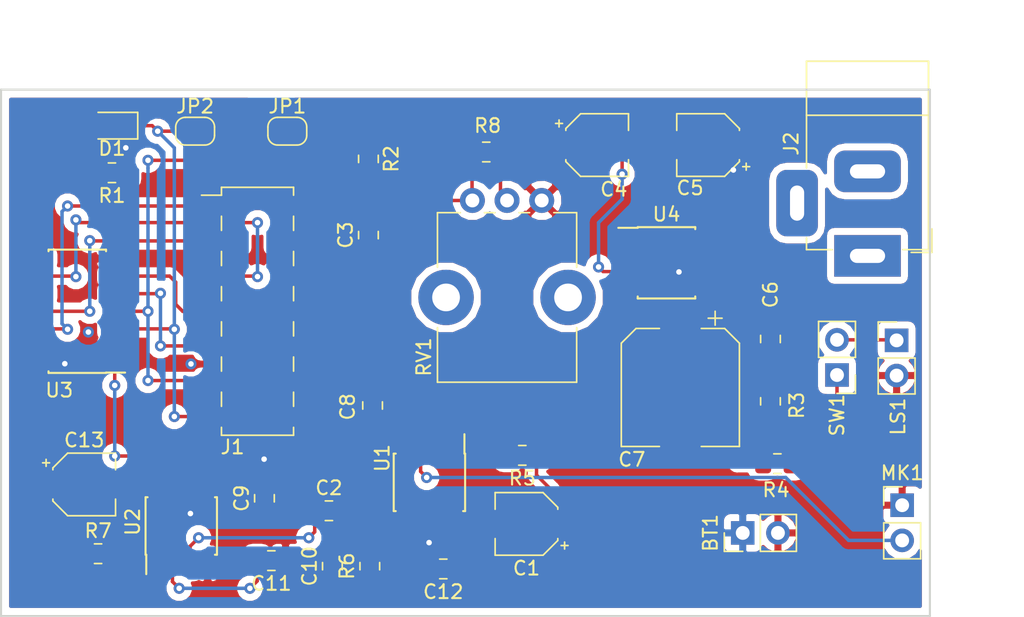
<source format=kicad_pcb>
(kicad_pcb (version 20171130) (host pcbnew 5.0.0)

  (general
    (thickness 1.6)
    (drawings 4)
    (tracks 205)
    (zones 0)
    (modules 35)
    (nets 38)
  )

  (page A4)
  (layers
    (0 F.Cu signal)
    (31 B.Cu signal)
    (32 B.Adhes user)
    (33 F.Adhes user)
    (34 B.Paste user)
    (35 F.Paste user)
    (36 B.SilkS user)
    (37 F.SilkS user)
    (38 B.Mask user)
    (39 F.Mask user)
    (40 Dwgs.User user)
    (41 Cmts.User user)
    (42 Eco1.User user)
    (43 Eco2.User user)
    (44 Edge.Cuts user)
    (45 Margin user)
    (46 B.CrtYd user)
    (47 F.CrtYd user)
    (48 B.Fab user)
    (49 F.Fab user)
  )

  (setup
    (last_trace_width 0.25)
    (trace_clearance 0.2)
    (zone_clearance 0.508)
    (zone_45_only no)
    (trace_min 0.2)
    (segment_width 0.2)
    (edge_width 0.15)
    (via_size 0.8)
    (via_drill 0.4)
    (via_min_size 0.4)
    (via_min_drill 0.3)
    (uvia_size 0.3)
    (uvia_drill 0.1)
    (uvias_allowed no)
    (uvia_min_size 0.2)
    (uvia_min_drill 0.1)
    (pcb_text_width 0.3)
    (pcb_text_size 1.5 1.5)
    (mod_edge_width 0.15)
    (mod_text_size 1 1)
    (mod_text_width 0.15)
    (pad_size 1.524 1.524)
    (pad_drill 0.762)
    (pad_to_mask_clearance 0.2)
    (aux_axis_origin 0 0)
    (visible_elements FFFFFF7F)
    (pcbplotparams
      (layerselection 0x010fc_ffffffff)
      (usegerberextensions true)
      (usegerberattributes false)
      (usegerberadvancedattributes false)
      (creategerberjobfile false)
      (excludeedgelayer true)
      (linewidth 0.100000)
      (plotframeref false)
      (viasonmask false)
      (mode 1)
      (useauxorigin false)
      (hpglpennumber 1)
      (hpglpenspeed 20)
      (hpglpendiameter 15.000000)
      (psnegative false)
      (psa4output false)
      (plotreference true)
      (plotvalue true)
      (plotinvisibletext false)
      (padsonsilk false)
      (subtractmaskfromsilk false)
      (outputformat 1)
      (mirror false)
      (drillshape 0)
      (scaleselection 1)
      (outputdirectory ""))
  )

  (net 0 "")
  (net 1 "Net-(C3-Pad2)")
  (net 2 "Net-(J1-Pad10)")
  (net 3 "Net-(D1-Pad2)")
  (net 4 +9V)
  (net 5 "Net-(C10-Pad1)")
  (net 6 GND)
  (net 7 "Net-(R7-Pad2)")
  (net 8 "Net-(C13-Pad1)")
  (net 9 "Net-(C1-Pad1)")
  (net 10 "Net-(R5-Pad2)")
  (net 11 "Net-(C7-Pad2)")
  (net 12 "Net-(J2-PadR)")
  (net 13 "Net-(C6-Pad1)")
  (net 14 "Net-(C4-Pad1)")
  (net 15 "Net-(U4-Pad1)")
  (net 16 "Net-(C4-Pad2)")
  (net 17 "Net-(C6-Pad2)")
  (net 18 "Net-(U4-Pad7)")
  (net 19 "Net-(U4-Pad8)")
  (net 20 "Net-(C1-Pad2)")
  (net 21 "Net-(U1-Pad7)")
  (net 22 "Net-(C10-Pad2)")
  (net 23 "Net-(MK1-Pad2)")
  (net 24 "Net-(C8-Pad2)")
  (net 25 "Net-(C11-Pad2)")
  (net 26 "Net-(C2-Pad1)")
  (net 27 "Net-(U2-Pad5)")
  (net 28 "Net-(U2-Pad7)")
  (net 29 "Net-(C13-Pad2)")
  (net 30 "Net-(D1-Pad1)")
  (net 31 "Net-(J1-Pad11)")
  (net 32 "Net-(J1-Pad9)")
  (net 33 "Net-(J1-Pad7)")
  (net 34 "Net-(J1-Pad5)")
  (net 35 "Net-(J1-Pad3)")
  (net 36 "Net-(J1-Pad1)")
  (net 37 "Net-(LS1-Pad1)")

  (net_class Default "Dies ist die voreingestellte Netzklasse."
    (clearance 0.2)
    (trace_width 0.25)
    (via_dia 0.8)
    (via_drill 0.4)
    (uvia_dia 0.3)
    (uvia_drill 0.1)
    (add_net +9V)
    (add_net GND)
    (add_net "Net-(C1-Pad1)")
    (add_net "Net-(C1-Pad2)")
    (add_net "Net-(C10-Pad1)")
    (add_net "Net-(C10-Pad2)")
    (add_net "Net-(C11-Pad2)")
    (add_net "Net-(C13-Pad1)")
    (add_net "Net-(C13-Pad2)")
    (add_net "Net-(C2-Pad1)")
    (add_net "Net-(C3-Pad2)")
    (add_net "Net-(C4-Pad1)")
    (add_net "Net-(C4-Pad2)")
    (add_net "Net-(C6-Pad1)")
    (add_net "Net-(C6-Pad2)")
    (add_net "Net-(C7-Pad2)")
    (add_net "Net-(C8-Pad2)")
    (add_net "Net-(D1-Pad1)")
    (add_net "Net-(D1-Pad2)")
    (add_net "Net-(J1-Pad1)")
    (add_net "Net-(J1-Pad10)")
    (add_net "Net-(J1-Pad11)")
    (add_net "Net-(J1-Pad3)")
    (add_net "Net-(J1-Pad5)")
    (add_net "Net-(J1-Pad7)")
    (add_net "Net-(J1-Pad9)")
    (add_net "Net-(J2-PadR)")
    (add_net "Net-(LS1-Pad1)")
    (add_net "Net-(MK1-Pad2)")
    (add_net "Net-(R5-Pad2)")
    (add_net "Net-(R7-Pad2)")
    (add_net "Net-(U1-Pad7)")
    (add_net "Net-(U2-Pad5)")
    (add_net "Net-(U2-Pad7)")
    (add_net "Net-(U4-Pad1)")
    (add_net "Net-(U4-Pad7)")
    (add_net "Net-(U4-Pad8)")
  )

  (module Connector_PinHeader_2.54mm:PinHeader_2x07_P2.54mm_Vertical_SMD (layer F.Cu) (tedit 59FED5CC) (tstamp 5BA958E5)
    (at 88.5 68)
    (descr "surface-mounted straight pin header, 2x07, 2.54mm pitch, double rows")
    (tags "Surface mounted pin header SMD 2x07 2.54mm double row")
    (path /5B9B20F5)
    (attr smd)
    (fp_text reference J1 (at -1.8 9.8 180) (layer F.SilkS)
      (effects (font (size 1 1) (thickness 0.15)))
    )
    (fp_text value Conn_02x07_Odd_Even (at 0 9.95) (layer F.Fab)
      (effects (font (size 1 1) (thickness 0.15)))
    )
    (fp_line (start 2.54 8.89) (end -2.54 8.89) (layer F.Fab) (width 0.1))
    (fp_line (start -1.59 -8.89) (end 2.54 -8.89) (layer F.Fab) (width 0.1))
    (fp_line (start -2.54 8.89) (end -2.54 -7.94) (layer F.Fab) (width 0.1))
    (fp_line (start -2.54 -7.94) (end -1.59 -8.89) (layer F.Fab) (width 0.1))
    (fp_line (start 2.54 -8.89) (end 2.54 8.89) (layer F.Fab) (width 0.1))
    (fp_line (start -2.54 -7.94) (end -3.6 -7.94) (layer F.Fab) (width 0.1))
    (fp_line (start -3.6 -7.94) (end -3.6 -7.3) (layer F.Fab) (width 0.1))
    (fp_line (start -3.6 -7.3) (end -2.54 -7.3) (layer F.Fab) (width 0.1))
    (fp_line (start 2.54 -7.94) (end 3.6 -7.94) (layer F.Fab) (width 0.1))
    (fp_line (start 3.6 -7.94) (end 3.6 -7.3) (layer F.Fab) (width 0.1))
    (fp_line (start 3.6 -7.3) (end 2.54 -7.3) (layer F.Fab) (width 0.1))
    (fp_line (start -2.54 -5.4) (end -3.6 -5.4) (layer F.Fab) (width 0.1))
    (fp_line (start -3.6 -5.4) (end -3.6 -4.76) (layer F.Fab) (width 0.1))
    (fp_line (start -3.6 -4.76) (end -2.54 -4.76) (layer F.Fab) (width 0.1))
    (fp_line (start 2.54 -5.4) (end 3.6 -5.4) (layer F.Fab) (width 0.1))
    (fp_line (start 3.6 -5.4) (end 3.6 -4.76) (layer F.Fab) (width 0.1))
    (fp_line (start 3.6 -4.76) (end 2.54 -4.76) (layer F.Fab) (width 0.1))
    (fp_line (start -2.54 -2.86) (end -3.6 -2.86) (layer F.Fab) (width 0.1))
    (fp_line (start -3.6 -2.86) (end -3.6 -2.22) (layer F.Fab) (width 0.1))
    (fp_line (start -3.6 -2.22) (end -2.54 -2.22) (layer F.Fab) (width 0.1))
    (fp_line (start 2.54 -2.86) (end 3.6 -2.86) (layer F.Fab) (width 0.1))
    (fp_line (start 3.6 -2.86) (end 3.6 -2.22) (layer F.Fab) (width 0.1))
    (fp_line (start 3.6 -2.22) (end 2.54 -2.22) (layer F.Fab) (width 0.1))
    (fp_line (start -2.54 -0.32) (end -3.6 -0.32) (layer F.Fab) (width 0.1))
    (fp_line (start -3.6 -0.32) (end -3.6 0.32) (layer F.Fab) (width 0.1))
    (fp_line (start -3.6 0.32) (end -2.54 0.32) (layer F.Fab) (width 0.1))
    (fp_line (start 2.54 -0.32) (end 3.6 -0.32) (layer F.Fab) (width 0.1))
    (fp_line (start 3.6 -0.32) (end 3.6 0.32) (layer F.Fab) (width 0.1))
    (fp_line (start 3.6 0.32) (end 2.54 0.32) (layer F.Fab) (width 0.1))
    (fp_line (start -2.54 2.22) (end -3.6 2.22) (layer F.Fab) (width 0.1))
    (fp_line (start -3.6 2.22) (end -3.6 2.86) (layer F.Fab) (width 0.1))
    (fp_line (start -3.6 2.86) (end -2.54 2.86) (layer F.Fab) (width 0.1))
    (fp_line (start 2.54 2.22) (end 3.6 2.22) (layer F.Fab) (width 0.1))
    (fp_line (start 3.6 2.22) (end 3.6 2.86) (layer F.Fab) (width 0.1))
    (fp_line (start 3.6 2.86) (end 2.54 2.86) (layer F.Fab) (width 0.1))
    (fp_line (start -2.54 4.76) (end -3.6 4.76) (layer F.Fab) (width 0.1))
    (fp_line (start -3.6 4.76) (end -3.6 5.4) (layer F.Fab) (width 0.1))
    (fp_line (start -3.6 5.4) (end -2.54 5.4) (layer F.Fab) (width 0.1))
    (fp_line (start 2.54 4.76) (end 3.6 4.76) (layer F.Fab) (width 0.1))
    (fp_line (start 3.6 4.76) (end 3.6 5.4) (layer F.Fab) (width 0.1))
    (fp_line (start 3.6 5.4) (end 2.54 5.4) (layer F.Fab) (width 0.1))
    (fp_line (start -2.54 7.3) (end -3.6 7.3) (layer F.Fab) (width 0.1))
    (fp_line (start -3.6 7.3) (end -3.6 7.94) (layer F.Fab) (width 0.1))
    (fp_line (start -3.6 7.94) (end -2.54 7.94) (layer F.Fab) (width 0.1))
    (fp_line (start 2.54 7.3) (end 3.6 7.3) (layer F.Fab) (width 0.1))
    (fp_line (start 3.6 7.3) (end 3.6 7.94) (layer F.Fab) (width 0.1))
    (fp_line (start 3.6 7.94) (end 2.54 7.94) (layer F.Fab) (width 0.1))
    (fp_line (start -2.6 -8.95) (end 2.6 -8.95) (layer F.SilkS) (width 0.12))
    (fp_line (start -2.6 8.95) (end 2.6 8.95) (layer F.SilkS) (width 0.12))
    (fp_line (start -4.04 -8.38) (end -2.6 -8.38) (layer F.SilkS) (width 0.12))
    (fp_line (start -2.6 -8.95) (end -2.6 -8.38) (layer F.SilkS) (width 0.12))
    (fp_line (start 2.6 -8.95) (end 2.6 -8.38) (layer F.SilkS) (width 0.12))
    (fp_line (start -2.6 8.38) (end -2.6 8.95) (layer F.SilkS) (width 0.12))
    (fp_line (start 2.6 8.38) (end 2.6 8.95) (layer F.SilkS) (width 0.12))
    (fp_line (start -2.6 -6.86) (end -2.6 -5.84) (layer F.SilkS) (width 0.12))
    (fp_line (start 2.6 -6.86) (end 2.6 -5.84) (layer F.SilkS) (width 0.12))
    (fp_line (start -2.6 -4.32) (end -2.6 -3.3) (layer F.SilkS) (width 0.12))
    (fp_line (start 2.6 -4.32) (end 2.6 -3.3) (layer F.SilkS) (width 0.12))
    (fp_line (start -2.6 -1.78) (end -2.6 -0.76) (layer F.SilkS) (width 0.12))
    (fp_line (start 2.6 -1.78) (end 2.6 -0.76) (layer F.SilkS) (width 0.12))
    (fp_line (start -2.6 0.76) (end -2.6 1.78) (layer F.SilkS) (width 0.12))
    (fp_line (start 2.6 0.76) (end 2.6 1.78) (layer F.SilkS) (width 0.12))
    (fp_line (start -2.6 3.3) (end -2.6 4.32) (layer F.SilkS) (width 0.12))
    (fp_line (start 2.6 3.3) (end 2.6 4.32) (layer F.SilkS) (width 0.12))
    (fp_line (start -2.6 5.84) (end -2.6 6.86) (layer F.SilkS) (width 0.12))
    (fp_line (start 2.6 5.84) (end 2.6 6.86) (layer F.SilkS) (width 0.12))
    (fp_line (start -5.9 -9.4) (end -5.9 9.4) (layer F.CrtYd) (width 0.05))
    (fp_line (start -5.9 9.4) (end 5.9 9.4) (layer F.CrtYd) (width 0.05))
    (fp_line (start 5.9 9.4) (end 5.9 -9.4) (layer F.CrtYd) (width 0.05))
    (fp_line (start 5.9 -9.4) (end -5.9 -9.4) (layer F.CrtYd) (width 0.05))
    (fp_text user %R (at 0 0 90) (layer F.Fab)
      (effects (font (size 1 1) (thickness 0.15)))
    )
    (pad 1 smd rect (at -2.525 -7.62) (size 3.15 1) (layers F.Cu F.Paste F.Mask)
      (net 36 "Net-(J1-Pad1)"))
    (pad 2 smd rect (at 2.525 -7.62) (size 3.15 1) (layers F.Cu F.Paste F.Mask)
      (net 2 "Net-(J1-Pad10)"))
    (pad 3 smd rect (at -2.525 -5.08) (size 3.15 1) (layers F.Cu F.Paste F.Mask)
      (net 35 "Net-(J1-Pad3)"))
    (pad 4 smd rect (at 2.525 -5.08) (size 3.15 1) (layers F.Cu F.Paste F.Mask)
      (net 2 "Net-(J1-Pad10)"))
    (pad 5 smd rect (at -2.525 -2.54) (size 3.15 1) (layers F.Cu F.Paste F.Mask)
      (net 34 "Net-(J1-Pad5)"))
    (pad 6 smd rect (at 2.525 -2.54) (size 3.15 1) (layers F.Cu F.Paste F.Mask)
      (net 2 "Net-(J1-Pad10)"))
    (pad 7 smd rect (at -2.525 0) (size 3.15 1) (layers F.Cu F.Paste F.Mask)
      (net 33 "Net-(J1-Pad7)"))
    (pad 8 smd rect (at 2.525 0) (size 3.15 1) (layers F.Cu F.Paste F.Mask)
      (net 2 "Net-(J1-Pad10)"))
    (pad 9 smd rect (at -2.525 2.54) (size 3.15 1) (layers F.Cu F.Paste F.Mask)
      (net 32 "Net-(J1-Pad9)"))
    (pad 10 smd rect (at 2.525 2.54) (size 3.15 1) (layers F.Cu F.Paste F.Mask)
      (net 2 "Net-(J1-Pad10)"))
    (pad 11 smd rect (at -2.525 5.08) (size 3.15 1) (layers F.Cu F.Paste F.Mask)
      (net 31 "Net-(J1-Pad11)"))
    (pad 12 smd rect (at 2.525 5.08) (size 3.15 1) (layers F.Cu F.Paste F.Mask)
      (net 2 "Net-(J1-Pad10)"))
    (pad 13 smd rect (at -2.525 7.62) (size 3.15 1) (layers F.Cu F.Paste F.Mask)
      (net 30 "Net-(D1-Pad1)"))
    (pad 14 smd rect (at 2.525 7.62) (size 3.15 1) (layers F.Cu F.Paste F.Mask)
      (net 2 "Net-(J1-Pad10)"))
    (model ${KISYS3DMOD}/Connector_PinHeader_2.54mm.3dshapes/PinHeader_2x07_P2.54mm_Vertical_SMD.wrl
      (at (xyz 0 0 0))
      (scale (xyz 1 1 1))
      (rotate (xyz 0 0 0))
    )
  )

  (module Resistor_SMD:R_0805_2012Metric_Pad1.15x1.40mm_HandSolder (layer F.Cu) (tedit 5B36C52B) (tstamp 5BA9B2BA)
    (at 105 56.5 180)
    (descr "Resistor SMD 0805 (2012 Metric), square (rectangular) end terminal, IPC_7351 nominal with elongated pad for handsoldering. (Body size source: https://docs.google.com/spreadsheets/d/1BsfQQcO9C6DZCsRaXUlFlo91Tg2WpOkGARC1WS5S8t0/edit?usp=sharing), generated with kicad-footprint-generator")
    (tags "resistor handsolder")
    (path /5BA49074)
    (attr smd)
    (fp_text reference R8 (at -0.1 1.9 180) (layer F.SilkS)
      (effects (font (size 1 1) (thickness 0.15)))
    )
    (fp_text value 10k (at 0 1.65 180) (layer F.Fab)
      (effects (font (size 1 1) (thickness 0.15)))
    )
    (fp_line (start -1 0.6) (end -1 -0.6) (layer F.Fab) (width 0.1))
    (fp_line (start -1 -0.6) (end 1 -0.6) (layer F.Fab) (width 0.1))
    (fp_line (start 1 -0.6) (end 1 0.6) (layer F.Fab) (width 0.1))
    (fp_line (start 1 0.6) (end -1 0.6) (layer F.Fab) (width 0.1))
    (fp_line (start -0.261252 -0.71) (end 0.261252 -0.71) (layer F.SilkS) (width 0.12))
    (fp_line (start -0.261252 0.71) (end 0.261252 0.71) (layer F.SilkS) (width 0.12))
    (fp_line (start -1.85 0.95) (end -1.85 -0.95) (layer F.CrtYd) (width 0.05))
    (fp_line (start -1.85 -0.95) (end 1.85 -0.95) (layer F.CrtYd) (width 0.05))
    (fp_line (start 1.85 -0.95) (end 1.85 0.95) (layer F.CrtYd) (width 0.05))
    (fp_line (start 1.85 0.95) (end -1.85 0.95) (layer F.CrtYd) (width 0.05))
    (fp_text user %R (at 0 0 180) (layer F.Fab)
      (effects (font (size 0.5 0.5) (thickness 0.08)))
    )
    (pad 1 smd roundrect (at -1.025 0 180) (size 1.15 1.4) (layers F.Cu F.Paste F.Mask) (roundrect_rratio 0.217391)
      (net 14 "Net-(C4-Pad1)"))
    (pad 2 smd roundrect (at 1.025 0 180) (size 1.15 1.4) (layers F.Cu F.Paste F.Mask) (roundrect_rratio 0.217391)
      (net 1 "Net-(C3-Pad2)"))
    (model ${KISYS3DMOD}/Resistor_SMD.3dshapes/R_0805_2012Metric.wrl
      (at (xyz 0 0 0))
      (scale (xyz 1 1 1))
      (rotate (xyz 0 0 0))
    )
  )

  (module Capacitor_SMD:CP_Elec_4x5.4 (layer F.Cu) (tedit 5A841F9D) (tstamp 5BA95ABC)
    (at 107.9 83.35 180)
    (descr "SMT capacitor, aluminium electrolytic, 4x5.4, Panasonic A5, Nichicon ")
    (tags "Capacitor Electrolytic")
    (path /5B9AC853)
    (attr smd)
    (fp_text reference C1 (at 0 -3.2 180) (layer F.SilkS)
      (effects (font (size 1 1) (thickness 0.15)))
    )
    (fp_text value 10u (at 0 3.2 180) (layer F.Fab)
      (effects (font (size 1 1) (thickness 0.15)))
    )
    (fp_text user %R (at 0 0 180) (layer F.Fab)
      (effects (font (size 0.8 0.8) (thickness 0.12)))
    )
    (fp_line (start -3.35 1.05) (end -2.4 1.05) (layer F.CrtYd) (width 0.05))
    (fp_line (start -3.35 -1.05) (end -3.35 1.05) (layer F.CrtYd) (width 0.05))
    (fp_line (start -2.4 -1.05) (end -3.35 -1.05) (layer F.CrtYd) (width 0.05))
    (fp_line (start -2.4 1.05) (end -2.4 1.25) (layer F.CrtYd) (width 0.05))
    (fp_line (start -2.4 -1.25) (end -2.4 -1.05) (layer F.CrtYd) (width 0.05))
    (fp_line (start -2.4 -1.25) (end -1.25 -2.4) (layer F.CrtYd) (width 0.05))
    (fp_line (start -2.4 1.25) (end -1.25 2.4) (layer F.CrtYd) (width 0.05))
    (fp_line (start -1.25 -2.4) (end 2.4 -2.4) (layer F.CrtYd) (width 0.05))
    (fp_line (start -1.25 2.4) (end 2.4 2.4) (layer F.CrtYd) (width 0.05))
    (fp_line (start 2.4 1.05) (end 2.4 2.4) (layer F.CrtYd) (width 0.05))
    (fp_line (start 3.35 1.05) (end 2.4 1.05) (layer F.CrtYd) (width 0.05))
    (fp_line (start 3.35 -1.05) (end 3.35 1.05) (layer F.CrtYd) (width 0.05))
    (fp_line (start 2.4 -1.05) (end 3.35 -1.05) (layer F.CrtYd) (width 0.05))
    (fp_line (start 2.4 -2.4) (end 2.4 -1.05) (layer F.CrtYd) (width 0.05))
    (fp_line (start -2.75 -1.81) (end -2.75 -1.31) (layer F.SilkS) (width 0.12))
    (fp_line (start -3 -1.56) (end -2.5 -1.56) (layer F.SilkS) (width 0.12))
    (fp_line (start -2.26 1.195563) (end -1.195563 2.26) (layer F.SilkS) (width 0.12))
    (fp_line (start -2.26 -1.195563) (end -1.195563 -2.26) (layer F.SilkS) (width 0.12))
    (fp_line (start -2.26 -1.195563) (end -2.26 -1.06) (layer F.SilkS) (width 0.12))
    (fp_line (start -2.26 1.195563) (end -2.26 1.06) (layer F.SilkS) (width 0.12))
    (fp_line (start -1.195563 2.26) (end 2.26 2.26) (layer F.SilkS) (width 0.12))
    (fp_line (start -1.195563 -2.26) (end 2.26 -2.26) (layer F.SilkS) (width 0.12))
    (fp_line (start 2.26 -2.26) (end 2.26 -1.06) (layer F.SilkS) (width 0.12))
    (fp_line (start 2.26 2.26) (end 2.26 1.06) (layer F.SilkS) (width 0.12))
    (fp_line (start -1.374773 -1.2) (end -1.374773 -0.8) (layer F.Fab) (width 0.1))
    (fp_line (start -1.574773 -1) (end -1.174773 -1) (layer F.Fab) (width 0.1))
    (fp_line (start -2.15 1.15) (end -1.15 2.15) (layer F.Fab) (width 0.1))
    (fp_line (start -2.15 -1.15) (end -1.15 -2.15) (layer F.Fab) (width 0.1))
    (fp_line (start -2.15 -1.15) (end -2.15 1.15) (layer F.Fab) (width 0.1))
    (fp_line (start -1.15 2.15) (end 2.15 2.15) (layer F.Fab) (width 0.1))
    (fp_line (start -1.15 -2.15) (end 2.15 -2.15) (layer F.Fab) (width 0.1))
    (fp_line (start 2.15 -2.15) (end 2.15 2.15) (layer F.Fab) (width 0.1))
    (fp_circle (center 0 0) (end 2 0) (layer F.Fab) (width 0.1))
    (pad 2 smd rect (at 1.8 0 180) (size 2.6 1.6) (layers F.Cu F.Paste F.Mask)
      (net 20 "Net-(C1-Pad2)"))
    (pad 1 smd rect (at -1.8 0 180) (size 2.6 1.6) (layers F.Cu F.Paste F.Mask)
      (net 9 "Net-(C1-Pad1)"))
    (model ${KISYS3DMOD}/Capacitor_SMD.3dshapes/CP_Elec_4x5.4.wrl
      (at (xyz 0 0 0))
      (scale (xyz 1 1 1))
      (rotate (xyz 0 0 0))
    )
  )

  (module Capacitor_SMD:CP_Elec_4x5.4 (layer F.Cu) (tedit 5A841F9D) (tstamp 5BA95A94)
    (at 113 56)
    (descr "SMT capacitor, aluminium electrolytic, 4x5.4, Panasonic A5, Nichicon ")
    (tags "Capacitor Electrolytic")
    (path /5B9BC591)
    (attr smd)
    (fp_text reference C4 (at 1.2 3.2) (layer F.SilkS)
      (effects (font (size 1 1) (thickness 0.15)))
    )
    (fp_text value 4.7u (at 0 3.2) (layer F.Fab)
      (effects (font (size 1 1) (thickness 0.15)))
    )
    (fp_circle (center 0 0) (end 2 0) (layer F.Fab) (width 0.1))
    (fp_line (start 2.15 -2.15) (end 2.15 2.15) (layer F.Fab) (width 0.1))
    (fp_line (start -1.15 -2.15) (end 2.15 -2.15) (layer F.Fab) (width 0.1))
    (fp_line (start -1.15 2.15) (end 2.15 2.15) (layer F.Fab) (width 0.1))
    (fp_line (start -2.15 -1.15) (end -2.15 1.15) (layer F.Fab) (width 0.1))
    (fp_line (start -2.15 -1.15) (end -1.15 -2.15) (layer F.Fab) (width 0.1))
    (fp_line (start -2.15 1.15) (end -1.15 2.15) (layer F.Fab) (width 0.1))
    (fp_line (start -1.574773 -1) (end -1.174773 -1) (layer F.Fab) (width 0.1))
    (fp_line (start -1.374773 -1.2) (end -1.374773 -0.8) (layer F.Fab) (width 0.1))
    (fp_line (start 2.26 2.26) (end 2.26 1.06) (layer F.SilkS) (width 0.12))
    (fp_line (start 2.26 -2.26) (end 2.26 -1.06) (layer F.SilkS) (width 0.12))
    (fp_line (start -1.195563 -2.26) (end 2.26 -2.26) (layer F.SilkS) (width 0.12))
    (fp_line (start -1.195563 2.26) (end 2.26 2.26) (layer F.SilkS) (width 0.12))
    (fp_line (start -2.26 1.195563) (end -2.26 1.06) (layer F.SilkS) (width 0.12))
    (fp_line (start -2.26 -1.195563) (end -2.26 -1.06) (layer F.SilkS) (width 0.12))
    (fp_line (start -2.26 -1.195563) (end -1.195563 -2.26) (layer F.SilkS) (width 0.12))
    (fp_line (start -2.26 1.195563) (end -1.195563 2.26) (layer F.SilkS) (width 0.12))
    (fp_line (start -3 -1.56) (end -2.5 -1.56) (layer F.SilkS) (width 0.12))
    (fp_line (start -2.75 -1.81) (end -2.75 -1.31) (layer F.SilkS) (width 0.12))
    (fp_line (start 2.4 -2.4) (end 2.4 -1.05) (layer F.CrtYd) (width 0.05))
    (fp_line (start 2.4 -1.05) (end 3.35 -1.05) (layer F.CrtYd) (width 0.05))
    (fp_line (start 3.35 -1.05) (end 3.35 1.05) (layer F.CrtYd) (width 0.05))
    (fp_line (start 3.35 1.05) (end 2.4 1.05) (layer F.CrtYd) (width 0.05))
    (fp_line (start 2.4 1.05) (end 2.4 2.4) (layer F.CrtYd) (width 0.05))
    (fp_line (start -1.25 2.4) (end 2.4 2.4) (layer F.CrtYd) (width 0.05))
    (fp_line (start -1.25 -2.4) (end 2.4 -2.4) (layer F.CrtYd) (width 0.05))
    (fp_line (start -2.4 1.25) (end -1.25 2.4) (layer F.CrtYd) (width 0.05))
    (fp_line (start -2.4 -1.25) (end -1.25 -2.4) (layer F.CrtYd) (width 0.05))
    (fp_line (start -2.4 -1.25) (end -2.4 -1.05) (layer F.CrtYd) (width 0.05))
    (fp_line (start -2.4 1.05) (end -2.4 1.25) (layer F.CrtYd) (width 0.05))
    (fp_line (start -2.4 -1.05) (end -3.35 -1.05) (layer F.CrtYd) (width 0.05))
    (fp_line (start -3.35 -1.05) (end -3.35 1.05) (layer F.CrtYd) (width 0.05))
    (fp_line (start -3.35 1.05) (end -2.4 1.05) (layer F.CrtYd) (width 0.05))
    (fp_text user %R (at 0 0) (layer F.Fab)
      (effects (font (size 0.8 0.8) (thickness 0.12)))
    )
    (pad 1 smd rect (at -1.8 0) (size 2.6 1.6) (layers F.Cu F.Paste F.Mask)
      (net 14 "Net-(C4-Pad1)"))
    (pad 2 smd rect (at 1.8 0) (size 2.6 1.6) (layers F.Cu F.Paste F.Mask)
      (net 16 "Net-(C4-Pad2)"))
    (model ${KISYS3DMOD}/Capacitor_SMD.3dshapes/CP_Elec_4x5.4.wrl
      (at (xyz 0 0 0))
      (scale (xyz 1 1 1))
      (rotate (xyz 0 0 0))
    )
  )

  (module Capacitor_SMD:CP_Elec_4x5.4 (layer F.Cu) (tedit 5A841F9D) (tstamp 5BA95A6C)
    (at 121 56 180)
    (descr "SMT capacitor, aluminium electrolytic, 4x5.4, Panasonic A5, Nichicon ")
    (tags "Capacitor Electrolytic")
    (path /5B9C2CCF)
    (attr smd)
    (fp_text reference C5 (at 1.3 -3.1 180) (layer F.SilkS)
      (effects (font (size 1 1) (thickness 0.15)))
    )
    (fp_text value 10u (at 0 3.2 180) (layer F.Fab)
      (effects (font (size 1 1) (thickness 0.15)))
    )
    (fp_text user %R (at 0 0 180) (layer F.Fab)
      (effects (font (size 0.8 0.8) (thickness 0.12)))
    )
    (fp_line (start -3.35 1.05) (end -2.4 1.05) (layer F.CrtYd) (width 0.05))
    (fp_line (start -3.35 -1.05) (end -3.35 1.05) (layer F.CrtYd) (width 0.05))
    (fp_line (start -2.4 -1.05) (end -3.35 -1.05) (layer F.CrtYd) (width 0.05))
    (fp_line (start -2.4 1.05) (end -2.4 1.25) (layer F.CrtYd) (width 0.05))
    (fp_line (start -2.4 -1.25) (end -2.4 -1.05) (layer F.CrtYd) (width 0.05))
    (fp_line (start -2.4 -1.25) (end -1.25 -2.4) (layer F.CrtYd) (width 0.05))
    (fp_line (start -2.4 1.25) (end -1.25 2.4) (layer F.CrtYd) (width 0.05))
    (fp_line (start -1.25 -2.4) (end 2.4 -2.4) (layer F.CrtYd) (width 0.05))
    (fp_line (start -1.25 2.4) (end 2.4 2.4) (layer F.CrtYd) (width 0.05))
    (fp_line (start 2.4 1.05) (end 2.4 2.4) (layer F.CrtYd) (width 0.05))
    (fp_line (start 3.35 1.05) (end 2.4 1.05) (layer F.CrtYd) (width 0.05))
    (fp_line (start 3.35 -1.05) (end 3.35 1.05) (layer F.CrtYd) (width 0.05))
    (fp_line (start 2.4 -1.05) (end 3.35 -1.05) (layer F.CrtYd) (width 0.05))
    (fp_line (start 2.4 -2.4) (end 2.4 -1.05) (layer F.CrtYd) (width 0.05))
    (fp_line (start -2.75 -1.81) (end -2.75 -1.31) (layer F.SilkS) (width 0.12))
    (fp_line (start -3 -1.56) (end -2.5 -1.56) (layer F.SilkS) (width 0.12))
    (fp_line (start -2.26 1.195563) (end -1.195563 2.26) (layer F.SilkS) (width 0.12))
    (fp_line (start -2.26 -1.195563) (end -1.195563 -2.26) (layer F.SilkS) (width 0.12))
    (fp_line (start -2.26 -1.195563) (end -2.26 -1.06) (layer F.SilkS) (width 0.12))
    (fp_line (start -2.26 1.195563) (end -2.26 1.06) (layer F.SilkS) (width 0.12))
    (fp_line (start -1.195563 2.26) (end 2.26 2.26) (layer F.SilkS) (width 0.12))
    (fp_line (start -1.195563 -2.26) (end 2.26 -2.26) (layer F.SilkS) (width 0.12))
    (fp_line (start 2.26 -2.26) (end 2.26 -1.06) (layer F.SilkS) (width 0.12))
    (fp_line (start 2.26 2.26) (end 2.26 1.06) (layer F.SilkS) (width 0.12))
    (fp_line (start -1.374773 -1.2) (end -1.374773 -0.8) (layer F.Fab) (width 0.1))
    (fp_line (start -1.574773 -1) (end -1.174773 -1) (layer F.Fab) (width 0.1))
    (fp_line (start -2.15 1.15) (end -1.15 2.15) (layer F.Fab) (width 0.1))
    (fp_line (start -2.15 -1.15) (end -1.15 -2.15) (layer F.Fab) (width 0.1))
    (fp_line (start -2.15 -1.15) (end -2.15 1.15) (layer F.Fab) (width 0.1))
    (fp_line (start -1.15 2.15) (end 2.15 2.15) (layer F.Fab) (width 0.1))
    (fp_line (start -1.15 -2.15) (end 2.15 -2.15) (layer F.Fab) (width 0.1))
    (fp_line (start 2.15 -2.15) (end 2.15 2.15) (layer F.Fab) (width 0.1))
    (fp_circle (center 0 0) (end 2 0) (layer F.Fab) (width 0.1))
    (pad 2 smd rect (at 1.8 0 180) (size 2.6 1.6) (layers F.Cu F.Paste F.Mask)
      (net 6 GND))
    (pad 1 smd rect (at -1.8 0 180) (size 2.6 1.6) (layers F.Cu F.Paste F.Mask)
      (net 4 +9V))
    (model ${KISYS3DMOD}/Capacitor_SMD.3dshapes/CP_Elec_4x5.4.wrl
      (at (xyz 0 0 0))
      (scale (xyz 1 1 1))
      (rotate (xyz 0 0 0))
    )
  )

  (module Capacitor_SMD:CP_Elec_4x5.4 (layer F.Cu) (tedit 5A841F9D) (tstamp 5BA95A44)
    (at 76 80.5)
    (descr "SMT capacitor, aluminium electrolytic, 4x5.4, Panasonic A5, Nichicon ")
    (tags "Capacitor Electrolytic")
    (path /5B9F852A)
    (attr smd)
    (fp_text reference C13 (at 0 -3.2) (layer F.SilkS)
      (effects (font (size 1 1) (thickness 0.15)))
    )
    (fp_text value 10u (at 0 3.2) (layer F.Fab)
      (effects (font (size 1 1) (thickness 0.15)))
    )
    (fp_circle (center 0 0) (end 2 0) (layer F.Fab) (width 0.1))
    (fp_line (start 2.15 -2.15) (end 2.15 2.15) (layer F.Fab) (width 0.1))
    (fp_line (start -1.15 -2.15) (end 2.15 -2.15) (layer F.Fab) (width 0.1))
    (fp_line (start -1.15 2.15) (end 2.15 2.15) (layer F.Fab) (width 0.1))
    (fp_line (start -2.15 -1.15) (end -2.15 1.15) (layer F.Fab) (width 0.1))
    (fp_line (start -2.15 -1.15) (end -1.15 -2.15) (layer F.Fab) (width 0.1))
    (fp_line (start -2.15 1.15) (end -1.15 2.15) (layer F.Fab) (width 0.1))
    (fp_line (start -1.574773 -1) (end -1.174773 -1) (layer F.Fab) (width 0.1))
    (fp_line (start -1.374773 -1.2) (end -1.374773 -0.8) (layer F.Fab) (width 0.1))
    (fp_line (start 2.26 2.26) (end 2.26 1.06) (layer F.SilkS) (width 0.12))
    (fp_line (start 2.26 -2.26) (end 2.26 -1.06) (layer F.SilkS) (width 0.12))
    (fp_line (start -1.195563 -2.26) (end 2.26 -2.26) (layer F.SilkS) (width 0.12))
    (fp_line (start -1.195563 2.26) (end 2.26 2.26) (layer F.SilkS) (width 0.12))
    (fp_line (start -2.26 1.195563) (end -2.26 1.06) (layer F.SilkS) (width 0.12))
    (fp_line (start -2.26 -1.195563) (end -2.26 -1.06) (layer F.SilkS) (width 0.12))
    (fp_line (start -2.26 -1.195563) (end -1.195563 -2.26) (layer F.SilkS) (width 0.12))
    (fp_line (start -2.26 1.195563) (end -1.195563 2.26) (layer F.SilkS) (width 0.12))
    (fp_line (start -3 -1.56) (end -2.5 -1.56) (layer F.SilkS) (width 0.12))
    (fp_line (start -2.75 -1.81) (end -2.75 -1.31) (layer F.SilkS) (width 0.12))
    (fp_line (start 2.4 -2.4) (end 2.4 -1.05) (layer F.CrtYd) (width 0.05))
    (fp_line (start 2.4 -1.05) (end 3.35 -1.05) (layer F.CrtYd) (width 0.05))
    (fp_line (start 3.35 -1.05) (end 3.35 1.05) (layer F.CrtYd) (width 0.05))
    (fp_line (start 3.35 1.05) (end 2.4 1.05) (layer F.CrtYd) (width 0.05))
    (fp_line (start 2.4 1.05) (end 2.4 2.4) (layer F.CrtYd) (width 0.05))
    (fp_line (start -1.25 2.4) (end 2.4 2.4) (layer F.CrtYd) (width 0.05))
    (fp_line (start -1.25 -2.4) (end 2.4 -2.4) (layer F.CrtYd) (width 0.05))
    (fp_line (start -2.4 1.25) (end -1.25 2.4) (layer F.CrtYd) (width 0.05))
    (fp_line (start -2.4 -1.25) (end -1.25 -2.4) (layer F.CrtYd) (width 0.05))
    (fp_line (start -2.4 -1.25) (end -2.4 -1.05) (layer F.CrtYd) (width 0.05))
    (fp_line (start -2.4 1.05) (end -2.4 1.25) (layer F.CrtYd) (width 0.05))
    (fp_line (start -2.4 -1.05) (end -3.35 -1.05) (layer F.CrtYd) (width 0.05))
    (fp_line (start -3.35 -1.05) (end -3.35 1.05) (layer F.CrtYd) (width 0.05))
    (fp_line (start -3.35 1.05) (end -2.4 1.05) (layer F.CrtYd) (width 0.05))
    (fp_text user %R (at 0 0) (layer F.Fab)
      (effects (font (size 0.8 0.8) (thickness 0.12)))
    )
    (pad 1 smd rect (at -1.8 0) (size 2.6 1.6) (layers F.Cu F.Paste F.Mask)
      (net 8 "Net-(C13-Pad1)"))
    (pad 2 smd rect (at 1.8 0) (size 2.6 1.6) (layers F.Cu F.Paste F.Mask)
      (net 29 "Net-(C13-Pad2)"))
    (model ${KISYS3DMOD}/Capacitor_SMD.3dshapes/CP_Elec_4x5.4.wrl
      (at (xyz 0 0 0))
      (scale (xyz 1 1 1))
      (rotate (xyz 0 0 0))
    )
  )

  (module Capacitor_SMD:CP_Elec_8x10 (layer F.Cu) (tedit 5A841F9D) (tstamp 5BA95FC8)
    (at 119 73.5 270)
    (descr "SMT capacitor, aluminium electrolytic, 8x10, Nichicon ")
    (tags "Capacitor Electrolytic")
    (path /5B9C8EA4)
    (attr smd)
    (fp_text reference C7 (at 5.2 3.5) (layer F.SilkS)
      (effects (font (size 1 1) (thickness 0.15)))
    )
    (fp_text value 220u (at 0 5.2 270) (layer F.Fab)
      (effects (font (size 1 1) (thickness 0.15)))
    )
    (fp_circle (center 0 0) (end 4 0) (layer F.Fab) (width 0.1))
    (fp_line (start 4.15 -4.15) (end 4.15 4.15) (layer F.Fab) (width 0.1))
    (fp_line (start -3.15 -4.15) (end 4.15 -4.15) (layer F.Fab) (width 0.1))
    (fp_line (start -3.15 4.15) (end 4.15 4.15) (layer F.Fab) (width 0.1))
    (fp_line (start -4.15 -3.15) (end -4.15 3.15) (layer F.Fab) (width 0.1))
    (fp_line (start -4.15 -3.15) (end -3.15 -4.15) (layer F.Fab) (width 0.1))
    (fp_line (start -4.15 3.15) (end -3.15 4.15) (layer F.Fab) (width 0.1))
    (fp_line (start -3.562278 -1.5) (end -2.762278 -1.5) (layer F.Fab) (width 0.1))
    (fp_line (start -3.162278 -1.9) (end -3.162278 -1.1) (layer F.Fab) (width 0.1))
    (fp_line (start 4.26 4.26) (end 4.26 1.51) (layer F.SilkS) (width 0.12))
    (fp_line (start 4.26 -4.26) (end 4.26 -1.51) (layer F.SilkS) (width 0.12))
    (fp_line (start -3.195563 -4.26) (end 4.26 -4.26) (layer F.SilkS) (width 0.12))
    (fp_line (start -3.195563 4.26) (end 4.26 4.26) (layer F.SilkS) (width 0.12))
    (fp_line (start -4.26 3.195563) (end -4.26 1.51) (layer F.SilkS) (width 0.12))
    (fp_line (start -4.26 -3.195563) (end -4.26 -1.51) (layer F.SilkS) (width 0.12))
    (fp_line (start -4.26 -3.195563) (end -3.195563 -4.26) (layer F.SilkS) (width 0.12))
    (fp_line (start -4.26 3.195563) (end -3.195563 4.26) (layer F.SilkS) (width 0.12))
    (fp_line (start -5.5 -2.51) (end -4.5 -2.51) (layer F.SilkS) (width 0.12))
    (fp_line (start -5 -3.01) (end -5 -2.01) (layer F.SilkS) (width 0.12))
    (fp_line (start 4.4 -4.4) (end 4.4 -1.5) (layer F.CrtYd) (width 0.05))
    (fp_line (start 4.4 -1.5) (end 5.25 -1.5) (layer F.CrtYd) (width 0.05))
    (fp_line (start 5.25 -1.5) (end 5.25 1.5) (layer F.CrtYd) (width 0.05))
    (fp_line (start 5.25 1.5) (end 4.4 1.5) (layer F.CrtYd) (width 0.05))
    (fp_line (start 4.4 1.5) (end 4.4 4.4) (layer F.CrtYd) (width 0.05))
    (fp_line (start -3.25 4.4) (end 4.4 4.4) (layer F.CrtYd) (width 0.05))
    (fp_line (start -3.25 -4.4) (end 4.4 -4.4) (layer F.CrtYd) (width 0.05))
    (fp_line (start -4.4 3.25) (end -3.25 4.4) (layer F.CrtYd) (width 0.05))
    (fp_line (start -4.4 -3.25) (end -3.25 -4.4) (layer F.CrtYd) (width 0.05))
    (fp_line (start -4.4 -3.25) (end -4.4 -1.5) (layer F.CrtYd) (width 0.05))
    (fp_line (start -4.4 1.5) (end -4.4 3.25) (layer F.CrtYd) (width 0.05))
    (fp_line (start -4.4 -1.5) (end -5.25 -1.5) (layer F.CrtYd) (width 0.05))
    (fp_line (start -5.25 -1.5) (end -5.25 1.5) (layer F.CrtYd) (width 0.05))
    (fp_line (start -5.25 1.5) (end -4.4 1.5) (layer F.CrtYd) (width 0.05))
    (fp_text user %R (at 0 0 270) (layer F.Fab)
      (effects (font (size 1 1) (thickness 0.15)))
    )
    (pad 1 smd rect (at -3.25 0 270) (size 3.5 2.5) (layers F.Cu F.Paste F.Mask)
      (net 17 "Net-(C6-Pad2)"))
    (pad 2 smd rect (at 3.25 0 270) (size 3.5 2.5) (layers F.Cu F.Paste F.Mask)
      (net 11 "Net-(C7-Pad2)"))
    (model ${KISYS3DMOD}/Capacitor_SMD.3dshapes/CP_Elec_8x10.wrl
      (at (xyz 0 0 0))
      (scale (xyz 1 1 1))
      (rotate (xyz 0 0 0))
    )
  )

  (module Capacitor_SMD:C_0805_2012Metric_Pad1.15x1.40mm_HandSolder (layer F.Cu) (tedit 5B36C52B) (tstamp 5BA959E3)
    (at 101.9 86.6 180)
    (descr "Capacitor SMD 0805 (2012 Metric), square (rectangular) end terminal, IPC_7351 nominal with elongated pad for handsoldering. (Body size source: https://docs.google.com/spreadsheets/d/1BsfQQcO9C6DZCsRaXUlFlo91Tg2WpOkGARC1WS5S8t0/edit?usp=sharing), generated with kicad-footprint-generator")
    (tags "capacitor handsolder")
    (path /5BA2223F)
    (attr smd)
    (fp_text reference C12 (at 0 -1.65 180) (layer F.SilkS)
      (effects (font (size 1 1) (thickness 0.15)))
    )
    (fp_text value 100n (at 0 1.65 180) (layer F.Fab)
      (effects (font (size 1 1) (thickness 0.15)))
    )
    (fp_text user %R (at 0 0 180) (layer F.Fab)
      (effects (font (size 0.5 0.5) (thickness 0.08)))
    )
    (fp_line (start 1.85 0.95) (end -1.85 0.95) (layer F.CrtYd) (width 0.05))
    (fp_line (start 1.85 -0.95) (end 1.85 0.95) (layer F.CrtYd) (width 0.05))
    (fp_line (start -1.85 -0.95) (end 1.85 -0.95) (layer F.CrtYd) (width 0.05))
    (fp_line (start -1.85 0.95) (end -1.85 -0.95) (layer F.CrtYd) (width 0.05))
    (fp_line (start -0.261252 0.71) (end 0.261252 0.71) (layer F.SilkS) (width 0.12))
    (fp_line (start -0.261252 -0.71) (end 0.261252 -0.71) (layer F.SilkS) (width 0.12))
    (fp_line (start 1 0.6) (end -1 0.6) (layer F.Fab) (width 0.1))
    (fp_line (start 1 -0.6) (end 1 0.6) (layer F.Fab) (width 0.1))
    (fp_line (start -1 -0.6) (end 1 -0.6) (layer F.Fab) (width 0.1))
    (fp_line (start -1 0.6) (end -1 -0.6) (layer F.Fab) (width 0.1))
    (pad 2 smd roundrect (at 1.025 0 180) (size 1.15 1.4) (layers F.Cu F.Paste F.Mask) (roundrect_rratio 0.217391)
      (net 4 +9V))
    (pad 1 smd roundrect (at -1.025 0 180) (size 1.15 1.4) (layers F.Cu F.Paste F.Mask) (roundrect_rratio 0.217391)
      (net 6 GND))
    (model ${KISYS3DMOD}/Capacitor_SMD.3dshapes/C_0805_2012Metric.wrl
      (at (xyz 0 0 0))
      (scale (xyz 1 1 1))
      (rotate (xyz 0 0 0))
    )
  )

  (module Capacitor_SMD:C_0805_2012Metric_Pad1.15x1.40mm_HandSolder (layer F.Cu) (tedit 5B36C52B) (tstamp 5BA959D2)
    (at 89.5 86 180)
    (descr "Capacitor SMD 0805 (2012 Metric), square (rectangular) end terminal, IPC_7351 nominal with elongated pad for handsoldering. (Body size source: https://docs.google.com/spreadsheets/d/1BsfQQcO9C6DZCsRaXUlFlo91Tg2WpOkGARC1WS5S8t0/edit?usp=sharing), generated with kicad-footprint-generator")
    (tags "capacitor handsolder")
    (path /5B9EC3E0)
    (attr smd)
    (fp_text reference C11 (at 0 -1.65 180) (layer F.SilkS)
      (effects (font (size 1 1) (thickness 0.15)))
    )
    (fp_text value 22n (at 0 1.65 180) (layer F.Fab)
      (effects (font (size 1 1) (thickness 0.15)))
    )
    (fp_line (start -1 0.6) (end -1 -0.6) (layer F.Fab) (width 0.1))
    (fp_line (start -1 -0.6) (end 1 -0.6) (layer F.Fab) (width 0.1))
    (fp_line (start 1 -0.6) (end 1 0.6) (layer F.Fab) (width 0.1))
    (fp_line (start 1 0.6) (end -1 0.6) (layer F.Fab) (width 0.1))
    (fp_line (start -0.261252 -0.71) (end 0.261252 -0.71) (layer F.SilkS) (width 0.12))
    (fp_line (start -0.261252 0.71) (end 0.261252 0.71) (layer F.SilkS) (width 0.12))
    (fp_line (start -1.85 0.95) (end -1.85 -0.95) (layer F.CrtYd) (width 0.05))
    (fp_line (start -1.85 -0.95) (end 1.85 -0.95) (layer F.CrtYd) (width 0.05))
    (fp_line (start 1.85 -0.95) (end 1.85 0.95) (layer F.CrtYd) (width 0.05))
    (fp_line (start 1.85 0.95) (end -1.85 0.95) (layer F.CrtYd) (width 0.05))
    (fp_text user %R (at 0 0 180) (layer F.Fab)
      (effects (font (size 0.5 0.5) (thickness 0.08)))
    )
    (pad 1 smd roundrect (at -1.025 0 180) (size 1.15 1.4) (layers F.Cu F.Paste F.Mask) (roundrect_rratio 0.217391)
      (net 6 GND))
    (pad 2 smd roundrect (at 1.025 0 180) (size 1.15 1.4) (layers F.Cu F.Paste F.Mask) (roundrect_rratio 0.217391)
      (net 25 "Net-(C11-Pad2)"))
    (model ${KISYS3DMOD}/Capacitor_SMD.3dshapes/C_0805_2012Metric.wrl
      (at (xyz 0 0 0))
      (scale (xyz 1 1 1))
      (rotate (xyz 0 0 0))
    )
  )

  (module Capacitor_SMD:C_0805_2012Metric_Pad1.15x1.40mm_HandSolder (layer F.Cu) (tedit 5B36C52B) (tstamp 5BA959C1)
    (at 93.9 86.4 90)
    (descr "Capacitor SMD 0805 (2012 Metric), square (rectangular) end terminal, IPC_7351 nominal with elongated pad for handsoldering. (Body size source: https://docs.google.com/spreadsheets/d/1BsfQQcO9C6DZCsRaXUlFlo91Tg2WpOkGARC1WS5S8t0/edit?usp=sharing), generated with kicad-footprint-generator")
    (tags "capacitor handsolder")
    (path /5B9FF6F0)
    (attr smd)
    (fp_text reference C10 (at 0 -1.65 90) (layer F.SilkS)
      (effects (font (size 1 1) (thickness 0.15)))
    )
    (fp_text value 47n (at 0 1.65 90) (layer F.Fab)
      (effects (font (size 1 1) (thickness 0.15)))
    )
    (fp_text user %R (at 0 0 90) (layer F.Fab)
      (effects (font (size 0.5 0.5) (thickness 0.08)))
    )
    (fp_line (start 1.85 0.95) (end -1.85 0.95) (layer F.CrtYd) (width 0.05))
    (fp_line (start 1.85 -0.95) (end 1.85 0.95) (layer F.CrtYd) (width 0.05))
    (fp_line (start -1.85 -0.95) (end 1.85 -0.95) (layer F.CrtYd) (width 0.05))
    (fp_line (start -1.85 0.95) (end -1.85 -0.95) (layer F.CrtYd) (width 0.05))
    (fp_line (start -0.261252 0.71) (end 0.261252 0.71) (layer F.SilkS) (width 0.12))
    (fp_line (start -0.261252 -0.71) (end 0.261252 -0.71) (layer F.SilkS) (width 0.12))
    (fp_line (start 1 0.6) (end -1 0.6) (layer F.Fab) (width 0.1))
    (fp_line (start 1 -0.6) (end 1 0.6) (layer F.Fab) (width 0.1))
    (fp_line (start -1 -0.6) (end 1 -0.6) (layer F.Fab) (width 0.1))
    (fp_line (start -1 0.6) (end -1 -0.6) (layer F.Fab) (width 0.1))
    (pad 2 smd roundrect (at 1.025 0 90) (size 1.15 1.4) (layers F.Cu F.Paste F.Mask) (roundrect_rratio 0.217391)
      (net 22 "Net-(C10-Pad2)"))
    (pad 1 smd roundrect (at -1.025 0 90) (size 1.15 1.4) (layers F.Cu F.Paste F.Mask) (roundrect_rratio 0.217391)
      (net 5 "Net-(C10-Pad1)"))
    (model ${KISYS3DMOD}/Capacitor_SMD.3dshapes/C_0805_2012Metric.wrl
      (at (xyz 0 0 0))
      (scale (xyz 1 1 1))
      (rotate (xyz 0 0 0))
    )
  )

  (module Capacitor_SMD:C_0805_2012Metric_Pad1.15x1.40mm_HandSolder (layer F.Cu) (tedit 5B36C52B) (tstamp 5BA959B0)
    (at 89 81.5 90)
    (descr "Capacitor SMD 0805 (2012 Metric), square (rectangular) end terminal, IPC_7351 nominal with elongated pad for handsoldering. (Body size source: https://docs.google.com/spreadsheets/d/1BsfQQcO9C6DZCsRaXUlFlo91Tg2WpOkGARC1WS5S8t0/edit?usp=sharing), generated with kicad-footprint-generator")
    (tags "capacitor handsolder")
    (path /5BA16FB0)
    (attr smd)
    (fp_text reference C9 (at 0 -1.65 90) (layer F.SilkS)
      (effects (font (size 1 1) (thickness 0.15)))
    )
    (fp_text value 100n (at 0 1.65 90) (layer F.Fab)
      (effects (font (size 1 1) (thickness 0.15)))
    )
    (fp_line (start -1 0.6) (end -1 -0.6) (layer F.Fab) (width 0.1))
    (fp_line (start -1 -0.6) (end 1 -0.6) (layer F.Fab) (width 0.1))
    (fp_line (start 1 -0.6) (end 1 0.6) (layer F.Fab) (width 0.1))
    (fp_line (start 1 0.6) (end -1 0.6) (layer F.Fab) (width 0.1))
    (fp_line (start -0.261252 -0.71) (end 0.261252 -0.71) (layer F.SilkS) (width 0.12))
    (fp_line (start -0.261252 0.71) (end 0.261252 0.71) (layer F.SilkS) (width 0.12))
    (fp_line (start -1.85 0.95) (end -1.85 -0.95) (layer F.CrtYd) (width 0.05))
    (fp_line (start -1.85 -0.95) (end 1.85 -0.95) (layer F.CrtYd) (width 0.05))
    (fp_line (start 1.85 -0.95) (end 1.85 0.95) (layer F.CrtYd) (width 0.05))
    (fp_line (start 1.85 0.95) (end -1.85 0.95) (layer F.CrtYd) (width 0.05))
    (fp_text user %R (at 0 0 90) (layer F.Fab)
      (effects (font (size 0.5 0.5) (thickness 0.08)))
    )
    (pad 1 smd roundrect (at -1.025 0 90) (size 1.15 1.4) (layers F.Cu F.Paste F.Mask) (roundrect_rratio 0.217391)
      (net 6 GND))
    (pad 2 smd roundrect (at 1.025 0 90) (size 1.15 1.4) (layers F.Cu F.Paste F.Mask) (roundrect_rratio 0.217391)
      (net 4 +9V))
    (model ${KISYS3DMOD}/Capacitor_SMD.3dshapes/C_0805_2012Metric.wrl
      (at (xyz 0 0 0))
      (scale (xyz 1 1 1))
      (rotate (xyz 0 0 0))
    )
  )

  (module Capacitor_SMD:C_0805_2012Metric_Pad1.15x1.40mm_HandSolder (layer F.Cu) (tedit 5B36C52B) (tstamp 5BA9599F)
    (at 125.5 70 90)
    (descr "Capacitor SMD 0805 (2012 Metric), square (rectangular) end terminal, IPC_7351 nominal with elongated pad for handsoldering. (Body size source: https://docs.google.com/spreadsheets/d/1BsfQQcO9C6DZCsRaXUlFlo91Tg2WpOkGARC1WS5S8t0/edit?usp=sharing), generated with kicad-footprint-generator")
    (tags "capacitor handsolder")
    (path /5B9C5C96)
    (attr smd)
    (fp_text reference C6 (at 3.2 0 90) (layer F.SilkS)
      (effects (font (size 1 1) (thickness 0.15)))
    )
    (fp_text value 47n (at 0 1.65 90) (layer F.Fab)
      (effects (font (size 1 1) (thickness 0.15)))
    )
    (fp_text user %R (at 0 0 90) (layer F.Fab)
      (effects (font (size 0.5 0.5) (thickness 0.08)))
    )
    (fp_line (start 1.85 0.95) (end -1.85 0.95) (layer F.CrtYd) (width 0.05))
    (fp_line (start 1.85 -0.95) (end 1.85 0.95) (layer F.CrtYd) (width 0.05))
    (fp_line (start -1.85 -0.95) (end 1.85 -0.95) (layer F.CrtYd) (width 0.05))
    (fp_line (start -1.85 0.95) (end -1.85 -0.95) (layer F.CrtYd) (width 0.05))
    (fp_line (start -0.261252 0.71) (end 0.261252 0.71) (layer F.SilkS) (width 0.12))
    (fp_line (start -0.261252 -0.71) (end 0.261252 -0.71) (layer F.SilkS) (width 0.12))
    (fp_line (start 1 0.6) (end -1 0.6) (layer F.Fab) (width 0.1))
    (fp_line (start 1 -0.6) (end 1 0.6) (layer F.Fab) (width 0.1))
    (fp_line (start -1 -0.6) (end 1 -0.6) (layer F.Fab) (width 0.1))
    (fp_line (start -1 0.6) (end -1 -0.6) (layer F.Fab) (width 0.1))
    (pad 2 smd roundrect (at 1.025 0 90) (size 1.15 1.4) (layers F.Cu F.Paste F.Mask) (roundrect_rratio 0.217391)
      (net 17 "Net-(C6-Pad2)"))
    (pad 1 smd roundrect (at -1.025 0 90) (size 1.15 1.4) (layers F.Cu F.Paste F.Mask) (roundrect_rratio 0.217391)
      (net 13 "Net-(C6-Pad1)"))
    (model ${KISYS3DMOD}/Capacitor_SMD.3dshapes/C_0805_2012Metric.wrl
      (at (xyz 0 0 0))
      (scale (xyz 1 1 1))
      (rotate (xyz 0 0 0))
    )
  )

  (module Capacitor_SMD:C_0805_2012Metric_Pad1.15x1.40mm_HandSolder (layer F.Cu) (tedit 5B36C52B) (tstamp 5BA9598E)
    (at 96.5 62.5 90)
    (descr "Capacitor SMD 0805 (2012 Metric), square (rectangular) end terminal, IPC_7351 nominal with elongated pad for handsoldering. (Body size source: https://docs.google.com/spreadsheets/d/1BsfQQcO9C6DZCsRaXUlFlo91Tg2WpOkGARC1WS5S8t0/edit?usp=sharing), generated with kicad-footprint-generator")
    (tags "capacitor handsolder")
    (path /5B9B6299)
    (attr smd)
    (fp_text reference C3 (at 0 -1.65 90) (layer F.SilkS)
      (effects (font (size 1 1) (thickness 0.15)))
    )
    (fp_text value 47n (at 0 1.65 90) (layer F.Fab)
      (effects (font (size 1 1) (thickness 0.15)))
    )
    (fp_line (start -1 0.6) (end -1 -0.6) (layer F.Fab) (width 0.1))
    (fp_line (start -1 -0.6) (end 1 -0.6) (layer F.Fab) (width 0.1))
    (fp_line (start 1 -0.6) (end 1 0.6) (layer F.Fab) (width 0.1))
    (fp_line (start 1 0.6) (end -1 0.6) (layer F.Fab) (width 0.1))
    (fp_line (start -0.261252 -0.71) (end 0.261252 -0.71) (layer F.SilkS) (width 0.12))
    (fp_line (start -0.261252 0.71) (end 0.261252 0.71) (layer F.SilkS) (width 0.12))
    (fp_line (start -1.85 0.95) (end -1.85 -0.95) (layer F.CrtYd) (width 0.05))
    (fp_line (start -1.85 -0.95) (end 1.85 -0.95) (layer F.CrtYd) (width 0.05))
    (fp_line (start 1.85 -0.95) (end 1.85 0.95) (layer F.CrtYd) (width 0.05))
    (fp_line (start 1.85 0.95) (end -1.85 0.95) (layer F.CrtYd) (width 0.05))
    (fp_text user %R (at 0 0 90) (layer F.Fab)
      (effects (font (size 0.5 0.5) (thickness 0.08)))
    )
    (pad 1 smd roundrect (at -1.025 0 90) (size 1.15 1.4) (layers F.Cu F.Paste F.Mask) (roundrect_rratio 0.217391)
      (net 6 GND))
    (pad 2 smd roundrect (at 1.025 0 90) (size 1.15 1.4) (layers F.Cu F.Paste F.Mask) (roundrect_rratio 0.217391)
      (net 1 "Net-(C3-Pad2)"))
    (model ${KISYS3DMOD}/Capacitor_SMD.3dshapes/C_0805_2012Metric.wrl
      (at (xyz 0 0 0))
      (scale (xyz 1 1 1))
      (rotate (xyz 0 0 0))
    )
  )

  (module Capacitor_SMD:C_0805_2012Metric_Pad1.15x1.40mm_HandSolder (layer F.Cu) (tedit 5B36C52B) (tstamp 5BA9597D)
    (at 93.65 82.4)
    (descr "Capacitor SMD 0805 (2012 Metric), square (rectangular) end terminal, IPC_7351 nominal with elongated pad for handsoldering. (Body size source: https://docs.google.com/spreadsheets/d/1BsfQQcO9C6DZCsRaXUlFlo91Tg2WpOkGARC1WS5S8t0/edit?usp=sharing), generated with kicad-footprint-generator")
    (tags "capacitor handsolder")
    (path /5B9AA1B7)
    (attr smd)
    (fp_text reference C2 (at 0 -1.65) (layer F.SilkS)
      (effects (font (size 1 1) (thickness 0.15)))
    )
    (fp_text value 47n (at 0 1.65) (layer F.Fab)
      (effects (font (size 1 1) (thickness 0.15)))
    )
    (fp_text user %R (at 0 0) (layer F.Fab)
      (effects (font (size 0.5 0.5) (thickness 0.08)))
    )
    (fp_line (start 1.85 0.95) (end -1.85 0.95) (layer F.CrtYd) (width 0.05))
    (fp_line (start 1.85 -0.95) (end 1.85 0.95) (layer F.CrtYd) (width 0.05))
    (fp_line (start -1.85 -0.95) (end 1.85 -0.95) (layer F.CrtYd) (width 0.05))
    (fp_line (start -1.85 0.95) (end -1.85 -0.95) (layer F.CrtYd) (width 0.05))
    (fp_line (start -0.261252 0.71) (end 0.261252 0.71) (layer F.SilkS) (width 0.12))
    (fp_line (start -0.261252 -0.71) (end 0.261252 -0.71) (layer F.SilkS) (width 0.12))
    (fp_line (start 1 0.6) (end -1 0.6) (layer F.Fab) (width 0.1))
    (fp_line (start 1 -0.6) (end 1 0.6) (layer F.Fab) (width 0.1))
    (fp_line (start -1 -0.6) (end 1 -0.6) (layer F.Fab) (width 0.1))
    (fp_line (start -1 0.6) (end -1 -0.6) (layer F.Fab) (width 0.1))
    (pad 2 smd roundrect (at 1.025 0) (size 1.15 1.4) (layers F.Cu F.Paste F.Mask) (roundrect_rratio 0.217391)
      (net 22 "Net-(C10-Pad2)"))
    (pad 1 smd roundrect (at -1.025 0) (size 1.15 1.4) (layers F.Cu F.Paste F.Mask) (roundrect_rratio 0.217391)
      (net 26 "Net-(C2-Pad1)"))
    (model ${KISYS3DMOD}/Capacitor_SMD.3dshapes/C_0805_2012Metric.wrl
      (at (xyz 0 0 0))
      (scale (xyz 1 1 1))
      (rotate (xyz 0 0 0))
    )
  )

  (module Capacitor_SMD:C_0805_2012Metric_Pad1.15x1.40mm_HandSolder (layer F.Cu) (tedit 5B36C52B) (tstamp 5BA9596C)
    (at 96.8 74.8 270)
    (descr "Capacitor SMD 0805 (2012 Metric), square (rectangular) end terminal, IPC_7351 nominal with elongated pad for handsoldering. (Body size source: https://docs.google.com/spreadsheets/d/1BsfQQcO9C6DZCsRaXUlFlo91Tg2WpOkGARC1WS5S8t0/edit?usp=sharing), generated with kicad-footprint-generator")
    (tags "capacitor handsolder")
    (path /5B9EBEA4)
    (attr smd)
    (fp_text reference C8 (at 0.1 1.8 270) (layer F.SilkS)
      (effects (font (size 1 1) (thickness 0.15)))
    )
    (fp_text value 22n (at 0 1.65 270) (layer F.Fab)
      (effects (font (size 1 1) (thickness 0.15)))
    )
    (fp_line (start -1 0.6) (end -1 -0.6) (layer F.Fab) (width 0.1))
    (fp_line (start -1 -0.6) (end 1 -0.6) (layer F.Fab) (width 0.1))
    (fp_line (start 1 -0.6) (end 1 0.6) (layer F.Fab) (width 0.1))
    (fp_line (start 1 0.6) (end -1 0.6) (layer F.Fab) (width 0.1))
    (fp_line (start -0.261252 -0.71) (end 0.261252 -0.71) (layer F.SilkS) (width 0.12))
    (fp_line (start -0.261252 0.71) (end 0.261252 0.71) (layer F.SilkS) (width 0.12))
    (fp_line (start -1.85 0.95) (end -1.85 -0.95) (layer F.CrtYd) (width 0.05))
    (fp_line (start -1.85 -0.95) (end 1.85 -0.95) (layer F.CrtYd) (width 0.05))
    (fp_line (start 1.85 -0.95) (end 1.85 0.95) (layer F.CrtYd) (width 0.05))
    (fp_line (start 1.85 0.95) (end -1.85 0.95) (layer F.CrtYd) (width 0.05))
    (fp_text user %R (at 0 0 270) (layer F.Fab)
      (effects (font (size 0.5 0.5) (thickness 0.08)))
    )
    (pad 1 smd roundrect (at -1.025 0 270) (size 1.15 1.4) (layers F.Cu F.Paste F.Mask) (roundrect_rratio 0.217391)
      (net 6 GND))
    (pad 2 smd roundrect (at 1.025 0 270) (size 1.15 1.4) (layers F.Cu F.Paste F.Mask) (roundrect_rratio 0.217391)
      (net 24 "Net-(C8-Pad2)"))
    (model ${KISYS3DMOD}/Capacitor_SMD.3dshapes/C_0805_2012Metric.wrl
      (at (xyz 0 0 0))
      (scale (xyz 1 1 1))
      (rotate (xyz 0 0 0))
    )
  )

  (module Connector_Audio:Jack_Horizontal (layer F.Cu) (tedit 5A1DBF2A) (tstamp 5BA9595B)
    (at 132.5 64 270)
    (descr "module 1 pin (ou trou mecanique de percage)")
    (tags "CONN JACK")
    (path /5B9DDEAD)
    (fp_text reference J2 (at -8.1 5.5 270) (layer F.SilkS)
      (effects (font (size 1 1) (thickness 0.15)))
    )
    (fp_text value AudioJack3_Ground (at -11.18 5.59 270) (layer F.Fab)
      (effects (font (size 1 1) (thickness 0.15)))
    )
    (fp_text user %R (at -7.24 0 270) (layer F.Fab)
      (effects (font (size 1 1) (thickness 0.15)))
    )
    (fp_line (start -0.25 -4.65) (end -0.25 -3.15) (layer F.SilkS) (width 0.12))
    (fp_line (start -1.95 -4.65) (end -0.25 -4.65) (layer F.SilkS) (width 0.12))
    (fp_line (start -10.15 -4.4) (end -10.15 4.4) (layer F.SilkS) (width 0.12))
    (fp_line (start -6.35 4.4) (end -14.05 4.4) (layer F.SilkS) (width 0.12))
    (fp_line (start -14.05 4.4) (end -14.05 -4.4) (layer F.SilkS) (width 0.12))
    (fp_line (start -14.05 -4.4) (end -13.85 -4.4) (layer F.SilkS) (width 0.12))
    (fp_line (start -0.45 2.55) (end -0.45 4.4) (layer F.SilkS) (width 0.12))
    (fp_line (start -0.45 4.4) (end -1.3 4.4) (layer F.SilkS) (width 0.12))
    (fp_line (start -13.95 -4.4) (end -0.45 -4.4) (layer F.SilkS) (width 0.12))
    (fp_line (start -0.45 -4.4) (end -0.45 -2.55) (layer F.SilkS) (width 0.12))
    (fp_line (start -13.21 -4.32) (end -13.97 -4.32) (layer F.Fab) (width 0.1))
    (fp_line (start -13.97 -4.32) (end -13.97 4.32) (layer F.Fab) (width 0.1))
    (fp_line (start -13.97 4.32) (end -13.21 4.32) (layer F.Fab) (width 0.1))
    (fp_line (start -10.16 -4.32) (end -10.16 4.32) (layer F.Fab) (width 0.1))
    (fp_line (start -0.51 -4.32) (end -0.51 4.32) (layer F.Fab) (width 0.1))
    (fp_line (start -13.21 4.32) (end -0.51 4.32) (layer F.Fab) (width 0.1))
    (fp_line (start -13.21 -4.32) (end -0.51 -4.32) (layer F.Fab) (width 0.1))
    (fp_line (start -14.22 -4.57) (end 2 -4.6) (layer F.CrtYd) (width 0.05))
    (fp_line (start -14.22 -4.57) (end -14.2 7.1) (layer F.CrtYd) (width 0.05))
    (fp_line (start 2 7.1) (end 2 -4.57) (layer F.CrtYd) (width 0.05))
    (fp_line (start 2 7.1) (end -14.2 7.1) (layer F.CrtYd) (width 0.05))
    (fp_circle (center -1.55 -2.85) (end -1.5 -2.5) (layer F.Fab) (width 0.12))
    (pad 2 thru_hole roundrect (at -6.1 0 270) (size 3 4.8) (drill oval 1.02 2.54) (layers *.Cu *.Mask) (roundrect_rratio 0.25))
    (pad 1 thru_hole rect (at 0 0 270) (size 3 4.8) (drill oval 1.02 2.54) (layers *.Cu *.Mask))
    (pad 3 thru_hole roundrect (at -3.81 5.08 270) (size 4.8 3) (drill oval 2.54 1.02) (layers *.Cu *.Mask) (roundrect_rratio 0.25))
    (model ${KISYS3DMOD}/Connector_Audio.3dshapes/Jack_Horizontal.wrl
      (offset (xyz -154.8383953479206 0 0))
      (scale (xyz 0.8 0.8 0.8))
      (rotate (xyz 0 0 0))
    )
  )

  (module Connector_PinHeader_2.54mm:PinHeader_1x02_P2.54mm_Vertical (layer F.Cu) (tedit 59FED5CC) (tstamp 5BA9593D)
    (at 123.5 84 90)
    (descr "Through hole straight pin header, 1x02, 2.54mm pitch, single row")
    (tags "Through hole pin header THT 1x02 2.54mm single row")
    (path /5BA27CA2)
    (fp_text reference BT1 (at 0 -2.33 90) (layer F.SilkS)
      (effects (font (size 1 1) (thickness 0.15)))
    )
    (fp_text value Battery (at 0 4.87 90) (layer F.Fab)
      (effects (font (size 1 1) (thickness 0.15)))
    )
    (fp_text user %R (at 0 1.27 180) (layer F.Fab)
      (effects (font (size 1 1) (thickness 0.15)))
    )
    (fp_line (start 1.8 -1.8) (end -1.8 -1.8) (layer F.CrtYd) (width 0.05))
    (fp_line (start 1.8 4.35) (end 1.8 -1.8) (layer F.CrtYd) (width 0.05))
    (fp_line (start -1.8 4.35) (end 1.8 4.35) (layer F.CrtYd) (width 0.05))
    (fp_line (start -1.8 -1.8) (end -1.8 4.35) (layer F.CrtYd) (width 0.05))
    (fp_line (start -1.33 -1.33) (end 0 -1.33) (layer F.SilkS) (width 0.12))
    (fp_line (start -1.33 0) (end -1.33 -1.33) (layer F.SilkS) (width 0.12))
    (fp_line (start -1.33 1.27) (end 1.33 1.27) (layer F.SilkS) (width 0.12))
    (fp_line (start 1.33 1.27) (end 1.33 3.87) (layer F.SilkS) (width 0.12))
    (fp_line (start -1.33 1.27) (end -1.33 3.87) (layer F.SilkS) (width 0.12))
    (fp_line (start -1.33 3.87) (end 1.33 3.87) (layer F.SilkS) (width 0.12))
    (fp_line (start -1.27 -0.635) (end -0.635 -1.27) (layer F.Fab) (width 0.1))
    (fp_line (start -1.27 3.81) (end -1.27 -0.635) (layer F.Fab) (width 0.1))
    (fp_line (start 1.27 3.81) (end -1.27 3.81) (layer F.Fab) (width 0.1))
    (fp_line (start 1.27 -1.27) (end 1.27 3.81) (layer F.Fab) (width 0.1))
    (fp_line (start -0.635 -1.27) (end 1.27 -1.27) (layer F.Fab) (width 0.1))
    (pad 2 thru_hole oval (at 0 2.54 90) (size 1.7 1.7) (drill 1) (layers *.Cu *.Mask)
      (net 6 GND))
    (pad 1 thru_hole rect (at 0 0 90) (size 1.7 1.7) (drill 1) (layers *.Cu *.Mask)
      (net 4 +9V))
    (model ${KISYS3DMOD}/Connector_PinHeader_2.54mm.3dshapes/PinHeader_1x02_P2.54mm_Vertical.wrl
      (at (xyz 0 0 0))
      (scale (xyz 1 1 1))
      (rotate (xyz 0 0 0))
    )
  )

  (module Connector_PinHeader_2.54mm:PinHeader_1x02_P2.54mm_Vertical (layer F.Cu) (tedit 59FED5CC) (tstamp 5BA95927)
    (at 130.3 72.6 180)
    (descr "Through hole straight pin header, 1x02, 2.54mm pitch, single row")
    (tags "Through hole pin header THT 1x02 2.54mm single row")
    (path /5B9CA880)
    (fp_text reference SW1 (at 0 -2.9 270) (layer F.SilkS)
      (effects (font (size 1 1) (thickness 0.15)))
    )
    (fp_text value SW_Push (at 0 4.87 180) (layer F.Fab)
      (effects (font (size 1 1) (thickness 0.15)))
    )
    (fp_line (start -0.635 -1.27) (end 1.27 -1.27) (layer F.Fab) (width 0.1))
    (fp_line (start 1.27 -1.27) (end 1.27 3.81) (layer F.Fab) (width 0.1))
    (fp_line (start 1.27 3.81) (end -1.27 3.81) (layer F.Fab) (width 0.1))
    (fp_line (start -1.27 3.81) (end -1.27 -0.635) (layer F.Fab) (width 0.1))
    (fp_line (start -1.27 -0.635) (end -0.635 -1.27) (layer F.Fab) (width 0.1))
    (fp_line (start -1.33 3.87) (end 1.33 3.87) (layer F.SilkS) (width 0.12))
    (fp_line (start -1.33 1.27) (end -1.33 3.87) (layer F.SilkS) (width 0.12))
    (fp_line (start 1.33 1.27) (end 1.33 3.87) (layer F.SilkS) (width 0.12))
    (fp_line (start -1.33 1.27) (end 1.33 1.27) (layer F.SilkS) (width 0.12))
    (fp_line (start -1.33 0) (end -1.33 -1.33) (layer F.SilkS) (width 0.12))
    (fp_line (start -1.33 -1.33) (end 0 -1.33) (layer F.SilkS) (width 0.12))
    (fp_line (start -1.8 -1.8) (end -1.8 4.35) (layer F.CrtYd) (width 0.05))
    (fp_line (start -1.8 4.35) (end 1.8 4.35) (layer F.CrtYd) (width 0.05))
    (fp_line (start 1.8 4.35) (end 1.8 -1.8) (layer F.CrtYd) (width 0.05))
    (fp_line (start 1.8 -1.8) (end -1.8 -1.8) (layer F.CrtYd) (width 0.05))
    (fp_text user %R (at 0 1.27 270) (layer F.Fab)
      (effects (font (size 1 1) (thickness 0.15)))
    )
    (pad 1 thru_hole rect (at 0 0 180) (size 1.7 1.7) (drill 1) (layers *.Cu *.Mask)
      (net 11 "Net-(C7-Pad2)"))
    (pad 2 thru_hole oval (at 0 2.54 180) (size 1.7 1.7) (drill 1) (layers *.Cu *.Mask)
      (net 37 "Net-(LS1-Pad1)"))
    (model ${KISYS3DMOD}/Connector_PinHeader_2.54mm.3dshapes/PinHeader_1x02_P2.54mm_Vertical.wrl
      (at (xyz 0 0 0))
      (scale (xyz 1 1 1))
      (rotate (xyz 0 0 0))
    )
  )

  (module Connector_PinHeader_2.54mm:PinHeader_1x02_P2.54mm_Vertical (layer F.Cu) (tedit 5BA2B527) (tstamp 5BA95911)
    (at 135 82)
    (descr "Through hole straight pin header, 1x02, 2.54mm pitch, single row")
    (tags "Through hole pin header THT 1x02 2.54mm single row")
    (path /5B9AD3B9)
    (fp_text reference MK1 (at 0 -2.33) (layer F.SilkS)
      (effects (font (size 1 1) (thickness 0.15)))
    )
    (fp_text value Microphone_Ultrasound (at 0 4.87) (layer F.Fab)
      (effects (font (size 1 1) (thickness 0.15)))
    )
    (fp_text user %R (at 0 1.27 90) (layer F.Fab) hide
      (effects (font (size 1 1) (thickness 0.15)))
    )
    (fp_line (start 1.8 -1.8) (end -1.8 -1.8) (layer F.CrtYd) (width 0.05))
    (fp_line (start 1.8 4.35) (end 1.8 -1.8) (layer F.CrtYd) (width 0.05))
    (fp_line (start -1.8 4.35) (end 1.8 4.35) (layer F.CrtYd) (width 0.05))
    (fp_line (start -1.8 -1.8) (end -1.8 4.35) (layer F.CrtYd) (width 0.05))
    (fp_line (start -1.33 -1.33) (end 0 -1.33) (layer F.SilkS) (width 0.12))
    (fp_line (start -1.33 0) (end -1.33 -1.33) (layer F.SilkS) (width 0.12))
    (fp_line (start -1.33 1.27) (end 1.33 1.27) (layer F.SilkS) (width 0.12))
    (fp_line (start 1.33 1.27) (end 1.33 3.87) (layer F.SilkS) (width 0.12))
    (fp_line (start -1.33 1.27) (end -1.33 3.87) (layer F.SilkS) (width 0.12))
    (fp_line (start -1.33 3.87) (end 1.33 3.87) (layer F.SilkS) (width 0.12))
    (fp_line (start -1.27 -0.635) (end -0.635 -1.27) (layer F.Fab) (width 0.1))
    (fp_line (start -1.27 3.81) (end -1.27 -0.635) (layer F.Fab) (width 0.1))
    (fp_line (start 1.27 3.81) (end -1.27 3.81) (layer F.Fab) (width 0.1))
    (fp_line (start 1.27 -1.27) (end 1.27 3.81) (layer F.Fab) (width 0.1))
    (fp_line (start -0.635 -1.27) (end 1.27 -1.27) (layer F.Fab) (width 0.1))
    (pad 2 thru_hole oval (at 0 2.54) (size 1.7 1.7) (drill 1) (layers *.Cu *.Mask)
      (net 23 "Net-(MK1-Pad2)"))
    (pad 1 thru_hole rect (at 0 0) (size 1.7 1.7) (drill 1) (layers *.Cu *.Mask)
      (net 6 GND))
  )

  (module Connector_PinHeader_2.54mm:PinHeader_1x02_P2.54mm_Vertical (layer F.Cu) (tedit 59FED5CC) (tstamp 5BA958FB)
    (at 134.6 70.1)
    (descr "Through hole straight pin header, 1x02, 2.54mm pitch, single row")
    (tags "Through hole pin header THT 1x02 2.54mm single row")
    (path /5B9CA39F)
    (fp_text reference LS1 (at 0.1 5.5 90) (layer F.SilkS)
      (effects (font (size 1 1) (thickness 0.15)))
    )
    (fp_text value Speaker (at 0 4.87) (layer F.Fab)
      (effects (font (size 1 1) (thickness 0.15)))
    )
    (fp_line (start -0.635 -1.27) (end 1.27 -1.27) (layer F.Fab) (width 0.1))
    (fp_line (start 1.27 -1.27) (end 1.27 3.81) (layer F.Fab) (width 0.1))
    (fp_line (start 1.27 3.81) (end -1.27 3.81) (layer F.Fab) (width 0.1))
    (fp_line (start -1.27 3.81) (end -1.27 -0.635) (layer F.Fab) (width 0.1))
    (fp_line (start -1.27 -0.635) (end -0.635 -1.27) (layer F.Fab) (width 0.1))
    (fp_line (start -1.33 3.87) (end 1.33 3.87) (layer F.SilkS) (width 0.12))
    (fp_line (start -1.33 1.27) (end -1.33 3.87) (layer F.SilkS) (width 0.12))
    (fp_line (start 1.33 1.27) (end 1.33 3.87) (layer F.SilkS) (width 0.12))
    (fp_line (start -1.33 1.27) (end 1.33 1.27) (layer F.SilkS) (width 0.12))
    (fp_line (start -1.33 0) (end -1.33 -1.33) (layer F.SilkS) (width 0.12))
    (fp_line (start -1.33 -1.33) (end 0 -1.33) (layer F.SilkS) (width 0.12))
    (fp_line (start -1.8 -1.8) (end -1.8 4.35) (layer F.CrtYd) (width 0.05))
    (fp_line (start -1.8 4.35) (end 1.8 4.35) (layer F.CrtYd) (width 0.05))
    (fp_line (start 1.8 4.35) (end 1.8 -1.8) (layer F.CrtYd) (width 0.05))
    (fp_line (start 1.8 -1.8) (end -1.8 -1.8) (layer F.CrtYd) (width 0.05))
    (fp_text user %R (at 0 1.27 90) (layer F.Fab)
      (effects (font (size 1 1) (thickness 0.15)))
    )
    (pad 1 thru_hole rect (at 0 0) (size 1.7 1.7) (drill 1) (layers *.Cu *.Mask)
      (net 37 "Net-(LS1-Pad1)"))
    (pad 2 thru_hole oval (at 0 2.54) (size 1.7 1.7) (drill 1) (layers *.Cu *.Mask)
      (net 6 GND))
    (model ${KISYS3DMOD}/Connector_PinHeader_2.54mm.3dshapes/PinHeader_1x02_P2.54mm_Vertical.wrl
      (at (xyz 0 0 0))
      (scale (xyz 1 1 1))
      (rotate (xyz 0 0 0))
    )
  )

  (module Jumper:SolderJumper-2_P1.3mm_Bridged_RoundedPad1.0x1.5mm (layer F.Cu) (tedit 5B391ABA) (tstamp 5BA9588C)
    (at 90.65 55)
    (descr "SMD Solder Jumper, 1x1.5mm, rounded Pads, 0.3mm gap, bridged with 1 copper strip")
    (tags "solder jumper open")
    (path /5B9DAD34)
    (attr virtual)
    (fp_text reference JP1 (at 0 -1.8) (layer F.SilkS)
      (effects (font (size 1 1) (thickness 0.15)))
    )
    (fp_text value SolderJumper_2_Bridged (at 0 1.9) (layer F.Fab)
      (effects (font (size 1 1) (thickness 0.15)))
    )
    (fp_arc (start 0.7 -0.3) (end 1.4 -0.3) (angle -90) (layer F.SilkS) (width 0.12))
    (fp_arc (start 0.7 0.3) (end 0.7 1) (angle -90) (layer F.SilkS) (width 0.12))
    (fp_arc (start -0.7 0.3) (end -1.4 0.3) (angle -90) (layer F.SilkS) (width 0.12))
    (fp_arc (start -0.7 -0.3) (end -0.7 -1) (angle -90) (layer F.SilkS) (width 0.12))
    (fp_line (start -1.4 0.3) (end -1.4 -0.3) (layer F.SilkS) (width 0.12))
    (fp_line (start 0.7 1) (end -0.7 1) (layer F.SilkS) (width 0.12))
    (fp_line (start 1.4 -0.3) (end 1.4 0.3) (layer F.SilkS) (width 0.12))
    (fp_line (start -0.7 -1) (end 0.7 -1) (layer F.SilkS) (width 0.12))
    (fp_line (start -1.65 -1.25) (end 1.65 -1.25) (layer F.CrtYd) (width 0.05))
    (fp_line (start -1.65 -1.25) (end -1.65 1.25) (layer F.CrtYd) (width 0.05))
    (fp_line (start 1.65 1.25) (end 1.65 -1.25) (layer F.CrtYd) (width 0.05))
    (fp_line (start 1.65 1.25) (end -1.65 1.25) (layer F.CrtYd) (width 0.05))
    (pad 1 smd custom (at -0.65 0) (size 1 0.5) (layers F.Cu F.Mask)
      (net 31 "Net-(J1-Pad11)") (zone_connect 0)
      (options (clearance outline) (anchor rect))
      (primitives
        (gr_circle (center 0 0.25) (end 0.5 0.25) (width 0))
        (gr_circle (center 0 -0.25) (end 0.5 -0.25) (width 0))
        (gr_poly (pts
           (xy 0 -0.75) (xy 0.5 -0.75) (xy 0.5 0.75) (xy 0 0.75)) (width 0))
        (gr_poly (pts
           (xy 0.9 -0.3) (xy 0.4 -0.3) (xy 0.4 0.3) (xy 0.9 0.3)) (width 0))
      ))
    (pad 2 smd custom (at 0.65 0) (size 1 0.5) (layers F.Cu F.Mask)
      (net 2 "Net-(J1-Pad10)") (zone_connect 0)
      (options (clearance outline) (anchor rect))
      (primitives
        (gr_circle (center 0 0.25) (end 0.5 0.25) (width 0))
        (gr_circle (center 0 -0.25) (end 0.5 -0.25) (width 0))
        (gr_poly (pts
           (xy 0 -0.75) (xy -0.5 -0.75) (xy -0.5 0.75) (xy 0 0.75)) (width 0))
      ))
  )

  (module Jumper:SolderJumper-2_P1.3mm_Open_RoundedPad1.0x1.5mm (layer F.Cu) (tedit 5B391E66) (tstamp 5BA9587A)
    (at 84 55)
    (descr "SMD Solder Jumper, 1x1.5mm, rounded Pads, 0.3mm gap, open")
    (tags "solder jumper open")
    (path /5BA481D0)
    (attr virtual)
    (fp_text reference JP2 (at 0 -1.8) (layer F.SilkS)
      (effects (font (size 1 1) (thickness 0.15)))
    )
    (fp_text value SolderJumper_2_Open (at 0 1.9) (layer F.Fab)
      (effects (font (size 1 1) (thickness 0.15)))
    )
    (fp_arc (start 0.7 -0.3) (end 1.4 -0.3) (angle -90) (layer F.SilkS) (width 0.12))
    (fp_arc (start 0.7 0.3) (end 0.7 1) (angle -90) (layer F.SilkS) (width 0.12))
    (fp_arc (start -0.7 0.3) (end -1.4 0.3) (angle -90) (layer F.SilkS) (width 0.12))
    (fp_arc (start -0.7 -0.3) (end -0.7 -1) (angle -90) (layer F.SilkS) (width 0.12))
    (fp_line (start -1.4 0.3) (end -1.4 -0.3) (layer F.SilkS) (width 0.12))
    (fp_line (start 0.7 1) (end -0.7 1) (layer F.SilkS) (width 0.12))
    (fp_line (start 1.4 -0.3) (end 1.4 0.3) (layer F.SilkS) (width 0.12))
    (fp_line (start -0.7 -1) (end 0.7 -1) (layer F.SilkS) (width 0.12))
    (fp_line (start -1.65 -1.25) (end 1.65 -1.25) (layer F.CrtYd) (width 0.05))
    (fp_line (start -1.65 -1.25) (end -1.65 1.25) (layer F.CrtYd) (width 0.05))
    (fp_line (start 1.65 1.25) (end 1.65 -1.25) (layer F.CrtYd) (width 0.05))
    (fp_line (start 1.65 1.25) (end -1.65 1.25) (layer F.CrtYd) (width 0.05))
    (pad 1 smd custom (at -0.65 0) (size 1 0.5) (layers F.Cu F.Mask)
      (net 30 "Net-(D1-Pad1)") (zone_connect 0)
      (options (clearance outline) (anchor rect))
      (primitives
        (gr_circle (center 0 0.25) (end 0.5 0.25) (width 0))
        (gr_circle (center 0 -0.25) (end 0.5 -0.25) (width 0))
        (gr_poly (pts
           (xy 0 -0.75) (xy 0.5 -0.75) (xy 0.5 0.75) (xy 0 0.75)) (width 0))
      ))
    (pad 2 smd custom (at 0.65 0) (size 1 0.5) (layers F.Cu F.Mask)
      (net 2 "Net-(J1-Pad10)") (zone_connect 0)
      (options (clearance outline) (anchor rect))
      (primitives
        (gr_circle (center 0 0.25) (end 0.5 0.25) (width 0))
        (gr_circle (center 0 -0.25) (end 0.5 -0.25) (width 0))
        (gr_poly (pts
           (xy 0 -0.75) (xy -0.5 -0.75) (xy -0.5 0.75) (xy 0 0.75)) (width 0))
      ))
  )

  (module LED_SMD:LED_0805_2012Metric_Pad1.15x1.40mm_HandSolder (layer F.Cu) (tedit 5B4B45C9) (tstamp 5BA95868)
    (at 78 54.6 180)
    (descr "LED SMD 0805 (2012 Metric), square (rectangular) end terminal, IPC_7351 nominal, (Body size source: https://docs.google.com/spreadsheets/d/1BsfQQcO9C6DZCsRaXUlFlo91Tg2WpOkGARC1WS5S8t0/edit?usp=sharing), generated with kicad-footprint-generator")
    (tags "LED handsolder")
    (path /5B9B0CD5)
    (attr smd)
    (fp_text reference D1 (at 0 -1.65 180) (layer F.SilkS)
      (effects (font (size 1 1) (thickness 0.15)))
    )
    (fp_text value LED_Small_ALT (at 0 1.65 180) (layer F.Fab)
      (effects (font (size 1 1) (thickness 0.15)))
    )
    (fp_line (start 1 -0.6) (end -0.7 -0.6) (layer F.Fab) (width 0.1))
    (fp_line (start -0.7 -0.6) (end -1 -0.3) (layer F.Fab) (width 0.1))
    (fp_line (start -1 -0.3) (end -1 0.6) (layer F.Fab) (width 0.1))
    (fp_line (start -1 0.6) (end 1 0.6) (layer F.Fab) (width 0.1))
    (fp_line (start 1 0.6) (end 1 -0.6) (layer F.Fab) (width 0.1))
    (fp_line (start 1 -0.96) (end -1.86 -0.96) (layer F.SilkS) (width 0.12))
    (fp_line (start -1.86 -0.96) (end -1.86 0.96) (layer F.SilkS) (width 0.12))
    (fp_line (start -1.86 0.96) (end 1 0.96) (layer F.SilkS) (width 0.12))
    (fp_line (start -1.85 0.95) (end -1.85 -0.95) (layer F.CrtYd) (width 0.05))
    (fp_line (start -1.85 -0.95) (end 1.85 -0.95) (layer F.CrtYd) (width 0.05))
    (fp_line (start 1.85 -0.95) (end 1.85 0.95) (layer F.CrtYd) (width 0.05))
    (fp_line (start 1.85 0.95) (end -1.85 0.95) (layer F.CrtYd) (width 0.05))
    (fp_text user %R (at 0 0 180) (layer F.Fab)
      (effects (font (size 0.5 0.5) (thickness 0.08)))
    )
    (pad 1 smd roundrect (at -1.025 0 180) (size 1.15 1.4) (layers F.Cu F.Paste F.Mask) (roundrect_rratio 0.217391)
      (net 30 "Net-(D1-Pad1)"))
    (pad 2 smd roundrect (at 1.025 0 180) (size 1.15 1.4) (layers F.Cu F.Paste F.Mask) (roundrect_rratio 0.217391)
      (net 3 "Net-(D1-Pad2)"))
    (model ${KISYS3DMOD}/LED_SMD.3dshapes/LED_0805_2012Metric.wrl
      (at (xyz 0 0 0))
      (scale (xyz 1 1 1))
      (rotate (xyz 0 0 0))
    )
  )

  (module Package_SO:SOIC-14_3.9x8.7mm_P1.27mm (layer F.Cu) (tedit 5A02F2D3) (tstamp 5B9D5E46)
    (at 75.5 68 180)
    (descr "14-Lead Plastic Small Outline (SL) - Narrow, 3.90 mm Body [SOIC] (see Microchip Packaging Specification 00000049BS.pdf)")
    (tags "SOIC 1.27")
    (path /5B9A96DC)
    (attr smd)
    (fp_text reference U3 (at 1.3 -5.7 180) (layer F.SilkS)
      (effects (font (size 1 1) (thickness 0.15)))
    )
    (fp_text value 4024 (at 0 5.375 180) (layer F.Fab)
      (effects (font (size 1 1) (thickness 0.15)))
    )
    (fp_text user %R (at 0 0 180) (layer F.Fab)
      (effects (font (size 0.9 0.9) (thickness 0.135)))
    )
    (fp_line (start -0.95 -4.35) (end 1.95 -4.35) (layer F.Fab) (width 0.15))
    (fp_line (start 1.95 -4.35) (end 1.95 4.35) (layer F.Fab) (width 0.15))
    (fp_line (start 1.95 4.35) (end -1.95 4.35) (layer F.Fab) (width 0.15))
    (fp_line (start -1.95 4.35) (end -1.95 -3.35) (layer F.Fab) (width 0.15))
    (fp_line (start -1.95 -3.35) (end -0.95 -4.35) (layer F.Fab) (width 0.15))
    (fp_line (start -3.7 -4.65) (end -3.7 4.65) (layer F.CrtYd) (width 0.05))
    (fp_line (start 3.7 -4.65) (end 3.7 4.65) (layer F.CrtYd) (width 0.05))
    (fp_line (start -3.7 -4.65) (end 3.7 -4.65) (layer F.CrtYd) (width 0.05))
    (fp_line (start -3.7 4.65) (end 3.7 4.65) (layer F.CrtYd) (width 0.05))
    (fp_line (start -2.075 -4.45) (end -2.075 -4.425) (layer F.SilkS) (width 0.15))
    (fp_line (start 2.075 -4.45) (end 2.075 -4.335) (layer F.SilkS) (width 0.15))
    (fp_line (start 2.075 4.45) (end 2.075 4.335) (layer F.SilkS) (width 0.15))
    (fp_line (start -2.075 4.45) (end -2.075 4.335) (layer F.SilkS) (width 0.15))
    (fp_line (start -2.075 -4.45) (end 2.075 -4.45) (layer F.SilkS) (width 0.15))
    (fp_line (start -2.075 4.45) (end 2.075 4.45) (layer F.SilkS) (width 0.15))
    (fp_line (start -2.075 -4.425) (end -3.45 -4.425) (layer F.SilkS) (width 0.15))
    (pad 1 smd rect (at -2.7 -3.81 180) (size 1.5 0.6) (layers F.Cu F.Paste F.Mask)
      (net 27 "Net-(U2-Pad5)"))
    (pad 2 smd rect (at -2.7 -2.54 180) (size 1.5 0.6) (layers F.Cu F.Paste F.Mask)
      (net 6 GND))
    (pad 3 smd rect (at -2.7 -1.27 180) (size 1.5 0.6) (layers F.Cu F.Paste F.Mask)
      (net 30 "Net-(D1-Pad1)"))
    (pad 4 smd rect (at -2.7 0 180) (size 1.5 0.6) (layers F.Cu F.Paste F.Mask)
      (net 31 "Net-(J1-Pad11)"))
    (pad 5 smd rect (at -2.7 1.27 180) (size 1.5 0.6) (layers F.Cu F.Paste F.Mask)
      (net 32 "Net-(J1-Pad9)"))
    (pad 6 smd rect (at -2.7 2.54 180) (size 1.5 0.6) (layers F.Cu F.Paste F.Mask)
      (net 33 "Net-(J1-Pad7)"))
    (pad 7 smd rect (at -2.7 3.81 180) (size 1.5 0.6) (layers F.Cu F.Paste F.Mask)
      (net 6 GND))
    (pad 8 smd rect (at 2.7 3.81 180) (size 1.5 0.6) (layers F.Cu F.Paste F.Mask))
    (pad 9 smd rect (at 2.7 2.54 180) (size 1.5 0.6) (layers F.Cu F.Paste F.Mask)
      (net 34 "Net-(J1-Pad5)"))
    (pad 10 smd rect (at 2.7 1.27 180) (size 1.5 0.6) (layers F.Cu F.Paste F.Mask))
    (pad 11 smd rect (at 2.7 0 180) (size 1.5 0.6) (layers F.Cu F.Paste F.Mask)
      (net 35 "Net-(J1-Pad3)"))
    (pad 12 smd rect (at 2.7 -1.27 180) (size 1.5 0.6) (layers F.Cu F.Paste F.Mask)
      (net 36 "Net-(J1-Pad1)"))
    (pad 13 smd rect (at 2.7 -2.54 180) (size 1.5 0.6) (layers F.Cu F.Paste F.Mask))
    (pad 14 smd rect (at 2.7 -3.81 180) (size 1.5 0.6) (layers F.Cu F.Paste F.Mask)
      (net 4 +9V))
    (model ${KISYS3DMOD}/Package_SO.3dshapes/SOIC-14_3.9x8.7mm_P1.27mm.wrl
      (at (xyz 0 0 0))
      (scale (xyz 1 1 1))
      (rotate (xyz 0 0 0))
    )
  )

  (module Package_SO:SOIC-8_3.9x4.9mm_P1.27mm (layer F.Cu) (tedit 5A02F2D3) (tstamp 5BA95832)
    (at 83 83.5 90)
    (descr "8-Lead Plastic Small Outline (SN) - Narrow, 3.90 mm Body [SOIC] (see Microchip Packaging Specification 00000049BS.pdf)")
    (tags "SOIC 1.27")
    (path /5B9A8E4E)
    (attr smd)
    (fp_text reference U2 (at 0.3 -3.5 90) (layer F.SilkS)
      (effects (font (size 1 1) (thickness 0.15)))
    )
    (fp_text value LM386 (at 0 3.5 90) (layer F.Fab)
      (effects (font (size 1 1) (thickness 0.15)))
    )
    (fp_text user %R (at 0 0 90) (layer F.Fab)
      (effects (font (size 1 1) (thickness 0.15)))
    )
    (fp_line (start -0.95 -2.45) (end 1.95 -2.45) (layer F.Fab) (width 0.1))
    (fp_line (start 1.95 -2.45) (end 1.95 2.45) (layer F.Fab) (width 0.1))
    (fp_line (start 1.95 2.45) (end -1.95 2.45) (layer F.Fab) (width 0.1))
    (fp_line (start -1.95 2.45) (end -1.95 -1.45) (layer F.Fab) (width 0.1))
    (fp_line (start -1.95 -1.45) (end -0.95 -2.45) (layer F.Fab) (width 0.1))
    (fp_line (start -3.73 -2.7) (end -3.73 2.7) (layer F.CrtYd) (width 0.05))
    (fp_line (start 3.73 -2.7) (end 3.73 2.7) (layer F.CrtYd) (width 0.05))
    (fp_line (start -3.73 -2.7) (end 3.73 -2.7) (layer F.CrtYd) (width 0.05))
    (fp_line (start -3.73 2.7) (end 3.73 2.7) (layer F.CrtYd) (width 0.05))
    (fp_line (start -2.075 -2.575) (end -2.075 -2.525) (layer F.SilkS) (width 0.15))
    (fp_line (start 2.075 -2.575) (end 2.075 -2.43) (layer F.SilkS) (width 0.15))
    (fp_line (start 2.075 2.575) (end 2.075 2.43) (layer F.SilkS) (width 0.15))
    (fp_line (start -2.075 2.575) (end -2.075 2.43) (layer F.SilkS) (width 0.15))
    (fp_line (start -2.075 -2.575) (end 2.075 -2.575) (layer F.SilkS) (width 0.15))
    (fp_line (start -2.075 2.575) (end 2.075 2.575) (layer F.SilkS) (width 0.15))
    (fp_line (start -2.075 -2.525) (end -3.475 -2.525) (layer F.SilkS) (width 0.15))
    (pad 1 smd rect (at -2.7 -1.905 90) (size 1.55 0.6) (layers F.Cu F.Paste F.Mask)
      (net 7 "Net-(R7-Pad2)"))
    (pad 2 smd rect (at -2.7 -0.635 90) (size 1.55 0.6) (layers F.Cu F.Paste F.Mask)
      (net 25 "Net-(C11-Pad2)"))
    (pad 3 smd rect (at -2.7 0.635 90) (size 1.55 0.6) (layers F.Cu F.Paste F.Mask)
      (net 26 "Net-(C2-Pad1)"))
    (pad 4 smd rect (at -2.7 1.905 90) (size 1.55 0.6) (layers F.Cu F.Paste F.Mask)
      (net 6 GND))
    (pad 5 smd rect (at 2.7 1.905 90) (size 1.55 0.6) (layers F.Cu F.Paste F.Mask)
      (net 27 "Net-(U2-Pad5)"))
    (pad 6 smd rect (at 2.7 0.635 90) (size 1.55 0.6) (layers F.Cu F.Paste F.Mask)
      (net 4 +9V))
    (pad 7 smd rect (at 2.7 -0.635 90) (size 1.55 0.6) (layers F.Cu F.Paste F.Mask)
      (net 28 "Net-(U2-Pad7)"))
    (pad 8 smd rect (at 2.7 -1.905 90) (size 1.55 0.6) (layers F.Cu F.Paste F.Mask)
      (net 29 "Net-(C13-Pad2)"))
    (model ${KISYS3DMOD}/Package_SO.3dshapes/SOIC-8_3.9x4.9mm_P1.27mm.wrl
      (at (xyz 0 0 0))
      (scale (xyz 1 1 1))
      (rotate (xyz 0 0 0))
    )
  )

  (module Package_SO:SOIC-8_3.9x4.9mm_P1.27mm (layer F.Cu) (tedit 5A02F2D3) (tstamp 5BA95815)
    (at 100.9 80.35 270)
    (descr "8-Lead Plastic Small Outline (SN) - Narrow, 3.90 mm Body [SOIC] (see Microchip Packaging Specification 00000049BS.pdf)")
    (tags "SOIC 1.27")
    (path /5B9A8DE6)
    (attr smd)
    (fp_text reference U1 (at -1.75 3.4 270) (layer F.SilkS)
      (effects (font (size 1 1) (thickness 0.15)))
    )
    (fp_text value LM386 (at 0 3.5 270) (layer F.Fab)
      (effects (font (size 1 1) (thickness 0.15)))
    )
    (fp_line (start -2.075 -2.525) (end -3.475 -2.525) (layer F.SilkS) (width 0.15))
    (fp_line (start -2.075 2.575) (end 2.075 2.575) (layer F.SilkS) (width 0.15))
    (fp_line (start -2.075 -2.575) (end 2.075 -2.575) (layer F.SilkS) (width 0.15))
    (fp_line (start -2.075 2.575) (end -2.075 2.43) (layer F.SilkS) (width 0.15))
    (fp_line (start 2.075 2.575) (end 2.075 2.43) (layer F.SilkS) (width 0.15))
    (fp_line (start 2.075 -2.575) (end 2.075 -2.43) (layer F.SilkS) (width 0.15))
    (fp_line (start -2.075 -2.575) (end -2.075 -2.525) (layer F.SilkS) (width 0.15))
    (fp_line (start -3.73 2.7) (end 3.73 2.7) (layer F.CrtYd) (width 0.05))
    (fp_line (start -3.73 -2.7) (end 3.73 -2.7) (layer F.CrtYd) (width 0.05))
    (fp_line (start 3.73 -2.7) (end 3.73 2.7) (layer F.CrtYd) (width 0.05))
    (fp_line (start -3.73 -2.7) (end -3.73 2.7) (layer F.CrtYd) (width 0.05))
    (fp_line (start -1.95 -1.45) (end -0.95 -2.45) (layer F.Fab) (width 0.1))
    (fp_line (start -1.95 2.45) (end -1.95 -1.45) (layer F.Fab) (width 0.1))
    (fp_line (start 1.95 2.45) (end -1.95 2.45) (layer F.Fab) (width 0.1))
    (fp_line (start 1.95 -2.45) (end 1.95 2.45) (layer F.Fab) (width 0.1))
    (fp_line (start -0.95 -2.45) (end 1.95 -2.45) (layer F.Fab) (width 0.1))
    (fp_text user %R (at 0 0 270) (layer F.Fab)
      (effects (font (size 1 1) (thickness 0.15)))
    )
    (pad 8 smd rect (at 2.7 -1.905 270) (size 1.55 0.6) (layers F.Cu F.Paste F.Mask)
      (net 20 "Net-(C1-Pad2)"))
    (pad 7 smd rect (at 2.7 -0.635 270) (size 1.55 0.6) (layers F.Cu F.Paste F.Mask)
      (net 21 "Net-(U1-Pad7)"))
    (pad 6 smd rect (at 2.7 0.635 270) (size 1.55 0.6) (layers F.Cu F.Paste F.Mask)
      (net 4 +9V))
    (pad 5 smd rect (at 2.7 1.905 270) (size 1.55 0.6) (layers F.Cu F.Paste F.Mask)
      (net 22 "Net-(C10-Pad2)"))
    (pad 4 smd rect (at -2.7 1.905 270) (size 1.55 0.6) (layers F.Cu F.Paste F.Mask)
      (net 6 GND))
    (pad 3 smd rect (at -2.7 0.635 270) (size 1.55 0.6) (layers F.Cu F.Paste F.Mask)
      (net 23 "Net-(MK1-Pad2)"))
    (pad 2 smd rect (at -2.7 -0.635 270) (size 1.55 0.6) (layers F.Cu F.Paste F.Mask)
      (net 24 "Net-(C8-Pad2)"))
    (pad 1 smd rect (at -2.7 -1.905 270) (size 1.55 0.6) (layers F.Cu F.Paste F.Mask)
      (net 10 "Net-(R5-Pad2)"))
    (model ${KISYS3DMOD}/Package_SO.3dshapes/SOIC-8_3.9x4.9mm_P1.27mm.wrl
      (at (xyz 0 0 0))
      (scale (xyz 1 1 1))
      (rotate (xyz 0 0 0))
    )
  )

  (module Package_SO:SOIC-8_3.9x4.9mm_P1.27mm (layer F.Cu) (tedit 5A02F2D3) (tstamp 5BA957F8)
    (at 118 64.5)
    (descr "8-Lead Plastic Small Outline (SN) - Narrow, 3.90 mm Body [SOIC] (see Microchip Packaging Specification 00000049BS.pdf)")
    (tags "SOIC 1.27")
    (path /5B9A8EAE)
    (attr smd)
    (fp_text reference U4 (at 0 -3.5) (layer F.SilkS)
      (effects (font (size 1 1) (thickness 0.15)))
    )
    (fp_text value LM386 (at 0 3.5) (layer F.Fab)
      (effects (font (size 1 1) (thickness 0.15)))
    )
    (fp_text user %R (at 0 0.5) (layer F.Fab)
      (effects (font (size 1 1) (thickness 0.15)))
    )
    (fp_line (start -0.95 -2.45) (end 1.95 -2.45) (layer F.Fab) (width 0.1))
    (fp_line (start 1.95 -2.45) (end 1.95 2.45) (layer F.Fab) (width 0.1))
    (fp_line (start 1.95 2.45) (end -1.95 2.45) (layer F.Fab) (width 0.1))
    (fp_line (start -1.95 2.45) (end -1.95 -1.45) (layer F.Fab) (width 0.1))
    (fp_line (start -1.95 -1.45) (end -0.95 -2.45) (layer F.Fab) (width 0.1))
    (fp_line (start -3.73 -2.7) (end -3.73 2.7) (layer F.CrtYd) (width 0.05))
    (fp_line (start 3.73 -2.7) (end 3.73 2.7) (layer F.CrtYd) (width 0.05))
    (fp_line (start -3.73 -2.7) (end 3.73 -2.7) (layer F.CrtYd) (width 0.05))
    (fp_line (start -3.73 2.7) (end 3.73 2.7) (layer F.CrtYd) (width 0.05))
    (fp_line (start -2.075 -2.575) (end -2.075 -2.525) (layer F.SilkS) (width 0.15))
    (fp_line (start 2.075 -2.575) (end 2.075 -2.43) (layer F.SilkS) (width 0.15))
    (fp_line (start 2.075 2.575) (end 2.075 2.43) (layer F.SilkS) (width 0.15))
    (fp_line (start -2.075 2.575) (end -2.075 2.43) (layer F.SilkS) (width 0.15))
    (fp_line (start -2.075 -2.575) (end 2.075 -2.575) (layer F.SilkS) (width 0.15))
    (fp_line (start -2.075 2.575) (end 2.075 2.575) (layer F.SilkS) (width 0.15))
    (fp_line (start -2.075 -2.525) (end -3.475 -2.525) (layer F.SilkS) (width 0.15))
    (pad 1 smd rect (at -2.7 -1.905) (size 1.55 0.6) (layers F.Cu F.Paste F.Mask)
      (net 15 "Net-(U4-Pad1)"))
    (pad 2 smd rect (at -2.7 -0.635) (size 1.55 0.6) (layers F.Cu F.Paste F.Mask)
      (net 6 GND))
    (pad 3 smd rect (at -2.7 0.635) (size 1.55 0.6) (layers F.Cu F.Paste F.Mask)
      (net 16 "Net-(C4-Pad2)"))
    (pad 4 smd rect (at -2.7 1.905) (size 1.55 0.6) (layers F.Cu F.Paste F.Mask)
      (net 6 GND))
    (pad 5 smd rect (at 2.7 1.905) (size 1.55 0.6) (layers F.Cu F.Paste F.Mask)
      (net 17 "Net-(C6-Pad2)"))
    (pad 6 smd rect (at 2.7 0.635) (size 1.55 0.6) (layers F.Cu F.Paste F.Mask)
      (net 4 +9V))
    (pad 7 smd rect (at 2.7 -0.635) (size 1.55 0.6) (layers F.Cu F.Paste F.Mask)
      (net 18 "Net-(U4-Pad7)"))
    (pad 8 smd rect (at 2.7 -1.905) (size 1.55 0.6) (layers F.Cu F.Paste F.Mask)
      (net 19 "Net-(U4-Pad8)"))
    (model ${KISYS3DMOD}/Package_SO.3dshapes/SOIC-8_3.9x4.9mm_P1.27mm.wrl
      (at (xyz 0 0 0))
      (scale (xyz 1 1 1))
      (rotate (xyz 0 0 0))
    )
  )

  (module Potentiometer_THT:Potentiometer_Alps_RK09K_Single_Vertical (layer F.Cu) (tedit 5A3D4993) (tstamp 5BA957DB)
    (at 104 60 270)
    (descr "Potentiometer, vertical, Alps RK09K Single, http://www.alps.com/prod/info/E/HTML/Potentiometer/RotaryPotentiometers/RK09K/RK09K_list.html")
    (tags "Potentiometer vertical Alps RK09K Single")
    (path /5B9A9BE3)
    (fp_text reference RV1 (at 11.3 3.5 270) (layer F.SilkS)
      (effects (font (size 1 1) (thickness 0.15)))
    )
    (fp_text value "10k log" (at 9.9 -2.5) (layer F.Fab)
      (effects (font (size 1 1) (thickness 0.15)))
    )
    (fp_circle (center 7.5 -2.5) (end 10.5 -2.5) (layer F.Fab) (width 0.1))
    (fp_line (start 1 -7.4) (end 1 2.4) (layer F.Fab) (width 0.1))
    (fp_line (start 1 2.4) (end 13 2.4) (layer F.Fab) (width 0.1))
    (fp_line (start 13 2.4) (end 13 -7.4) (layer F.Fab) (width 0.1))
    (fp_line (start 13 -7.4) (end 1 -7.4) (layer F.Fab) (width 0.1))
    (fp_line (start 0.88 -7.521) (end 4.817 -7.521) (layer F.SilkS) (width 0.12))
    (fp_line (start 9.184 -7.521) (end 13.12 -7.521) (layer F.SilkS) (width 0.12))
    (fp_line (start 0.88 2.52) (end 4.817 2.52) (layer F.SilkS) (width 0.12))
    (fp_line (start 9.184 2.52) (end 13.12 2.52) (layer F.SilkS) (width 0.12))
    (fp_line (start 0.88 -7.521) (end 0.88 -5.871) (layer F.SilkS) (width 0.12))
    (fp_line (start 0.88 -4.129) (end 0.88 -3.37) (layer F.SilkS) (width 0.12))
    (fp_line (start 0.88 -1.629) (end 0.88 -0.87) (layer F.SilkS) (width 0.12))
    (fp_line (start 0.88 0.87) (end 0.88 2.52) (layer F.SilkS) (width 0.12))
    (fp_line (start 13.12 -7.521) (end 13.12 2.52) (layer F.SilkS) (width 0.12))
    (fp_line (start -1.15 -9.15) (end -1.15 4.15) (layer F.CrtYd) (width 0.05))
    (fp_line (start -1.15 4.15) (end 13.25 4.15) (layer F.CrtYd) (width 0.05))
    (fp_line (start 13.25 4.15) (end 13.25 -9.15) (layer F.CrtYd) (width 0.05))
    (fp_line (start 13.25 -9.15) (end -1.15 -9.15) (layer F.CrtYd) (width 0.05))
    (fp_text user %R (at -3 9.5 90) (layer F.Fab)
      (effects (font (size 1 1) (thickness 0.15)))
    )
    (pad 3 thru_hole circle (at 0 -5 270) (size 1.8 1.8) (drill 1) (layers *.Cu *.Mask)
      (net 6 GND))
    (pad 2 thru_hole circle (at 0 -2.5 270) (size 1.8 1.8) (drill 1) (layers *.Cu *.Mask)
      (net 14 "Net-(C4-Pad1)"))
    (pad 1 thru_hole circle (at 0 0 270) (size 1.8 1.8) (drill 1) (layers *.Cu *.Mask)
      (net 1 "Net-(C3-Pad2)"))
    (pad "" np_thru_hole circle (at 7 -6.9 270) (size 4 4) (drill 2) (layers *.Cu *.Mask))
    (pad "" np_thru_hole circle (at 7 1.9 270) (size 4 4) (drill 2) (layers *.Cu *.Mask))
    (model ${KISYS3DMOD}/Potentiometer_THT.3dshapes/Potentiometer_Alps_RK09K_Single_Vertical.wrl
      (at (xyz 0 0 0))
      (scale (xyz 1 1 1))
      (rotate (xyz 0 0 0))
    )
  )

  (module Resistor_SMD:R_0805_2012Metric_Pad1.15x1.40mm_HandSolder (layer F.Cu) (tedit 5B36C52B) (tstamp 5BA957BF)
    (at 125.5 74.5 270)
    (descr "Resistor SMD 0805 (2012 Metric), square (rectangular) end terminal, IPC_7351 nominal with elongated pad for handsoldering. (Body size source: https://docs.google.com/spreadsheets/d/1BsfQQcO9C6DZCsRaXUlFlo91Tg2WpOkGARC1WS5S8t0/edit?usp=sharing), generated with kicad-footprint-generator")
    (tags "resistor handsolder")
    (path /5B9C5F6F)
    (attr smd)
    (fp_text reference R3 (at 0.3 -1.9 270) (layer F.SilkS)
      (effects (font (size 1 1) (thickness 0.15)))
    )
    (fp_text value TBD (at 0 1.65 270) (layer F.Fab)
      (effects (font (size 1 1) (thickness 0.15)))
    )
    (fp_line (start -1 0.6) (end -1 -0.6) (layer F.Fab) (width 0.1))
    (fp_line (start -1 -0.6) (end 1 -0.6) (layer F.Fab) (width 0.1))
    (fp_line (start 1 -0.6) (end 1 0.6) (layer F.Fab) (width 0.1))
    (fp_line (start 1 0.6) (end -1 0.6) (layer F.Fab) (width 0.1))
    (fp_line (start -0.261252 -0.71) (end 0.261252 -0.71) (layer F.SilkS) (width 0.12))
    (fp_line (start -0.261252 0.71) (end 0.261252 0.71) (layer F.SilkS) (width 0.12))
    (fp_line (start -1.85 0.95) (end -1.85 -0.95) (layer F.CrtYd) (width 0.05))
    (fp_line (start -1.85 -0.95) (end 1.85 -0.95) (layer F.CrtYd) (width 0.05))
    (fp_line (start 1.85 -0.95) (end 1.85 0.95) (layer F.CrtYd) (width 0.05))
    (fp_line (start 1.85 0.95) (end -1.85 0.95) (layer F.CrtYd) (width 0.05))
    (fp_text user %R (at 0.004999 0.174999 270) (layer F.Fab)
      (effects (font (size 0.5 0.5) (thickness 0.08)))
    )
    (pad 1 smd roundrect (at -1.025 0 270) (size 1.15 1.4) (layers F.Cu F.Paste F.Mask) (roundrect_rratio 0.217391)
      (net 13 "Net-(C6-Pad1)"))
    (pad 2 smd roundrect (at 1.025 0 270) (size 1.15 1.4) (layers F.Cu F.Paste F.Mask) (roundrect_rratio 0.217391)
      (net 6 GND))
    (model ${KISYS3DMOD}/Resistor_SMD.3dshapes/R_0805_2012Metric.wrl
      (at (xyz 0 0 0))
      (scale (xyz 1 1 1))
      (rotate (xyz 0 0 0))
    )
  )

  (module Resistor_SMD:R_0805_2012Metric_Pad1.15x1.40mm_HandSolder (layer F.Cu) (tedit 5B36C52B) (tstamp 5BA957AE)
    (at 126 79 180)
    (descr "Resistor SMD 0805 (2012 Metric), square (rectangular) end terminal, IPC_7351 nominal with elongated pad for handsoldering. (Body size source: https://docs.google.com/spreadsheets/d/1BsfQQcO9C6DZCsRaXUlFlo91Tg2WpOkGARC1WS5S8t0/edit?usp=sharing), generated with kicad-footprint-generator")
    (tags "resistor handsolder")
    (path /5B9D2D1A)
    (attr smd)
    (fp_text reference R4 (at 0.1 -1.9) (layer F.SilkS)
      (effects (font (size 1 1) (thickness 0.15)))
    )
    (fp_text value 1k (at 0 1.65 180) (layer F.Fab)
      (effects (font (size 1 1) (thickness 0.15)))
    )
    (fp_text user %R (at 0 0 180) (layer F.Fab)
      (effects (font (size 0.5 0.5) (thickness 0.08)))
    )
    (fp_line (start 1.85 0.95) (end -1.85 0.95) (layer F.CrtYd) (width 0.05))
    (fp_line (start 1.85 -0.95) (end 1.85 0.95) (layer F.CrtYd) (width 0.05))
    (fp_line (start -1.85 -0.95) (end 1.85 -0.95) (layer F.CrtYd) (width 0.05))
    (fp_line (start -1.85 0.95) (end -1.85 -0.95) (layer F.CrtYd) (width 0.05))
    (fp_line (start -0.261252 0.71) (end 0.261252 0.71) (layer F.SilkS) (width 0.12))
    (fp_line (start -0.261252 -0.71) (end 0.261252 -0.71) (layer F.SilkS) (width 0.12))
    (fp_line (start 1 0.6) (end -1 0.6) (layer F.Fab) (width 0.1))
    (fp_line (start 1 -0.6) (end 1 0.6) (layer F.Fab) (width 0.1))
    (fp_line (start -1 -0.6) (end 1 -0.6) (layer F.Fab) (width 0.1))
    (fp_line (start -1 0.6) (end -1 -0.6) (layer F.Fab) (width 0.1))
    (pad 2 smd roundrect (at 1.025 0 180) (size 1.15 1.4) (layers F.Cu F.Paste F.Mask) (roundrect_rratio 0.217391)
      (net 11 "Net-(C7-Pad2)"))
    (pad 1 smd roundrect (at -1.025 0 180) (size 1.15 1.4) (layers F.Cu F.Paste F.Mask) (roundrect_rratio 0.217391)
      (net 12 "Net-(J2-PadR)"))
    (model ${KISYS3DMOD}/Resistor_SMD.3dshapes/R_0805_2012Metric.wrl
      (at (xyz 0 0 0))
      (scale (xyz 1 1 1))
      (rotate (xyz 0 0 0))
    )
  )

  (module Resistor_SMD:R_0805_2012Metric_Pad1.15x1.40mm_HandSolder (layer F.Cu) (tedit 5B36C52B) (tstamp 5BA9579D)
    (at 107.6 78.4 180)
    (descr "Resistor SMD 0805 (2012 Metric), square (rectangular) end terminal, IPC_7351 nominal with elongated pad for handsoldering. (Body size source: https://docs.google.com/spreadsheets/d/1BsfQQcO9C6DZCsRaXUlFlo91Tg2WpOkGARC1WS5S8t0/edit?usp=sharing), generated with kicad-footprint-generator")
    (tags "resistor handsolder")
    (path /5B9F24F7)
    (attr smd)
    (fp_text reference R5 (at 0 -1.65 180) (layer F.SilkS)
      (effects (font (size 1 1) (thickness 0.15)))
    )
    (fp_text value TBD (at 0 1.65 180) (layer F.Fab)
      (effects (font (size 1 1) (thickness 0.15)))
    )
    (fp_line (start -1 0.6) (end -1 -0.6) (layer F.Fab) (width 0.1))
    (fp_line (start -1 -0.6) (end 1 -0.6) (layer F.Fab) (width 0.1))
    (fp_line (start 1 -0.6) (end 1 0.6) (layer F.Fab) (width 0.1))
    (fp_line (start 1 0.6) (end -1 0.6) (layer F.Fab) (width 0.1))
    (fp_line (start -0.261252 -0.71) (end 0.261252 -0.71) (layer F.SilkS) (width 0.12))
    (fp_line (start -0.261252 0.71) (end 0.261252 0.71) (layer F.SilkS) (width 0.12))
    (fp_line (start -1.85 0.95) (end -1.85 -0.95) (layer F.CrtYd) (width 0.05))
    (fp_line (start -1.85 -0.95) (end 1.85 -0.95) (layer F.CrtYd) (width 0.05))
    (fp_line (start 1.85 -0.95) (end 1.85 0.95) (layer F.CrtYd) (width 0.05))
    (fp_line (start 1.85 0.95) (end -1.85 0.95) (layer F.CrtYd) (width 0.05))
    (fp_text user %R (at 0 0 180) (layer F.Fab)
      (effects (font (size 0.5 0.5) (thickness 0.08)))
    )
    (pad 1 smd roundrect (at -1.025 0 180) (size 1.15 1.4) (layers F.Cu F.Paste F.Mask) (roundrect_rratio 0.217391)
      (net 9 "Net-(C1-Pad1)"))
    (pad 2 smd roundrect (at 1.025 0 180) (size 1.15 1.4) (layers F.Cu F.Paste F.Mask) (roundrect_rratio 0.217391)
      (net 10 "Net-(R5-Pad2)"))
    (model ${KISYS3DMOD}/Resistor_SMD.3dshapes/R_0805_2012Metric.wrl
      (at (xyz 0 0 0))
      (scale (xyz 1 1 1))
      (rotate (xyz 0 0 0))
    )
  )

  (module Resistor_SMD:R_0805_2012Metric_Pad1.15x1.40mm_HandSolder (layer F.Cu) (tedit 5B36C52B) (tstamp 5BA9578C)
    (at 77 85.5)
    (descr "Resistor SMD 0805 (2012 Metric), square (rectangular) end terminal, IPC_7351 nominal with elongated pad for handsoldering. (Body size source: https://docs.google.com/spreadsheets/d/1BsfQQcO9C6DZCsRaXUlFlo91Tg2WpOkGARC1WS5S8t0/edit?usp=sharing), generated with kicad-footprint-generator")
    (tags "resistor handsolder")
    (path /5B9F8535)
    (attr smd)
    (fp_text reference R7 (at 0 -1.65) (layer F.SilkS)
      (effects (font (size 1 1) (thickness 0.15)))
    )
    (fp_text value TBD (at 0 1.65) (layer F.Fab)
      (effects (font (size 1 1) (thickness 0.15)))
    )
    (fp_text user %R (at 0 0) (layer F.Fab)
      (effects (font (size 0.5 0.5) (thickness 0.08)))
    )
    (fp_line (start 1.85 0.95) (end -1.85 0.95) (layer F.CrtYd) (width 0.05))
    (fp_line (start 1.85 -0.95) (end 1.85 0.95) (layer F.CrtYd) (width 0.05))
    (fp_line (start -1.85 -0.95) (end 1.85 -0.95) (layer F.CrtYd) (width 0.05))
    (fp_line (start -1.85 0.95) (end -1.85 -0.95) (layer F.CrtYd) (width 0.05))
    (fp_line (start -0.261252 0.71) (end 0.261252 0.71) (layer F.SilkS) (width 0.12))
    (fp_line (start -0.261252 -0.71) (end 0.261252 -0.71) (layer F.SilkS) (width 0.12))
    (fp_line (start 1 0.6) (end -1 0.6) (layer F.Fab) (width 0.1))
    (fp_line (start 1 -0.6) (end 1 0.6) (layer F.Fab) (width 0.1))
    (fp_line (start -1 -0.6) (end 1 -0.6) (layer F.Fab) (width 0.1))
    (fp_line (start -1 0.6) (end -1 -0.6) (layer F.Fab) (width 0.1))
    (pad 2 smd roundrect (at 1.025 0) (size 1.15 1.4) (layers F.Cu F.Paste F.Mask) (roundrect_rratio 0.217391)
      (net 7 "Net-(R7-Pad2)"))
    (pad 1 smd roundrect (at -1.025 0) (size 1.15 1.4) (layers F.Cu F.Paste F.Mask) (roundrect_rratio 0.217391)
      (net 8 "Net-(C13-Pad1)"))
    (model ${KISYS3DMOD}/Resistor_SMD.3dshapes/R_0805_2012Metric.wrl
      (at (xyz 0 0 0))
      (scale (xyz 1 1 1))
      (rotate (xyz 0 0 0))
    )
  )

  (module Resistor_SMD:R_0805_2012Metric_Pad1.15x1.40mm_HandSolder (layer F.Cu) (tedit 5B36C52B) (tstamp 5BA9577B)
    (at 96.6 86.4 90)
    (descr "Resistor SMD 0805 (2012 Metric), square (rectangular) end terminal, IPC_7351 nominal with elongated pad for handsoldering. (Body size source: https://docs.google.com/spreadsheets/d/1BsfQQcO9C6DZCsRaXUlFlo91Tg2WpOkGARC1WS5S8t0/edit?usp=sharing), generated with kicad-footprint-generator")
    (tags "resistor handsolder")
    (path /5B9FF6F7)
    (attr smd)
    (fp_text reference R6 (at 0 -1.65 90) (layer F.SilkS)
      (effects (font (size 1 1) (thickness 0.15)))
    )
    (fp_text value TBD (at 0 1.65 90) (layer F.Fab)
      (effects (font (size 1 1) (thickness 0.15)))
    )
    (fp_line (start -1 0.6) (end -1 -0.6) (layer F.Fab) (width 0.1))
    (fp_line (start -1 -0.6) (end 1 -0.6) (layer F.Fab) (width 0.1))
    (fp_line (start 1 -0.6) (end 1 0.6) (layer F.Fab) (width 0.1))
    (fp_line (start 1 0.6) (end -1 0.6) (layer F.Fab) (width 0.1))
    (fp_line (start -0.261252 -0.71) (end 0.261252 -0.71) (layer F.SilkS) (width 0.12))
    (fp_line (start -0.261252 0.71) (end 0.261252 0.71) (layer F.SilkS) (width 0.12))
    (fp_line (start -1.85 0.95) (end -1.85 -0.95) (layer F.CrtYd) (width 0.05))
    (fp_line (start -1.85 -0.95) (end 1.85 -0.95) (layer F.CrtYd) (width 0.05))
    (fp_line (start 1.85 -0.95) (end 1.85 0.95) (layer F.CrtYd) (width 0.05))
    (fp_line (start 1.85 0.95) (end -1.85 0.95) (layer F.CrtYd) (width 0.05))
    (fp_text user %R (at 0 0 90) (layer F.Fab)
      (effects (font (size 0.5 0.5) (thickness 0.08)))
    )
    (pad 1 smd roundrect (at -1.025 0 90) (size 1.15 1.4) (layers F.Cu F.Paste F.Mask) (roundrect_rratio 0.217391)
      (net 5 "Net-(C10-Pad1)"))
    (pad 2 smd roundrect (at 1.025 0 90) (size 1.15 1.4) (layers F.Cu F.Paste F.Mask) (roundrect_rratio 0.217391)
      (net 6 GND))
    (model ${KISYS3DMOD}/Resistor_SMD.3dshapes/R_0805_2012Metric.wrl
      (at (xyz 0 0 0))
      (scale (xyz 1 1 1))
      (rotate (xyz 0 0 0))
    )
  )

  (module Resistor_SMD:R_0805_2012Metric_Pad1.15x1.40mm_HandSolder (layer F.Cu) (tedit 5B36C52B) (tstamp 5BA9576A)
    (at 78 58 180)
    (descr "Resistor SMD 0805 (2012 Metric), square (rectangular) end terminal, IPC_7351 nominal with elongated pad for handsoldering. (Body size source: https://docs.google.com/spreadsheets/d/1BsfQQcO9C6DZCsRaXUlFlo91Tg2WpOkGARC1WS5S8t0/edit?usp=sharing), generated with kicad-footprint-generator")
    (tags "resistor handsolder")
    (path /5B9B0904)
    (attr smd)
    (fp_text reference R1 (at 0 -1.65 180) (layer F.SilkS)
      (effects (font (size 1 1) (thickness 0.15)))
    )
    (fp_text value TBD (at 0 1.65 180) (layer F.Fab)
      (effects (font (size 1 1) (thickness 0.15)))
    )
    (fp_text user %R (at 0 0 180) (layer F.Fab)
      (effects (font (size 0.5 0.5) (thickness 0.08)))
    )
    (fp_line (start 1.85 0.95) (end -1.85 0.95) (layer F.CrtYd) (width 0.05))
    (fp_line (start 1.85 -0.95) (end 1.85 0.95) (layer F.CrtYd) (width 0.05))
    (fp_line (start -1.85 -0.95) (end 1.85 -0.95) (layer F.CrtYd) (width 0.05))
    (fp_line (start -1.85 0.95) (end -1.85 -0.95) (layer F.CrtYd) (width 0.05))
    (fp_line (start -0.261252 0.71) (end 0.261252 0.71) (layer F.SilkS) (width 0.12))
    (fp_line (start -0.261252 -0.71) (end 0.261252 -0.71) (layer F.SilkS) (width 0.12))
    (fp_line (start 1 0.6) (end -1 0.6) (layer F.Fab) (width 0.1))
    (fp_line (start 1 -0.6) (end 1 0.6) (layer F.Fab) (width 0.1))
    (fp_line (start -1 -0.6) (end 1 -0.6) (layer F.Fab) (width 0.1))
    (fp_line (start -1 0.6) (end -1 -0.6) (layer F.Fab) (width 0.1))
    (pad 2 smd roundrect (at 1.025 0 180) (size 1.15 1.4) (layers F.Cu F.Paste F.Mask) (roundrect_rratio 0.217391)
      (net 3 "Net-(D1-Pad2)"))
    (pad 1 smd roundrect (at -1.025 0 180) (size 1.15 1.4) (layers F.Cu F.Paste F.Mask) (roundrect_rratio 0.217391)
      (net 4 +9V))
    (model ${KISYS3DMOD}/Resistor_SMD.3dshapes/R_0805_2012Metric.wrl
      (at (xyz 0 0 0))
      (scale (xyz 1 1 1))
      (rotate (xyz 0 0 0))
    )
  )

  (module Resistor_SMD:R_0805_2012Metric_Pad1.15x1.40mm_HandSolder (layer F.Cu) (tedit 5B36C52B) (tstamp 5BA95759)
    (at 96.5 57 270)
    (descr "Resistor SMD 0805 (2012 Metric), square (rectangular) end terminal, IPC_7351 nominal with elongated pad for handsoldering. (Body size source: https://docs.google.com/spreadsheets/d/1BsfQQcO9C6DZCsRaXUlFlo91Tg2WpOkGARC1WS5S8t0/edit?usp=sharing), generated with kicad-footprint-generator")
    (tags "resistor handsolder")
    (path /5B9B8ADA)
    (attr smd)
    (fp_text reference R2 (at 0 -1.65 270) (layer F.SilkS)
      (effects (font (size 1 1) (thickness 0.15)))
    )
    (fp_text value 10k (at 0 1.65 270) (layer F.Fab)
      (effects (font (size 1 1) (thickness 0.15)))
    )
    (fp_line (start -1 0.6) (end -1 -0.6) (layer F.Fab) (width 0.1))
    (fp_line (start -1 -0.6) (end 1 -0.6) (layer F.Fab) (width 0.1))
    (fp_line (start 1 -0.6) (end 1 0.6) (layer F.Fab) (width 0.1))
    (fp_line (start 1 0.6) (end -1 0.6) (layer F.Fab) (width 0.1))
    (fp_line (start -0.261252 -0.71) (end 0.261252 -0.71) (layer F.SilkS) (width 0.12))
    (fp_line (start -0.261252 0.71) (end 0.261252 0.71) (layer F.SilkS) (width 0.12))
    (fp_line (start -1.85 0.95) (end -1.85 -0.95) (layer F.CrtYd) (width 0.05))
    (fp_line (start -1.85 -0.95) (end 1.85 -0.95) (layer F.CrtYd) (width 0.05))
    (fp_line (start 1.85 -0.95) (end 1.85 0.95) (layer F.CrtYd) (width 0.05))
    (fp_line (start 1.85 0.95) (end -1.85 0.95) (layer F.CrtYd) (width 0.05))
    (fp_text user %R (at 0 0 270) (layer F.Fab)
      (effects (font (size 0.5 0.5) (thickness 0.08)))
    )
    (pad 1 smd roundrect (at -1.025 0 270) (size 1.15 1.4) (layers F.Cu F.Paste F.Mask) (roundrect_rratio 0.217391)
      (net 1 "Net-(C3-Pad2)"))
    (pad 2 smd roundrect (at 1.025 0 270) (size 1.15 1.4) (layers F.Cu F.Paste F.Mask) (roundrect_rratio 0.217391)
      (net 2 "Net-(J1-Pad10)"))
    (model ${KISYS3DMOD}/Resistor_SMD.3dshapes/R_0805_2012Metric.wrl
      (at (xyz 0 0 0))
      (scale (xyz 1 1 1))
      (rotate (xyz 0 0 0))
    )
  )

  (gr_line (start 70 90) (end 70 52) (layer Edge.Cuts) (width 0.15))
  (gr_line (start 137 90) (end 70 90) (layer Edge.Cuts) (width 0.15))
  (gr_line (start 137 52) (end 137 90) (layer Edge.Cuts) (width 0.15))
  (gr_line (start 70 52) (end 137 52) (layer Edge.Cuts) (width 0.15))

  (segment (start 103.975 59.975) (end 104 60) (width 0.25) (layer F.Cu) (net 1))
  (segment (start 103.975 56.5) (end 103.975 59.975) (width 0.25) (layer F.Cu) (net 1))
  (segment (start 103.45 55.975) (end 103.975 56.5) (width 0.25) (layer F.Cu) (net 1))
  (segment (start 96.5 55.975) (end 103.45 55.975) (width 0.25) (layer F.Cu) (net 1))
  (segment (start 101.6 60) (end 104 60) (width 0.25) (layer F.Cu) (net 1))
  (segment (start 96.5 61.475) (end 100.125 61.475) (width 0.25) (layer F.Cu) (net 1))
  (segment (start 100.125 61.475) (end 101.6 60) (width 0.25) (layer F.Cu) (net 1))
  (segment (start 91.025 74.87) (end 91.025 73.08) (width 0.25) (layer F.Cu) (net 2))
  (segment (start 91.025 75.62) (end 91.025 74.87) (width 0.25) (layer F.Cu) (net 2))
  (segment (start 91.025 72.33) (end 91.025 70.54) (width 0.25) (layer F.Cu) (net 2))
  (segment (start 91.025 73.08) (end 91.025 72.33) (width 0.25) (layer F.Cu) (net 2))
  (segment (start 91.025 69.79) (end 91.025 68) (width 0.25) (layer F.Cu) (net 2))
  (segment (start 91.025 70.54) (end 91.025 69.79) (width 0.25) (layer F.Cu) (net 2))
  (segment (start 91.025 62.92) (end 91.025 65.46) (width 0.25) (layer F.Cu) (net 2))
  (segment (start 91.025 66.21) (end 91.025 68) (width 0.25) (layer F.Cu) (net 2))
  (segment (start 91.025 65.46) (end 91.025 66.21) (width 0.25) (layer F.Cu) (net 2))
  (segment (start 91.025 62.17) (end 91.025 60.38) (width 0.25) (layer F.Cu) (net 2))
  (segment (start 91.025 62.92) (end 91.025 62.17) (width 0.25) (layer F.Cu) (net 2))
  (segment (start 91.3 60.105) (end 91.025 60.38) (width 0.25) (layer F.Cu) (net 2))
  (segment (start 91.3 58) (end 91.325 58.025) (width 0.25) (layer F.Cu) (net 2))
  (segment (start 91.3 55) (end 91.3 58) (width 0.25) (layer F.Cu) (net 2))
  (segment (start 91.325 58.025) (end 96.5 58.025) (width 0.25) (layer F.Cu) (net 2))
  (segment (start 91.3 58) (end 91.3 60.105) (width 0.25) (layer F.Cu) (net 2))
  (segment (start 91.3 53.8) (end 91.3 55) (width 0.25) (layer F.Cu) (net 2))
  (segment (start 90.9 53.4) (end 91.3 53.8) (width 0.25) (layer F.Cu) (net 2))
  (segment (start 88.1 53.4) (end 90.9 53.4) (width 0.25) (layer F.Cu) (net 2))
  (segment (start 84.65 55) (end 86.5 55) (width 0.25) (layer F.Cu) (net 2))
  (segment (start 86.5 55) (end 88.1 53.4) (width 0.25) (layer F.Cu) (net 2))
  (segment (start 76.975 54.8) (end 76.975 58) (width 0.25) (layer F.Cu) (net 3))
  (segment (start 76.975 54) (end 76.975 54.8) (width 0.25) (layer F.Cu) (net 3))
  (via (at 100.875 84.7) (size 0.8) (drill 0.4) (layers F.Cu B.Cu) (net 4) (tstamp 5BAA4181))
  (segment (start 100.9 86.5) (end 100.9 84.725) (width 0.25) (layer F.Cu) (net 4) (tstamp 5BAA4182))
  (via (at 122.825 57.8) (size 0.8) (drill 0.4) (layers F.Cu B.Cu) (net 4) (tstamp 5BAA4181))
  (segment (start 122.8 56) (end 122.8 57.775) (width 0.25) (layer F.Cu) (net 4) (tstamp 5BAA4182))
  (via (at 118.9 65.16) (size 0.8) (drill 0.4) (layers F.Cu B.Cu) (net 4) (tstamp 5BAA4181))
  (segment (start 120.7 65.135) (end 118.925 65.135) (width 0.25) (layer F.Cu) (net 4) (tstamp 5BAA4182))
  (via (at 88.975 78.675) (size 0.8) (drill 0.4) (layers F.Cu B.Cu) (net 4) (tstamp 5BAA4181))
  (segment (start 89 80.475) (end 89 78.7) (width 0.25) (layer F.Cu) (net 4) (tstamp 5BAA4182))
  (via (at 83.66 82.6) (size 0.8) (drill 0.4) (layers F.Cu B.Cu) (net 4) (tstamp 5BAA4181))
  (segment (start 83.635 80.8) (end 83.635 82.575) (width 0.25) (layer F.Cu) (net 4) (tstamp 5BAA4182))
  (via (at 74.6 71.785) (size 0.8) (drill 0.4) (layers F.Cu B.Cu) (net 4) (tstamp 5BAA4181))
  (segment (start 72.8 71.81) (end 74.575 71.81) (width 0.25) (layer F.Cu) (net 4) (tstamp 5BAA4182))
  (via (at 79 56.2) (size 0.8) (drill 0.4) (layers F.Cu B.Cu) (net 4))
  (segment (start 79.025 58) (end 79.025 56.225) (width 0.25) (layer F.Cu) (net 4))
  (segment (start 79.025 56.225) (end 79 56.2) (width 0.25) (layer F.Cu) (net 4))
  (segment (start 100.265 84.09) (end 100.875 84.7) (width 0.25) (layer F.Cu) (net 4))
  (segment (start 100.265 83.05) (end 100.265 84.09) (width 0.25) (layer F.Cu) (net 4))
  (segment (start 94.7 87.425) (end 96.6 87.425) (width 0.25) (layer F.Cu) (net 5))
  (segment (start 93.9 87.425) (end 94.7 87.425) (width 0.25) (layer F.Cu) (net 5))
  (via (at 83.7 71.8) (size 0.8) (drill 0.4) (layers F.Cu B.Cu) (net 6))
  (via (at 76.3 69.5) (size 0.8) (drill 0.4) (layers F.Cu B.Cu) (net 6))
  (segment (start 78.025 85.5) (end 79.2 85.5) (width 0.25) (layer F.Cu) (net 7))
  (segment (start 79.9 86.2) (end 81.095 86.2) (width 0.25) (layer F.Cu) (net 7))
  (segment (start 79.2 85.5) (end 79.9 86.2) (width 0.25) (layer F.Cu) (net 7))
  (segment (start 75.975 83.675) (end 75.975 85.5) (width 0.25) (layer F.Cu) (net 8))
  (segment (start 74.2 80.5) (end 74.2 81.9) (width 0.25) (layer F.Cu) (net 8))
  (segment (start 74.2 81.9) (end 75.975 83.675) (width 0.25) (layer F.Cu) (net 8))
  (segment (start 108.625 78.4) (end 108.625 79.825) (width 0.25) (layer F.Cu) (net 9))
  (segment (start 109.7 80.9) (end 109.7 83.35) (width 0.25) (layer F.Cu) (net 9))
  (segment (start 108.625 79.825) (end 109.7 80.9) (width 0.25) (layer F.Cu) (net 9))
  (segment (start 102.805 77.65) (end 104.05 77.65) (width 0.25) (layer F.Cu) (net 10))
  (segment (start 104.8 78.4) (end 106.575 78.4) (width 0.25) (layer F.Cu) (net 10))
  (segment (start 104.05 77.65) (end 104.8 78.4) (width 0.25) (layer F.Cu) (net 10))
  (segment (start 119 76.75) (end 120.85 76.75) (width 0.25) (layer F.Cu) (net 11))
  (segment (start 123.1 79) (end 124.975 79) (width 0.25) (layer F.Cu) (net 11))
  (segment (start 120.85 76.75) (end 123.1 79) (width 0.25) (layer F.Cu) (net 11))
  (segment (start 124.975 78.2) (end 125 78.175) (width 0.25) (layer F.Cu) (net 11))
  (segment (start 124.975 79) (end 124.975 78.2) (width 0.25) (layer F.Cu) (net 11))
  (segment (start 125 78.175) (end 125 77.7) (width 0.25) (layer F.Cu) (net 11))
  (segment (start 125 77.7) (end 125.8 76.9) (width 0.25) (layer F.Cu) (net 11))
  (segment (start 125.8 76.9) (end 128.7 76.9) (width 0.25) (layer F.Cu) (net 11))
  (segment (start 130.3 75.3) (end 130.3 72.6) (width 0.25) (layer F.Cu) (net 11))
  (segment (start 128.7 76.9) (end 130.3 75.3) (width 0.25) (layer F.Cu) (net 11))
  (segment (start 125.5 71.025) (end 125.5 73.475) (width 0.25) (layer F.Cu) (net 13))
  (segment (start 106.025 56.5) (end 108.3 56.5) (width 0.25) (layer F.Cu) (net 14))
  (segment (start 108.8 56) (end 111.2 56) (width 0.25) (layer F.Cu) (net 14))
  (segment (start 108.3 56.5) (end 108.8 56) (width 0.25) (layer F.Cu) (net 14))
  (segment (start 106.025 59.525) (end 106.5 60) (width 0.25) (layer F.Cu) (net 14))
  (segment (start 106.025 56.5) (end 106.025 59.525) (width 0.25) (layer F.Cu) (net 14))
  (via (at 113.1 64.8) (size 0.8) (drill 0.4) (layers F.Cu B.Cu) (net 16))
  (segment (start 115.3 65.135) (end 113.435 65.135) (width 0.25) (layer F.Cu) (net 16))
  (segment (start 113.435 65.135) (end 113.1 64.8) (width 0.25) (layer F.Cu) (net 16))
  (segment (start 113.1 64.8) (end 113.1 61.6) (width 0.25) (layer B.Cu) (net 16))
  (segment (start 113.1 61.6) (end 114.8 59.9) (width 0.25) (layer B.Cu) (net 16))
  (via (at 114.8 58.1) (size 0.8) (drill 0.4) (layers F.Cu B.Cu) (net 16))
  (segment (start 114.8 59.9) (end 114.8 58.1) (width 0.25) (layer B.Cu) (net 16))
  (segment (start 114.8 58.1) (end 114.8 56) (width 0.25) (layer F.Cu) (net 16))
  (segment (start 119 68.25) (end 119.65 67.6) (width 0.25) (layer F.Cu) (net 17))
  (segment (start 119 70.25) (end 119 68.25) (width 0.25) (layer F.Cu) (net 17))
  (segment (start 125.5 68.1) (end 125.5 68.975) (width 0.25) (layer F.Cu) (net 17))
  (segment (start 125 67.6) (end 125.5 68.1) (width 0.25) (layer F.Cu) (net 17))
  (segment (start 120.7 67.6) (end 120.7 66.405) (width 0.25) (layer F.Cu) (net 17))
  (segment (start 119.65 67.6) (end 120.7 67.6) (width 0.25) (layer F.Cu) (net 17))
  (segment (start 120.7 67.6) (end 125 67.6) (width 0.25) (layer F.Cu) (net 17))
  (segment (start 105.8 83.05) (end 106.1 83.35) (width 0.25) (layer F.Cu) (net 20))
  (segment (start 102.805 83.05) (end 105.8 83.05) (width 0.25) (layer F.Cu) (net 20))
  (segment (start 94.675 82.4) (end 97.2 82.4) (width 0.25) (layer F.Cu) (net 22))
  (segment (start 97.85 83.05) (end 98.995 83.05) (width 0.25) (layer F.Cu) (net 22))
  (segment (start 97.2 82.4) (end 97.85 83.05) (width 0.25) (layer F.Cu) (net 22))
  (segment (start 93.9 85.375) (end 93.9 84.4) (width 0.25) (layer F.Cu) (net 22))
  (segment (start 94.675 83.625) (end 94.675 82.4) (width 0.25) (layer F.Cu) (net 22))
  (segment (start 93.9 84.4) (end 94.675 83.625) (width 0.25) (layer F.Cu) (net 22))
  (via (at 100.7 80) (size 0.8) (drill 0.4) (layers F.Cu B.Cu) (net 23))
  (segment (start 100.265 77.65) (end 100.265 79.565) (width 0.25) (layer F.Cu) (net 23))
  (segment (start 100.265 79.565) (end 100.7 80) (width 0.25) (layer F.Cu) (net 23))
  (segment (start 131.14 84.54) (end 135 84.54) (width 0.25) (layer B.Cu) (net 23))
  (segment (start 100.7 80) (end 126.6 80) (width 0.25) (layer B.Cu) (net 23))
  (segment (start 126.6 80) (end 131.14 84.54) (width 0.25) (layer B.Cu) (net 23))
  (segment (start 96.8 75.825) (end 101.125 75.825) (width 0.25) (layer F.Cu) (net 24))
  (segment (start 101.535 76.235) (end 101.535 77.65) (width 0.25) (layer F.Cu) (net 24))
  (segment (start 101.125 75.825) (end 101.535 76.235) (width 0.25) (layer F.Cu) (net 24))
  (segment (start 88.475 87.475) (end 88.475 86) (width 0.25) (layer F.Cu) (net 25))
  (segment (start 87.95 88) (end 88.475 87.475) (width 0.25) (layer F.Cu) (net 25))
  (segment (start 82.365 86.2) (end 82.365 87.515) (width 0.25) (layer F.Cu) (net 25))
  (segment (start 82.365 87.515) (end 82.85 88) (width 0.25) (layer F.Cu) (net 25))
  (via (at 82.85 88) (size 0.8) (drill 0.4) (layers F.Cu B.Cu) (net 25))
  (via (at 87.95 88) (size 0.8) (drill 0.4) (layers F.Cu B.Cu) (net 25))
  (segment (start 83.415685 88) (end 87.95 88) (width 0.25) (layer B.Cu) (net 25))
  (segment (start 82.85 88) (end 83.415685 88) (width 0.25) (layer B.Cu) (net 25))
  (segment (start 92.625 83.925) (end 92.625 82.4) (width 0.25) (layer F.Cu) (net 26))
  (segment (start 92.2 84.35) (end 92.625 83.925) (width 0.25) (layer F.Cu) (net 26))
  (segment (start 83.635 86.2) (end 83.635 84.965) (width 0.25) (layer F.Cu) (net 26))
  (segment (start 83.635 84.965) (end 84.25 84.35) (width 0.25) (layer F.Cu) (net 26))
  (via (at 84.25 84.35) (size 0.8) (drill 0.4) (layers F.Cu B.Cu) (net 26))
  (via (at 92.2 84.35) (size 0.8) (drill 0.4) (layers F.Cu B.Cu) (net 26))
  (segment (start 84.25 84.35) (end 92.2 84.35) (width 0.25) (layer B.Cu) (net 26))
  (segment (start 84.905 80.8) (end 84.905 79.775) (width 0.25) (layer F.Cu) (net 27))
  (via (at 78.2 73.35) (size 0.8) (drill 0.4) (layers F.Cu B.Cu) (net 27))
  (segment (start 78.2 71.81) (end 78.2 73.35) (width 0.25) (layer F.Cu) (net 27))
  (via (at 78.2 78.45) (size 0.8) (drill 0.4) (layers F.Cu B.Cu) (net 27))
  (segment (start 78.2 73.35) (end 78.2 78.45) (width 0.25) (layer B.Cu) (net 27))
  (segment (start 83.58 78.45) (end 84.05 78.92) (width 0.25) (layer F.Cu) (net 27))
  (segment (start 78.2 78.45) (end 83.58 78.45) (width 0.25) (layer F.Cu) (net 27))
  (segment (start 84.905 79.775) (end 84.05 78.92) (width 0.25) (layer F.Cu) (net 27))
  (segment (start 78.1 80.8) (end 77.8 80.5) (width 0.25) (layer F.Cu) (net 29))
  (segment (start 81.095 80.8) (end 78.1 80.8) (width 0.25) (layer F.Cu) (net 29))
  (via (at 82.5 75.6) (size 0.8) (drill 0.4) (layers F.Cu B.Cu) (net 30))
  (segment (start 85.955 75.6) (end 85.975 75.62) (width 0.25) (layer F.Cu) (net 30))
  (segment (start 82.5 75.6) (end 85.955 75.6) (width 0.25) (layer F.Cu) (net 30))
  (segment (start 82.5 74.9) (end 82.5 75.6) (width 0.25) (layer B.Cu) (net 30))
  (segment (start 82.5 69.3) (end 82.5 74.9) (width 0.25) (layer B.Cu) (net 30))
  (segment (start 82.27 69.27) (end 78.2 69.27) (width 0.25) (layer F.Cu) (net 30))
  (via (at 82.5 69.3) (size 0.8) (drill 0.4) (layers F.Cu B.Cu) (net 30))
  (segment (start 82.5 69.3) (end 82.27 69.27) (width 0.25) (layer F.Cu) (net 30))
  (segment (start 81.3 55) (end 83.35 55) (width 0.25) (layer F.Cu) (net 30))
  (via (at 81.3 55) (size 0.8) (drill 0.4) (layers F.Cu B.Cu) (net 30))
  (segment (start 82.5 69.3) (end 82.5 56.2) (width 0.25) (layer B.Cu) (net 30))
  (segment (start 82.5 56.2) (end 81.3 55) (width 0.25) (layer B.Cu) (net 30))
  (segment (start 80.9 54.6) (end 81.3 55) (width 0.25) (layer F.Cu) (net 30))
  (segment (start 79.025 54.6) (end 80.9 54.6) (width 0.25) (layer F.Cu) (net 30))
  (segment (start 85.895 73) (end 85.975 73.08) (width 0.25) (layer F.Cu) (net 31))
  (via (at 80.6 73) (size 0.8) (drill 0.4) (layers F.Cu B.Cu) (net 31))
  (segment (start 80.6 73) (end 85.895 73) (width 0.25) (layer F.Cu) (net 31))
  (segment (start 80.6 68.2) (end 80.6 73) (width 0.25) (layer B.Cu) (net 31))
  (segment (start 80.6 68) (end 80.6 68.2) (width 0.25) (layer B.Cu) (net 31))
  (via (at 80.6 68) (size 0.8) (drill 0.4) (layers F.Cu B.Cu) (net 31))
  (segment (start 78.2 68) (end 80.6 68) (width 0.25) (layer F.Cu) (net 31))
  (via (at 80.6 57.1) (size 0.8) (drill 0.4) (layers F.Cu B.Cu) (net 31))
  (segment (start 80.6 57.665685) (end 80.6 68) (width 0.25) (layer B.Cu) (net 31))
  (segment (start 80.6 57.1) (end 80.6 57.665685) (width 0.25) (layer B.Cu) (net 31))
  (segment (start 85.6 57.1) (end 80.6 57.1) (width 0.25) (layer F.Cu) (net 31))
  (segment (start 90.1 55) (end 87.7 55) (width 0.25) (layer F.Cu) (net 31))
  (segment (start 87.7 55) (end 85.6 57.1) (width 0.25) (layer F.Cu) (net 31))
  (via (at 81.5 70.5) (size 0.8) (drill 0.4) (layers F.Cu B.Cu) (net 32))
  (segment (start 85.935 70.5) (end 85.975 70.54) (width 0.25) (layer F.Cu) (net 32))
  (segment (start 81.5 70.5) (end 85.935 70.5) (width 0.25) (layer F.Cu) (net 32))
  (segment (start 81.5 66.7) (end 81.5 70.5) (width 0.25) (layer B.Cu) (net 32))
  (segment (start 81.23 66.73) (end 78.2 66.73) (width 0.25) (layer F.Cu) (net 32))
  (via (at 81.5 66.7) (size 0.8) (drill 0.4) (layers F.Cu B.Cu) (net 32))
  (segment (start 81.5 66.7) (end 81.23 66.73) (width 0.25) (layer F.Cu) (net 32))
  (segment (start 78.2 65.46) (end 82.16 65.46) (width 0.25) (layer F.Cu) (net 33))
  (segment (start 82.16 65.46) (end 82.6 65.9) (width 0.25) (layer F.Cu) (net 33))
  (segment (start 82.6 65.9) (end 82.6 67.5) (width 0.25) (layer F.Cu) (net 33))
  (segment (start 83.1 68) (end 85.975 68) (width 0.25) (layer F.Cu) (net 33))
  (segment (start 82.6 67.5) (end 83.1 68) (width 0.25) (layer F.Cu) (net 33))
  (segment (start 84.9 65.46) (end 85.975 65.46) (width 0.25) (layer F.Cu) (net 34))
  (via (at 75.4 65.5) (size 0.8) (drill 0.4) (layers F.Cu B.Cu) (net 34))
  (segment (start 75.36 65.46) (end 75.4 65.5) (width 0.25) (layer F.Cu) (net 34))
  (segment (start 72.8 65.46) (end 75.36 65.46) (width 0.25) (layer F.Cu) (net 34))
  (via (at 75.4 61.4) (size 0.8) (drill 0.4) (layers F.Cu B.Cu) (net 34))
  (segment (start 75.4 65.5) (end 75.4 61.4) (width 0.25) (layer B.Cu) (net 34))
  (segment (start 85.975 65.46) (end 88.46 65.46) (width 0.25) (layer F.Cu) (net 34))
  (segment (start 88.46 65.46) (end 88.5 65.5) (width 0.25) (layer F.Cu) (net 34))
  (via (at 88.5 65.5) (size 0.8) (drill 0.4) (layers F.Cu B.Cu) (net 34))
  (segment (start 88.5 65.5) (end 88.5 61.6) (width 0.25) (layer B.Cu) (net 34))
  (via (at 88.5 61.6) (size 0.8) (drill 0.4) (layers F.Cu B.Cu) (net 34))
  (segment (start 75.6 61.6) (end 88.5 61.6) (width 0.25) (layer F.Cu) (net 34))
  (segment (start 75.4 61.4) (end 75.6 61.6) (width 0.25) (layer F.Cu) (net 34))
  (via (at 76.4 62.9) (size 0.8) (drill 0.4) (layers F.Cu B.Cu) (net 35))
  (via (at 76.4 68) (size 0.8) (drill 0.4) (layers F.Cu B.Cu) (net 35))
  (segment (start 76.4 62.9) (end 76.4 68) (width 0.25) (layer B.Cu) (net 35))
  (segment (start 76.4 68) (end 72.8 68) (width 0.25) (layer F.Cu) (net 35))
  (segment (start 76.42 62.92) (end 76.4 62.9) (width 0.25) (layer F.Cu) (net 35))
  (segment (start 85.975 62.92) (end 76.42 62.92) (width 0.25) (layer F.Cu) (net 35))
  (via (at 74.8 69.3) (size 0.8) (drill 0.4) (layers F.Cu B.Cu) (net 36))
  (segment (start 72.8 69.27) (end 74.77 69.27) (width 0.25) (layer F.Cu) (net 36))
  (segment (start 74.77 69.27) (end 74.8 69.3) (width 0.25) (layer F.Cu) (net 36))
  (via (at 74.8 60.4) (size 0.8) (drill 0.4) (layers F.Cu B.Cu) (net 36))
  (segment (start 85.955 60.4) (end 85.975 60.38) (width 0.25) (layer F.Cu) (net 36))
  (segment (start 74.8 60.4) (end 85.955 60.4) (width 0.25) (layer F.Cu) (net 36))
  (segment (start 74.8 69.3) (end 74.400001 68.900001) (width 0.25) (layer B.Cu) (net 36))
  (segment (start 74.400001 60.799999) (end 74.8 60.4) (width 0.25) (layer B.Cu) (net 36))
  (segment (start 74.400001 68.900001) (end 74.400001 60.799999) (width 0.25) (layer B.Cu) (net 36))
  (segment (start 134.56 70.06) (end 134.6 70.1) (width 0.25) (layer F.Cu) (net 37))
  (segment (start 130.3 70.06) (end 134.56 70.06) (width 0.25) (layer F.Cu) (net 37))

  (zone (net 6) (net_name GND) (layer F.Cu) (tstamp 5BD4C2B0) (hatch edge 0.508)
    (connect_pads (clearance 0.508))
    (min_thickness 0.254)
    (fill yes (arc_segments 16) (thermal_gap 0.508) (thermal_bridge_width 0.508))
    (polygon
      (pts
        (xy 70 52) (xy 137 52) (xy 137 90) (xy 70 90)
      )
    )
    (filled_polygon
      (pts
        (xy 87.616418 52.809076) (xy 87.552071 52.852071) (xy 87.509671 52.915527) (xy 86.185199 54.24) (xy 85.674933 54.24)
        (xy 85.629287 54.154603) (xy 85.574831 54.073104) (xy 85.494314 53.974994) (xy 85.425006 53.905686) (xy 85.326896 53.825169)
        (xy 85.245397 53.770713) (xy 85.13346 53.710881) (xy 85.042904 53.673372) (xy 84.921451 53.63653) (xy 84.825318 53.617408)
        (xy 84.699009 53.604968) (xy 84.662106 53.604968) (xy 84.65 53.60256) (xy 84.15 53.60256) (xy 84 53.632397)
        (xy 83.85 53.60256) (xy 83.35 53.60256) (xy 83.337894 53.604968) (xy 83.300991 53.604968) (xy 83.174682 53.617408)
        (xy 83.078549 53.63653) (xy 82.957096 53.673372) (xy 82.86654 53.710881) (xy 82.754603 53.770713) (xy 82.673104 53.825169)
        (xy 82.574994 53.905686) (xy 82.505686 53.974994) (xy 82.425169 54.073104) (xy 82.370713 54.154603) (xy 82.325067 54.24)
        (xy 82.003711 54.24) (xy 81.88628 54.122569) (xy 81.505874 53.965) (xy 81.317618 53.965) (xy 81.196537 53.884096)
        (xy 80.974852 53.84) (xy 80.974847 53.84) (xy 80.9 53.825112) (xy 80.825153 53.84) (xy 80.185778 53.84)
        (xy 80.179127 53.806564) (xy 79.984586 53.515414) (xy 79.693436 53.320873) (xy 79.350001 53.25256) (xy 78.699999 53.25256)
        (xy 78.356564 53.320873) (xy 78.065414 53.515414) (xy 78 53.613313) (xy 77.934586 53.515414) (xy 77.643436 53.320873)
        (xy 77.300001 53.25256) (xy 77.112995 53.25256) (xy 76.975 53.225111) (xy 76.837005 53.25256) (xy 76.649999 53.25256)
        (xy 76.306564 53.320873) (xy 76.015414 53.515414) (xy 75.820873 53.806564) (xy 75.75256 54.149999) (xy 75.75256 55.050001)
        (xy 75.820873 55.393436) (xy 76.015414 55.684586) (xy 76.215 55.817946) (xy 76.215001 56.782054) (xy 76.015414 56.915414)
        (xy 75.820873 57.206564) (xy 75.75256 57.549999) (xy 75.75256 58.450001) (xy 75.820873 58.793436) (xy 76.015414 59.084586)
        (xy 76.306564 59.279127) (xy 76.649999 59.34744) (xy 77.300001 59.34744) (xy 77.643436 59.279127) (xy 77.934586 59.084586)
        (xy 78 58.986687) (xy 78.065414 59.084586) (xy 78.356564 59.279127) (xy 78.699999 59.34744) (xy 79.350001 59.34744)
        (xy 79.693436 59.279127) (xy 79.984586 59.084586) (xy 80.179127 58.793436) (xy 80.24744 58.450001) (xy 80.24744 58.074241)
        (xy 80.394126 58.135) (xy 80.805874 58.135) (xy 81.18628 57.977431) (xy 81.303711 57.86) (xy 85.525153 57.86)
        (xy 85.6 57.874888) (xy 85.674847 57.86) (xy 85.674852 57.86) (xy 85.896537 57.815904) (xy 86.147929 57.647929)
        (xy 86.190331 57.58447) (xy 88.014803 55.76) (xy 88.975067 55.76) (xy 89.020713 55.845397) (xy 89.075169 55.926896)
        (xy 89.155686 56.025006) (xy 89.224994 56.094314) (xy 89.323104 56.174831) (xy 89.404603 56.229287) (xy 89.51654 56.289119)
        (xy 89.607096 56.326628) (xy 89.728549 56.36347) (xy 89.824682 56.382592) (xy 89.950991 56.395032) (xy 89.987894 56.395032)
        (xy 90 56.39744) (xy 90.5 56.39744) (xy 90.54 56.389483) (xy 90.540001 57.925144) (xy 90.54 57.925149)
        (xy 90.54 57.925153) (xy 90.525112 58) (xy 90.54 58.074847) (xy 90.540001 59.23256) (xy 89.45 59.23256)
        (xy 89.202235 59.281843) (xy 88.992191 59.422191) (xy 88.851843 59.632235) (xy 88.80256 59.88) (xy 88.80256 60.605049)
        (xy 88.705874 60.565) (xy 88.294126 60.565) (xy 88.19744 60.605049) (xy 88.19744 59.88) (xy 88.148157 59.632235)
        (xy 88.007809 59.422191) (xy 87.797765 59.281843) (xy 87.55 59.23256) (xy 84.4 59.23256) (xy 84.152235 59.281843)
        (xy 83.942191 59.422191) (xy 83.801843 59.632235) (xy 83.800298 59.64) (xy 75.503711 59.64) (xy 75.38628 59.522569)
        (xy 75.005874 59.365) (xy 74.594126 59.365) (xy 74.21372 59.522569) (xy 73.922569 59.81372) (xy 73.765 60.194126)
        (xy 73.765 60.605874) (xy 73.922569 60.98628) (xy 74.21372 61.277431) (xy 74.365 61.340093) (xy 74.365 61.605874)
        (xy 74.522569 61.98628) (xy 74.81372 62.277431) (xy 75.194126 62.435) (xy 75.472333 62.435) (xy 75.365 62.694126)
        (xy 75.365 63.105874) (xy 75.522569 63.48628) (xy 75.81372 63.777431) (xy 76.194126 63.935) (xy 76.605874 63.935)
        (xy 76.815 63.848377) (xy 76.815 63.90425) (xy 76.97375 64.063) (xy 78.073 64.063) (xy 78.073 64.043)
        (xy 78.327 64.043) (xy 78.327 64.063) (xy 79.42625 64.063) (xy 79.585 63.90425) (xy 79.585 63.76369)
        (xy 79.550334 63.68) (xy 83.810018 63.68) (xy 83.942191 63.877809) (xy 84.152235 64.018157) (xy 84.4 64.06744)
        (xy 87.55 64.06744) (xy 87.797765 64.018157) (xy 88.007809 63.877809) (xy 88.148157 63.667765) (xy 88.19744 63.42)
        (xy 88.19744 62.594951) (xy 88.294126 62.635) (xy 88.705874 62.635) (xy 88.80256 62.594951) (xy 88.80256 63.42)
        (xy 88.851843 63.667765) (xy 88.992191 63.877809) (xy 89.202235 64.018157) (xy 89.45 64.06744) (xy 90.265 64.06744)
        (xy 90.265001 64.31256) (xy 89.45 64.31256) (xy 89.202235 64.361843) (xy 88.992191 64.502191) (xy 88.949589 64.56595)
        (xy 88.705874 64.465) (xy 88.294126 64.465) (xy 88.050411 64.56595) (xy 88.007809 64.502191) (xy 87.797765 64.361843)
        (xy 87.55 64.31256) (xy 84.4 64.31256) (xy 84.152235 64.361843) (xy 83.942191 64.502191) (xy 83.801843 64.712235)
        (xy 83.75256 64.96) (xy 83.75256 65.96) (xy 83.801843 66.207765) (xy 83.942191 66.417809) (xy 84.152235 66.558157)
        (xy 84.4 66.60744) (xy 87.55 66.60744) (xy 87.797765 66.558157) (xy 88.007809 66.417809) (xy 88.008544 66.416708)
        (xy 88.294126 66.535) (xy 88.705874 66.535) (xy 88.991456 66.416708) (xy 88.992191 66.417809) (xy 89.202235 66.558157)
        (xy 89.45 66.60744) (xy 90.265 66.60744) (xy 90.265 66.85256) (xy 89.45 66.85256) (xy 89.202235 66.901843)
        (xy 88.992191 67.042191) (xy 88.851843 67.252235) (xy 88.80256 67.5) (xy 88.80256 68.5) (xy 88.851843 68.747765)
        (xy 88.992191 68.957809) (xy 89.202235 69.098157) (xy 89.45 69.14744) (xy 90.265 69.14744) (xy 90.265 69.39256)
        (xy 89.45 69.39256) (xy 89.202235 69.441843) (xy 88.992191 69.582191) (xy 88.851843 69.792235) (xy 88.80256 70.04)
        (xy 88.80256 71.04) (xy 88.851843 71.287765) (xy 88.992191 71.497809) (xy 89.202235 71.638157) (xy 89.45 71.68744)
        (xy 90.265 71.68744) (xy 90.265 71.93256) (xy 89.45 71.93256) (xy 89.202235 71.981843) (xy 88.992191 72.122191)
        (xy 88.851843 72.332235) (xy 88.80256 72.58) (xy 88.80256 73.58) (xy 88.851843 73.827765) (xy 88.992191 74.037809)
        (xy 89.202235 74.178157) (xy 89.45 74.22744) (xy 90.265 74.22744) (xy 90.265 74.47256) (xy 89.45 74.47256)
        (xy 89.202235 74.521843) (xy 88.992191 74.662191) (xy 88.851843 74.872235) (xy 88.80256 75.12) (xy 88.80256 76.12)
        (xy 88.851843 76.367765) (xy 88.992191 76.577809) (xy 89.202235 76.718157) (xy 89.45 76.76744) (xy 92.6 76.76744)
        (xy 92.847765 76.718157) (xy 93.057809 76.577809) (xy 93.198157 76.367765) (xy 93.24744 76.12) (xy 93.24744 75.12)
        (xy 93.198157 74.872235) (xy 93.057809 74.662191) (xy 92.847765 74.521843) (xy 92.6 74.47256) (xy 91.785 74.47256)
        (xy 91.785 74.22744) (xy 92.6 74.22744) (xy 92.847765 74.178157) (xy 93.057809 74.037809) (xy 93.198157 73.827765)
        (xy 93.24744 73.58) (xy 93.24744 73.073691) (xy 95.465 73.073691) (xy 95.465 73.48925) (xy 95.62375 73.648)
        (xy 96.673 73.648) (xy 96.673 72.72375) (xy 96.927 72.72375) (xy 96.927 73.648) (xy 97.97625 73.648)
        (xy 98.135 73.48925) (xy 98.135 73.073691) (xy 98.038327 72.840302) (xy 97.859699 72.661673) (xy 97.62631 72.565)
        (xy 97.08575 72.565) (xy 96.927 72.72375) (xy 96.673 72.72375) (xy 96.51425 72.565) (xy 95.97369 72.565)
        (xy 95.740301 72.661673) (xy 95.561673 72.840302) (xy 95.465 73.073691) (xy 93.24744 73.073691) (xy 93.24744 72.58)
        (xy 93.198157 72.332235) (xy 93.057809 72.122191) (xy 92.847765 71.981843) (xy 92.6 71.93256) (xy 91.785 71.93256)
        (xy 91.785 71.68744) (xy 92.6 71.68744) (xy 92.847765 71.638157) (xy 93.057809 71.497809) (xy 93.198157 71.287765)
        (xy 93.24744 71.04) (xy 93.24744 70.04) (xy 93.198157 69.792235) (xy 93.057809 69.582191) (xy 92.847765 69.441843)
        (xy 92.6 69.39256) (xy 91.785 69.39256) (xy 91.785 69.14744) (xy 92.6 69.14744) (xy 92.847765 69.098157)
        (xy 93.057809 68.957809) (xy 93.198157 68.747765) (xy 93.24744 68.5) (xy 93.24744 67.5) (xy 93.198157 67.252235)
        (xy 93.057809 67.042191) (xy 92.847765 66.901843) (xy 92.6 66.85256) (xy 91.785 66.85256) (xy 91.785 66.60744)
        (xy 92.6 66.60744) (xy 92.847765 66.558157) (xy 92.970921 66.475866) (xy 99.465 66.475866) (xy 99.465 67.524134)
        (xy 99.866155 68.492608) (xy 100.607392 69.233845) (xy 101.575866 69.635) (xy 102.624134 69.635) (xy 103.592608 69.233845)
        (xy 104.333845 68.492608) (xy 104.735 67.524134) (xy 104.735 66.475866) (xy 108.265 66.475866) (xy 108.265 67.524134)
        (xy 108.666155 68.492608) (xy 109.407392 69.233845) (xy 110.375866 69.635) (xy 111.424134 69.635) (xy 112.392608 69.233845)
        (xy 113.126453 68.5) (xy 117.10256 68.5) (xy 117.10256 72) (xy 117.151843 72.247765) (xy 117.292191 72.457809)
        (xy 117.502235 72.598157) (xy 117.75 72.64744) (xy 120.25 72.64744) (xy 120.497765 72.598157) (xy 120.707809 72.457809)
        (xy 120.848157 72.247765) (xy 120.89744 72) (xy 120.89744 68.5) (xy 120.869593 68.36) (xy 124.210244 68.36)
        (xy 124.15256 68.649999) (xy 124.15256 69.300001) (xy 124.220873 69.643436) (xy 124.415414 69.934586) (xy 124.513313 70)
        (xy 124.415414 70.065414) (xy 124.220873 70.356564) (xy 124.15256 70.699999) (xy 124.15256 71.350001) (xy 124.220873 71.693436)
        (xy 124.415414 71.984586) (xy 124.706564 72.179127) (xy 124.74 72.185778) (xy 124.740001 72.314222) (xy 124.706564 72.320873)
        (xy 124.415414 72.515414) (xy 124.220873 72.806564) (xy 124.15256 73.149999) (xy 124.15256 73.800001) (xy 124.220873 74.143436)
        (xy 124.415414 74.434586) (xy 124.416597 74.435377) (xy 124.261673 74.590302) (xy 124.165 74.823691) (xy 124.165 75.23925)
        (xy 124.32375 75.398) (xy 125.373 75.398) (xy 125.373 75.378) (xy 125.627 75.378) (xy 125.627 75.398)
        (xy 126.67625 75.398) (xy 126.835 75.23925) (xy 126.835 74.823691) (xy 126.738327 74.590302) (xy 126.583403 74.435377)
        (xy 126.584586 74.434586) (xy 126.779127 74.143436) (xy 126.84744 73.800001) (xy 126.84744 73.149999) (xy 126.779127 72.806564)
        (xy 126.584586 72.515414) (xy 126.293436 72.320873) (xy 126.26 72.314222) (xy 126.26 72.185778) (xy 126.293436 72.179127)
        (xy 126.584586 71.984586) (xy 126.779127 71.693436) (xy 126.84744 71.350001) (xy 126.84744 70.699999) (xy 126.779127 70.356564)
        (xy 126.584586 70.065414) (xy 126.486687 70) (xy 126.584586 69.934586) (xy 126.779127 69.643436) (xy 126.84744 69.300001)
        (xy 126.84744 68.649999) (xy 126.779127 68.306564) (xy 126.584586 68.015414) (xy 126.293436 67.820873) (xy 126.216316 67.805533)
        (xy 126.215904 67.803463) (xy 126.215904 67.803462) (xy 126.090329 67.615527) (xy 126.047929 67.552071) (xy 125.984473 67.509671)
        (xy 125.590331 67.115529) (xy 125.547929 67.052071) (xy 125.296537 66.884096) (xy 125.074852 66.84) (xy 125.074847 66.84)
        (xy 125 66.825112) (xy 124.925153 66.84) (xy 122.095587 66.84) (xy 122.12244 66.705) (xy 122.12244 66.105)
        (xy 122.073157 65.857235) (xy 122.014868 65.77) (xy 122.073157 65.682765) (xy 122.12244 65.435) (xy 122.12244 64.835)
        (xy 122.073157 64.587235) (xy 122.014868 64.5) (xy 122.073157 64.412765) (xy 122.12244 64.165) (xy 122.12244 63.565)
        (xy 122.073157 63.317235) (xy 122.014868 63.23) (xy 122.073157 63.142765) (xy 122.12244 62.895) (xy 122.12244 62.295)
        (xy 122.073157 62.047235) (xy 121.932809 61.837191) (xy 121.722765 61.696843) (xy 121.475 61.64756) (xy 119.925 61.64756)
        (xy 119.677235 61.696843) (xy 119.467191 61.837191) (xy 119.326843 62.047235) (xy 119.27756 62.295) (xy 119.27756 62.895)
        (xy 119.326843 63.142765) (xy 119.385132 63.23) (xy 119.326843 63.317235) (xy 119.27756 63.565) (xy 119.27756 64.165)
        (xy 119.284305 64.198908) (xy 119.105874 64.125) (xy 118.694126 64.125) (xy 118.31372 64.282569) (xy 118.022569 64.57372)
        (xy 117.865 64.954126) (xy 117.865 65.365874) (xy 118.022569 65.74628) (xy 118.31372 66.037431) (xy 118.694126 66.195)
        (xy 119.105874 66.195) (xy 119.27756 66.123885) (xy 119.27756 66.705) (xy 119.317909 66.907852) (xy 119.202616 66.984889)
        (xy 119.102071 67.052071) (xy 119.059671 67.115527) (xy 118.515528 67.659671) (xy 118.452072 67.702071) (xy 118.409672 67.765527)
        (xy 118.409671 67.765528) (xy 118.351518 67.85256) (xy 117.75 67.85256) (xy 117.502235 67.901843) (xy 117.292191 68.042191)
        (xy 117.151843 68.252235) (xy 117.10256 68.5) (xy 113.126453 68.5) (xy 113.133845 68.492608) (xy 113.535 67.524134)
        (xy 113.535 66.69075) (xy 113.89 66.69075) (xy 113.89 66.83131) (xy 113.986673 67.064699) (xy 114.165302 67.243327)
        (xy 114.398691 67.34) (xy 115.01425 67.34) (xy 115.173 67.18125) (xy 115.173 66.532) (xy 115.427 66.532)
        (xy 115.427 67.18125) (xy 115.58575 67.34) (xy 116.201309 67.34) (xy 116.434698 67.243327) (xy 116.613327 67.064699)
        (xy 116.71 66.83131) (xy 116.71 66.69075) (xy 116.55125 66.532) (xy 115.427 66.532) (xy 115.173 66.532)
        (xy 114.04875 66.532) (xy 113.89 66.69075) (xy 113.535 66.69075) (xy 113.535 66.475866) (xy 113.288494 65.880747)
        (xy 113.360148 65.895) (xy 113.360152 65.895) (xy 113.435 65.909888) (xy 113.509848 65.895) (xy 113.924666 65.895)
        (xy 113.89 65.97869) (xy 113.89 66.11925) (xy 114.04875 66.278) (xy 115.173 66.278) (xy 115.173 66.258)
        (xy 115.427 66.258) (xy 115.427 66.278) (xy 116.55125 66.278) (xy 116.71 66.11925) (xy 116.71 65.97869)
        (xy 116.620232 65.761972) (xy 116.673157 65.682765) (xy 116.72244 65.435) (xy 116.72244 64.835) (xy 116.673157 64.587235)
        (xy 116.620232 64.508028) (xy 116.71 64.29131) (xy 116.71 64.15075) (xy 116.55125 63.992) (xy 115.427 63.992)
        (xy 115.427 64.012) (xy 115.173 64.012) (xy 115.173 63.992) (xy 114.04875 63.992) (xy 113.902231 64.13852)
        (xy 113.68628 63.922569) (xy 113.305874 63.765) (xy 112.894126 63.765) (xy 112.51372 63.922569) (xy 112.222569 64.21372)
        (xy 112.065 64.594126) (xy 112.065 64.630455) (xy 111.424134 64.365) (xy 110.375866 64.365) (xy 109.407392 64.766155)
        (xy 108.666155 65.507392) (xy 108.265 66.475866) (xy 104.735 66.475866) (xy 104.333845 65.507392) (xy 103.592608 64.766155)
        (xy 102.624134 64.365) (xy 101.575866 64.365) (xy 100.607392 64.766155) (xy 99.866155 65.507392) (xy 99.465 66.475866)
        (xy 92.970921 66.475866) (xy 93.057809 66.417809) (xy 93.198157 66.207765) (xy 93.24744 65.96) (xy 93.24744 64.96)
        (xy 93.198157 64.712235) (xy 93.057809 64.502191) (xy 92.847765 64.361843) (xy 92.6 64.31256) (xy 91.785 64.31256)
        (xy 91.785 64.06744) (xy 92.6 64.06744) (xy 92.847765 64.018157) (xy 93.057809 63.877809) (xy 93.102616 63.81075)
        (xy 95.165 63.81075) (xy 95.165 64.226309) (xy 95.261673 64.459698) (xy 95.440301 64.638327) (xy 95.67369 64.735)
        (xy 96.21425 64.735) (xy 96.373 64.57625) (xy 96.373 63.652) (xy 96.627 63.652) (xy 96.627 64.57625)
        (xy 96.78575 64.735) (xy 97.32631 64.735) (xy 97.559699 64.638327) (xy 97.738327 64.459698) (xy 97.835 64.226309)
        (xy 97.835 63.81075) (xy 97.67625 63.652) (xy 96.627 63.652) (xy 96.373 63.652) (xy 95.32375 63.652)
        (xy 95.165 63.81075) (xy 93.102616 63.81075) (xy 93.198157 63.667765) (xy 93.24744 63.42) (xy 93.24744 62.42)
        (xy 93.198157 62.172235) (xy 93.057809 61.962191) (xy 92.847765 61.821843) (xy 92.6 61.77256) (xy 91.785 61.77256)
        (xy 91.785 61.52744) (xy 92.6 61.52744) (xy 92.847765 61.478157) (xy 93.057809 61.337809) (xy 93.198157 61.127765)
        (xy 93.24744 60.88) (xy 93.24744 59.88) (xy 93.198157 59.632235) (xy 93.057809 59.422191) (xy 92.847765 59.281843)
        (xy 92.6 59.23256) (xy 92.06 59.23256) (xy 92.06 58.785) (xy 95.282054 58.785) (xy 95.415414 58.984586)
        (xy 95.706564 59.179127) (xy 96.049999 59.24744) (xy 96.950001 59.24744) (xy 97.293436 59.179127) (xy 97.584586 58.984586)
        (xy 97.779127 58.693436) (xy 97.84744 58.350001) (xy 97.84744 57.699999) (xy 97.779127 57.356564) (xy 97.584586 57.065414)
        (xy 97.486687 57) (xy 97.584586 56.934586) (xy 97.717946 56.735) (xy 102.75256 56.735) (xy 102.75256 56.950001)
        (xy 102.820873 57.293436) (xy 103.015414 57.584586) (xy 103.215 57.717946) (xy 103.215001 58.663686) (xy 103.130493 58.69869)
        (xy 102.69869 59.130493) (xy 102.653331 59.24) (xy 101.674846 59.24) (xy 101.599999 59.225112) (xy 101.525152 59.24)
        (xy 101.525148 59.24) (xy 101.303463 59.284096) (xy 101.052071 59.452071) (xy 101.009671 59.515527) (xy 99.810199 60.715)
        (xy 97.717946 60.715) (xy 97.584586 60.515414) (xy 97.293436 60.320873) (xy 96.950001 60.25256) (xy 96.049999 60.25256)
        (xy 95.706564 60.320873) (xy 95.415414 60.515414) (xy 95.220873 60.806564) (xy 95.15256 61.149999) (xy 95.15256 61.800001)
        (xy 95.220873 62.143436) (xy 95.415414 62.434586) (xy 95.416597 62.435377) (xy 95.261673 62.590302) (xy 95.165 62.823691)
        (xy 95.165 63.23925) (xy 95.32375 63.398) (xy 96.373 63.398) (xy 96.373 63.378) (xy 96.627 63.378)
        (xy 96.627 63.398) (xy 97.67625 63.398) (xy 97.835 63.23925) (xy 97.835 62.823691) (xy 97.738327 62.590302)
        (xy 97.583403 62.435377) (xy 97.584586 62.434586) (xy 97.677855 62.295) (xy 113.87756 62.295) (xy 113.87756 62.895)
        (xy 113.926843 63.142765) (xy 113.979768 63.221972) (xy 113.89 63.43869) (xy 113.89 63.57925) (xy 114.04875 63.738)
        (xy 115.173 63.738) (xy 115.173 63.718) (xy 115.427 63.718) (xy 115.427 63.738) (xy 116.55125 63.738)
        (xy 116.71 63.57925) (xy 116.71 63.43869) (xy 116.620232 63.221972) (xy 116.673157 63.142765) (xy 116.72244 62.895)
        (xy 116.72244 62.295) (xy 116.673157 62.047235) (xy 116.532809 61.837191) (xy 116.322765 61.696843) (xy 116.075 61.64756)
        (xy 114.525 61.64756) (xy 114.277235 61.696843) (xy 114.067191 61.837191) (xy 113.926843 62.047235) (xy 113.87756 62.295)
        (xy 97.677855 62.295) (xy 97.717946 62.235) (xy 100.050153 62.235) (xy 100.125 62.249888) (xy 100.199847 62.235)
        (xy 100.199852 62.235) (xy 100.421537 62.190904) (xy 100.672929 62.022929) (xy 100.715331 61.95947) (xy 101.914802 60.76)
        (xy 102.653331 60.76) (xy 102.69869 60.869507) (xy 103.130493 61.30131) (xy 103.69467 61.535) (xy 104.30533 61.535)
        (xy 104.869507 61.30131) (xy 105.25 60.920817) (xy 105.630493 61.30131) (xy 106.19467 61.535) (xy 106.80533 61.535)
        (xy 107.369507 61.30131) (xy 107.590658 61.080159) (xy 108.099446 61.080159) (xy 108.185852 61.336643) (xy 108.759336 61.546458)
        (xy 109.36946 61.520839) (xy 109.814148 61.336643) (xy 109.900554 61.080159) (xy 109 60.179605) (xy 108.099446 61.080159)
        (xy 107.590658 61.080159) (xy 107.80131 60.869507) (xy 107.804539 60.86171) (xy 107.919841 60.900554) (xy 108.820395 60)
        (xy 109.179605 60) (xy 110.080159 60.900554) (xy 110.336643 60.814148) (xy 110.546458 60.240664) (xy 110.520839 59.63054)
        (xy 110.336643 59.185852) (xy 110.080159 59.099446) (xy 109.179605 60) (xy 108.820395 60) (xy 107.919841 59.099446)
        (xy 107.804539 59.13829) (xy 107.80131 59.130493) (xy 107.590658 58.919841) (xy 108.099446 58.919841) (xy 109 59.820395)
        (xy 109.900554 58.919841) (xy 109.814148 58.663357) (xy 109.240664 58.453542) (xy 108.63054 58.479161) (xy 108.185852 58.663357)
        (xy 108.099446 58.919841) (xy 107.590658 58.919841) (xy 107.369507 58.69869) (xy 106.80533 58.465) (xy 106.785 58.465)
        (xy 106.785 57.717946) (xy 106.984586 57.584586) (xy 107.179127 57.293436) (xy 107.185778 57.26) (xy 108.225153 57.26)
        (xy 108.3 57.274888) (xy 108.374847 57.26) (xy 108.374852 57.26) (xy 108.596537 57.215904) (xy 108.847929 57.047929)
        (xy 108.890331 56.984471) (xy 109.114802 56.76) (xy 109.25256 56.76) (xy 109.25256 56.8) (xy 109.301843 57.047765)
        (xy 109.442191 57.257809) (xy 109.652235 57.398157) (xy 109.9 57.44744) (xy 112.5 57.44744) (xy 112.747765 57.398157)
        (xy 112.957809 57.257809) (xy 113 57.194666) (xy 113.042191 57.257809) (xy 113.252235 57.398157) (xy 113.5 57.44744)
        (xy 113.988849 57.44744) (xy 113.922569 57.51372) (xy 113.765 57.894126) (xy 113.765 58.305874) (xy 113.922569 58.68628)
        (xy 114.21372 58.977431) (xy 114.594126 59.135) (xy 115.005874 59.135) (xy 115.38628 58.977431) (xy 115.677431 58.68628)
        (xy 115.835 58.305874) (xy 115.835 57.894126) (xy 115.677431 57.51372) (xy 115.611151 57.44744) (xy 116.1 57.44744)
        (xy 116.347765 57.398157) (xy 116.557809 57.257809) (xy 116.698157 57.047765) (xy 116.74744 56.8) (xy 116.74744 56.28575)
        (xy 117.265 56.28575) (xy 117.265 56.92631) (xy 117.361673 57.159699) (xy 117.540302 57.338327) (xy 117.773691 57.435)
        (xy 118.91425 57.435) (xy 119.073 57.27625) (xy 119.073 56.127) (xy 117.42375 56.127) (xy 117.265 56.28575)
        (xy 116.74744 56.28575) (xy 116.74744 55.2) (xy 116.722316 55.07369) (xy 117.265 55.07369) (xy 117.265 55.71425)
        (xy 117.42375 55.873) (xy 119.073 55.873) (xy 119.073 54.72375) (xy 119.327 54.72375) (xy 119.327 55.873)
        (xy 119.347 55.873) (xy 119.347 56.127) (xy 119.327 56.127) (xy 119.327 57.27625) (xy 119.48575 57.435)
        (xy 120.626309 57.435) (xy 120.859698 57.338327) (xy 121.001346 57.19668) (xy 121.042191 57.257809) (xy 121.252235 57.398157)
        (xy 121.5 57.44744) (xy 121.850759 57.44744) (xy 121.79 57.594126) (xy 121.79 58.005874) (xy 121.947569 58.38628)
        (xy 122.23872 58.677431) (xy 122.619126 58.835) (xy 123.030874 58.835) (xy 123.41128 58.677431) (xy 123.548711 58.54)
        (xy 125.27256 58.54) (xy 125.27256 61.84) (xy 125.378934 62.374777) (xy 125.681861 62.828139) (xy 126.135223 63.131066)
        (xy 126.67 63.23744) (xy 128.17 63.23744) (xy 128.704777 63.131066) (xy 129.158139 62.828139) (xy 129.377394 62.5)
        (xy 129.45256 62.5) (xy 129.45256 65.5) (xy 129.501843 65.747765) (xy 129.642191 65.957809) (xy 129.852235 66.098157)
        (xy 130.1 66.14744) (xy 134.9 66.14744) (xy 135.147765 66.098157) (xy 135.357809 65.957809) (xy 135.498157 65.747765)
        (xy 135.54744 65.5) (xy 135.54744 62.5) (xy 135.498157 62.252235) (xy 135.357809 62.042191) (xy 135.147765 61.901843)
        (xy 134.9 61.85256) (xy 130.1 61.85256) (xy 129.852235 61.901843) (xy 129.642191 62.042191) (xy 129.501843 62.252235)
        (xy 129.45256 62.5) (xy 129.377394 62.5) (xy 129.461066 62.374777) (xy 129.56744 61.84) (xy 129.56744 59.197507)
        (xy 129.861861 59.638139) (xy 130.315223 59.941066) (xy 130.85 60.04744) (xy 134.15 60.04744) (xy 134.684777 59.941066)
        (xy 135.138139 59.638139) (xy 135.441066 59.184777) (xy 135.54744 58.65) (xy 135.54744 57.15) (xy 135.441066 56.615223)
        (xy 135.138139 56.161861) (xy 134.684777 55.858934) (xy 134.15 55.75256) (xy 130.85 55.75256) (xy 130.315223 55.858934)
        (xy 129.861861 56.161861) (xy 129.558934 56.615223) (xy 129.45256 57.15) (xy 129.45256 57.992493) (xy 129.158139 57.551861)
        (xy 128.704777 57.248934) (xy 128.17 57.14256) (xy 126.67 57.14256) (xy 126.135223 57.248934) (xy 125.681861 57.551861)
        (xy 125.378934 58.005223) (xy 125.27256 58.54) (xy 123.548711 58.54) (xy 123.702431 58.38628) (xy 123.86 58.005874)
        (xy 123.86 57.594126) (xy 123.799241 57.44744) (xy 124.1 57.44744) (xy 124.347765 57.398157) (xy 124.557809 57.257809)
        (xy 124.698157 57.047765) (xy 124.74744 56.8) (xy 124.74744 55.2) (xy 124.698157 54.952235) (xy 124.557809 54.742191)
        (xy 124.347765 54.601843) (xy 124.1 54.55256) (xy 121.5 54.55256) (xy 121.252235 54.601843) (xy 121.042191 54.742191)
        (xy 121.001346 54.80332) (xy 120.859698 54.661673) (xy 120.626309 54.565) (xy 119.48575 54.565) (xy 119.327 54.72375)
        (xy 119.073 54.72375) (xy 118.91425 54.565) (xy 117.773691 54.565) (xy 117.540302 54.661673) (xy 117.361673 54.840301)
        (xy 117.265 55.07369) (xy 116.722316 55.07369) (xy 116.698157 54.952235) (xy 116.557809 54.742191) (xy 116.347765 54.601843)
        (xy 116.1 54.55256) (xy 113.5 54.55256) (xy 113.252235 54.601843) (xy 113.042191 54.742191) (xy 113 54.805334)
        (xy 112.957809 54.742191) (xy 112.747765 54.601843) (xy 112.5 54.55256) (xy 109.9 54.55256) (xy 109.652235 54.601843)
        (xy 109.442191 54.742191) (xy 109.301843 54.952235) (xy 109.25256 55.2) (xy 109.25256 55.24) (xy 108.874848 55.24)
        (xy 108.8 55.225112) (xy 108.725152 55.24) (xy 108.725148 55.24) (xy 108.551605 55.27452) (xy 108.503462 55.284096)
        (xy 108.352942 55.384671) (xy 108.252071 55.452071) (xy 108.209671 55.515528) (xy 107.985199 55.74) (xy 107.185778 55.74)
        (xy 107.179127 55.706564) (xy 106.984586 55.415414) (xy 106.693436 55.220873) (xy 106.350001 55.15256) (xy 105.699999 55.15256)
        (xy 105.356564 55.220873) (xy 105.065414 55.415414) (xy 105 55.513313) (xy 104.934586 55.415414) (xy 104.643436 55.220873)
        (xy 104.300001 55.15256) (xy 103.649999 55.15256) (xy 103.33609 55.215) (xy 97.717946 55.215) (xy 97.584586 55.015414)
        (xy 97.293436 54.820873) (xy 96.950001 54.75256) (xy 96.049999 54.75256) (xy 95.706564 54.820873) (xy 95.415414 55.015414)
        (xy 95.220873 55.306564) (xy 95.15256 55.649999) (xy 95.15256 56.300001) (xy 95.220873 56.643436) (xy 95.415414 56.934586)
        (xy 95.513313 57) (xy 95.415414 57.065414) (xy 95.282054 57.265) (xy 92.06 57.265) (xy 92.06 56.106629)
        (xy 92.075006 56.094314) (xy 92.144314 56.025006) (xy 92.224831 55.926896) (xy 92.279287 55.845397) (xy 92.339119 55.73346)
        (xy 92.376628 55.642904) (xy 92.41347 55.521451) (xy 92.432592 55.425318) (xy 92.445032 55.299009) (xy 92.445032 55.262106)
        (xy 92.44744 55.25) (xy 92.44744 54.75) (xy 92.445032 54.737894) (xy 92.445032 54.700991) (xy 92.432592 54.574682)
        (xy 92.41347 54.478549) (xy 92.376628 54.357096) (xy 92.339119 54.26654) (xy 92.279287 54.154603) (xy 92.224831 54.073104)
        (xy 92.144314 53.974994) (xy 92.075006 53.905686) (xy 92.06 53.893371) (xy 92.06 53.874846) (xy 92.074888 53.799999)
        (xy 92.06 53.725152) (xy 92.06 53.725148) (xy 92.015904 53.503463) (xy 91.847929 53.252071) (xy 91.784473 53.209671)
        (xy 91.490331 52.915529) (xy 91.447929 52.852071) (xy 91.235305 52.71) (xy 136.29 52.71) (xy 136.290001 80.691975)
        (xy 136.209698 80.611673) (xy 135.976309 80.515) (xy 135.28575 80.515) (xy 135.127 80.67375) (xy 135.127 81.873)
        (xy 135.147 81.873) (xy 135.147 82.127) (xy 135.127 82.127) (xy 135.127 82.147) (xy 134.873 82.147)
        (xy 134.873 82.127) (xy 133.67375 82.127) (xy 133.515 82.28575) (xy 133.515 82.97631) (xy 133.611673 83.209699)
        (xy 133.790302 83.388327) (xy 133.951033 83.454904) (xy 133.929375 83.469375) (xy 133.601161 83.960582) (xy 133.485908 84.54)
        (xy 133.601161 85.119418) (xy 133.929375 85.610625) (xy 134.420582 85.938839) (xy 134.853744 86.025) (xy 135.146256 86.025)
        (xy 135.579418 85.938839) (xy 136.070625 85.610625) (xy 136.290001 85.282306) (xy 136.290001 89.29) (xy 70.71 89.29)
        (xy 70.71 79.7) (xy 72.25256 79.7) (xy 72.25256 81.3) (xy 72.301843 81.547765) (xy 72.442191 81.757809)
        (xy 72.652235 81.898157) (xy 72.9 81.94744) (xy 73.434548 81.94744) (xy 73.484097 82.196537) (xy 73.536599 82.275111)
        (xy 73.652072 82.447929) (xy 73.715528 82.490329) (xy 75.215 83.989802) (xy 75.215 84.282054) (xy 75.015414 84.415414)
        (xy 74.820873 84.706564) (xy 74.75256 85.049999) (xy 74.75256 85.950001) (xy 74.820873 86.293436) (xy 75.015414 86.584586)
        (xy 75.306564 86.779127) (xy 75.649999 86.84744) (xy 76.300001 86.84744) (xy 76.643436 86.779127) (xy 76.934586 86.584586)
        (xy 77 86.486687) (xy 77.065414 86.584586) (xy 77.356564 86.779127) (xy 77.699999 86.84744) (xy 78.350001 86.84744)
        (xy 78.693436 86.779127) (xy 78.984586 86.584586) (xy 79.074788 86.44959) (xy 79.309672 86.684475) (xy 79.352071 86.747929)
        (xy 79.415524 86.790327) (xy 79.415526 86.790329) (xy 79.540902 86.874102) (xy 79.603463 86.915904) (xy 79.825148 86.96)
        (xy 79.825152 86.96) (xy 79.899999 86.974888) (xy 79.974846 86.96) (xy 80.14756 86.96) (xy 80.14756 86.975)
        (xy 80.196843 87.222765) (xy 80.337191 87.432809) (xy 80.547235 87.573157) (xy 80.795 87.62244) (xy 81.395 87.62244)
        (xy 81.603244 87.581018) (xy 81.649097 87.811537) (xy 81.739905 87.94744) (xy 81.815 88.059828) (xy 81.815 88.205874)
        (xy 81.972569 88.58628) (xy 82.26372 88.877431) (xy 82.644126 89.035) (xy 83.055874 89.035) (xy 83.43628 88.877431)
        (xy 83.727431 88.58628) (xy 83.885 88.205874) (xy 83.885 87.794126) (xy 86.915 87.794126) (xy 86.915 88.205874)
        (xy 87.072569 88.58628) (xy 87.36372 88.877431) (xy 87.744126 89.035) (xy 88.155874 89.035) (xy 88.53628 88.877431)
        (xy 88.827431 88.58628) (xy 88.985 88.205874) (xy 88.985 88.048272) (xy 89.022929 88.022929) (xy 89.190904 87.771537)
        (xy 89.235 87.549852) (xy 89.235 87.549848) (xy 89.249888 87.475001) (xy 89.235 87.400154) (xy 89.235 87.217946)
        (xy 89.434586 87.084586) (xy 89.435377 87.083403) (xy 89.590302 87.238327) (xy 89.823691 87.335) (xy 90.23925 87.335)
        (xy 90.398 87.17625) (xy 90.398 86.127) (xy 90.652 86.127) (xy 90.652 87.17625) (xy 90.81075 87.335)
        (xy 91.226309 87.335) (xy 91.459698 87.238327) (xy 91.638327 87.059699) (xy 91.735 86.82631) (xy 91.735 86.28575)
        (xy 91.57625 86.127) (xy 90.652 86.127) (xy 90.398 86.127) (xy 90.378 86.127) (xy 90.378 85.873)
        (xy 90.398 85.873) (xy 90.398 84.82375) (xy 90.652 84.82375) (xy 90.652 85.873) (xy 91.57625 85.873)
        (xy 91.735 85.71425) (xy 91.735 85.277667) (xy 91.994126 85.385) (xy 92.405874 85.385) (xy 92.55256 85.324241)
        (xy 92.55256 85.700001) (xy 92.620873 86.043436) (xy 92.815414 86.334586) (xy 92.913313 86.4) (xy 92.815414 86.465414)
        (xy 92.620873 86.756564) (xy 92.55256 87.099999) (xy 92.55256 87.750001) (xy 92.620873 88.093436) (xy 92.815414 88.384586)
        (xy 93.106564 88.579127) (xy 93.449999 88.64744) (xy 94.350001 88.64744) (xy 94.693436 88.579127) (xy 94.984586 88.384586)
        (xy 95.117946 88.185) (xy 95.382054 88.185) (xy 95.515414 88.384586) (xy 95.806564 88.579127) (xy 96.149999 88.64744)
        (xy 97.050001 88.64744) (xy 97.393436 88.579127) (xy 97.684586 88.384586) (xy 97.879127 88.093436) (xy 97.94744 87.750001)
        (xy 97.94744 87.099999) (xy 97.879127 86.756564) (xy 97.684586 86.465414) (xy 97.683403 86.464623) (xy 97.838327 86.309698)
        (xy 97.935 86.076309) (xy 97.935 85.66075) (xy 97.77625 85.502) (xy 96.727 85.502) (xy 96.727 85.522)
        (xy 96.473 85.522) (xy 96.473 85.502) (xy 95.42375 85.502) (xy 95.265 85.66075) (xy 95.265 86.076309)
        (xy 95.361673 86.309698) (xy 95.516597 86.464623) (xy 95.515414 86.465414) (xy 95.382054 86.665) (xy 95.117946 86.665)
        (xy 94.984586 86.465414) (xy 94.886687 86.4) (xy 94.984586 86.334586) (xy 95.179127 86.043436) (xy 95.24744 85.700001)
        (xy 95.24744 85.049999) (xy 95.179127 84.706564) (xy 95.157162 84.673691) (xy 95.265 84.673691) (xy 95.265 85.08925)
        (xy 95.42375 85.248) (xy 96.473 85.248) (xy 96.473 84.32375) (xy 96.727 84.32375) (xy 96.727 85.248)
        (xy 97.77625 85.248) (xy 97.935 85.08925) (xy 97.935 84.673691) (xy 97.838327 84.440302) (xy 97.659699 84.261673)
        (xy 97.42631 84.165) (xy 96.88575 84.165) (xy 96.727 84.32375) (xy 96.473 84.32375) (xy 96.31425 84.165)
        (xy 95.77369 84.165) (xy 95.540301 84.261673) (xy 95.361673 84.440302) (xy 95.265 84.673691) (xy 95.157162 84.673691)
        (xy 94.984586 84.415414) (xy 94.969481 84.405321) (xy 95.159473 84.215329) (xy 95.222929 84.172929) (xy 95.390904 83.921537)
        (xy 95.435 83.699852) (xy 95.435 83.699848) (xy 95.449888 83.625) (xy 95.446903 83.609992) (xy 95.634586 83.484586)
        (xy 95.829127 83.193436) (xy 95.835778 83.16) (xy 96.885199 83.16) (xy 97.25967 83.534472) (xy 97.302071 83.597929)
        (xy 97.365527 83.640329) (xy 97.553462 83.765904) (xy 97.601605 83.77548) (xy 97.775148 83.81) (xy 97.775152 83.81)
        (xy 97.85 83.824888) (xy 97.924848 83.81) (xy 98.04756 83.81) (xy 98.04756 83.825) (xy 98.096843 84.072765)
        (xy 98.237191 84.282809) (xy 98.447235 84.423157) (xy 98.695 84.47244) (xy 99.295 84.47244) (xy 99.542765 84.423157)
        (xy 99.564059 84.408929) (xy 99.662245 84.555874) (xy 99.717072 84.637929) (xy 99.780528 84.680329) (xy 99.84 84.739801)
        (xy 99.84 84.905874) (xy 99.997569 85.28628) (xy 100.102018 85.390729) (xy 99.915414 85.515414) (xy 99.720873 85.806564)
        (xy 99.65256 86.149999) (xy 99.65256 87.050001) (xy 99.720873 87.393436) (xy 99.915414 87.684586) (xy 100.206564 87.879127)
        (xy 100.549999 87.94744) (xy 101.200001 87.94744) (xy 101.543436 87.879127) (xy 101.834586 87.684586) (xy 101.835377 87.683403)
        (xy 101.990302 87.838327) (xy 102.223691 87.935) (xy 102.63925 87.935) (xy 102.798 87.77625) (xy 102.798 86.727)
        (xy 103.052 86.727) (xy 103.052 87.77625) (xy 103.21075 87.935) (xy 103.626309 87.935) (xy 103.859698 87.838327)
        (xy 104.038327 87.659699) (xy 104.135 87.42631) (xy 104.135 86.88575) (xy 103.97625 86.727) (xy 103.052 86.727)
        (xy 102.798 86.727) (xy 102.778 86.727) (xy 102.778 86.473) (xy 102.798 86.473) (xy 102.798 85.42375)
        (xy 103.052 85.42375) (xy 103.052 86.473) (xy 103.97625 86.473) (xy 104.135 86.31425) (xy 104.135 85.77369)
        (xy 104.038327 85.540301) (xy 103.859698 85.361673) (xy 103.626309 85.265) (xy 103.21075 85.265) (xy 103.052 85.42375)
        (xy 102.798 85.42375) (xy 102.63925 85.265) (xy 102.223691 85.265) (xy 101.990302 85.361673) (xy 101.835377 85.516597)
        (xy 101.834586 85.515414) (xy 101.66 85.398759) (xy 101.66 85.378711) (xy 101.752431 85.28628) (xy 101.91 84.905874)
        (xy 101.91 84.494126) (xy 101.895992 84.460308) (xy 102.082765 84.423157) (xy 102.17 84.364868) (xy 102.257235 84.423157)
        (xy 102.505 84.47244) (xy 103.105 84.47244) (xy 103.352765 84.423157) (xy 103.562809 84.282809) (xy 103.703157 84.072765)
        (xy 103.75244 83.825) (xy 103.75244 83.81) (xy 104.15256 83.81) (xy 104.15256 84.15) (xy 104.201843 84.397765)
        (xy 104.342191 84.607809) (xy 104.552235 84.748157) (xy 104.8 84.79744) (xy 107.4 84.79744) (xy 107.647765 84.748157)
        (xy 107.857809 84.607809) (xy 107.9 84.544666) (xy 107.942191 84.607809) (xy 108.152235 84.748157) (xy 108.4 84.79744)
        (xy 111 84.79744) (xy 111.247765 84.748157) (xy 111.457809 84.607809) (xy 111.598157 84.397765) (xy 111.64744 84.15)
        (xy 111.64744 83.15) (xy 122.00256 83.15) (xy 122.00256 84.85) (xy 122.051843 85.097765) (xy 122.192191 85.307809)
        (xy 122.402235 85.448157) (xy 122.65 85.49744) (xy 124.35 85.49744) (xy 124.597765 85.448157) (xy 124.807809 85.307809)
        (xy 124.948157 85.097765) (xy 124.968739 84.994292) (xy 125.273076 85.271645) (xy 125.68311 85.441476) (xy 125.913 85.320155)
        (xy 125.913 84.127) (xy 126.167 84.127) (xy 126.167 85.320155) (xy 126.39689 85.441476) (xy 126.806924 85.271645)
        (xy 127.235183 84.881358) (xy 127.481486 84.356892) (xy 127.360819 84.127) (xy 126.167 84.127) (xy 125.913 84.127)
        (xy 125.893 84.127) (xy 125.893 83.873) (xy 125.913 83.873) (xy 125.913 82.679845) (xy 126.167 82.679845)
        (xy 126.167 83.873) (xy 127.360819 83.873) (xy 127.481486 83.643108) (xy 127.235183 83.118642) (xy 126.806924 82.728355)
        (xy 126.39689 82.558524) (xy 126.167 82.679845) (xy 125.913 82.679845) (xy 125.68311 82.558524) (xy 125.273076 82.728355)
        (xy 124.968739 83.005708) (xy 124.948157 82.902235) (xy 124.807809 82.692191) (xy 124.597765 82.551843) (xy 124.35 82.50256)
        (xy 122.65 82.50256) (xy 122.402235 82.551843) (xy 122.192191 82.692191) (xy 122.051843 82.902235) (xy 122.00256 83.15)
        (xy 111.64744 83.15) (xy 111.64744 82.55) (xy 111.598157 82.302235) (xy 111.457809 82.092191) (xy 111.247765 81.951843)
        (xy 111 81.90256) (xy 110.46 81.90256) (xy 110.46 81.02369) (xy 133.515 81.02369) (xy 133.515 81.71425)
        (xy 133.67375 81.873) (xy 134.873 81.873) (xy 134.873 80.67375) (xy 134.71425 80.515) (xy 134.023691 80.515)
        (xy 133.790302 80.611673) (xy 133.611673 80.790301) (xy 133.515 81.02369) (xy 110.46 81.02369) (xy 110.46 80.974848)
        (xy 110.474888 80.9) (xy 110.46 80.825152) (xy 110.46 80.825148) (xy 110.415904 80.603463) (xy 110.247929 80.352071)
        (xy 110.184473 80.309671) (xy 109.449589 79.574788) (xy 109.584586 79.484586) (xy 109.779127 79.193436) (xy 109.84744 78.850001)
        (xy 109.84744 77.949999) (xy 109.779127 77.606564) (xy 109.584586 77.315414) (xy 109.293436 77.120873) (xy 108.950001 77.05256)
        (xy 108.299999 77.05256) (xy 107.956564 77.120873) (xy 107.665414 77.315414) (xy 107.6 77.413313) (xy 107.534586 77.315414)
        (xy 107.243436 77.120873) (xy 106.900001 77.05256) (xy 106.249999 77.05256) (xy 105.906564 77.120873) (xy 105.615414 77.315414)
        (xy 105.420873 77.606564) (xy 105.414222 77.64) (xy 105.114802 77.64) (xy 104.640331 77.16553) (xy 104.597929 77.102071)
        (xy 104.346537 76.934096) (xy 104.124852 76.89) (xy 104.124847 76.89) (xy 104.05 76.875112) (xy 103.975153 76.89)
        (xy 103.75244 76.89) (xy 103.75244 76.875) (xy 103.703157 76.627235) (xy 103.562809 76.417191) (xy 103.352765 76.276843)
        (xy 103.105 76.22756) (xy 102.505 76.22756) (xy 102.303391 76.267662) (xy 102.309888 76.235) (xy 102.295 76.160152)
        (xy 102.295 76.160148) (xy 102.250904 75.938463) (xy 102.082929 75.687071) (xy 102.01947 75.644669) (xy 101.715331 75.34053)
        (xy 101.672929 75.277071) (xy 101.421537 75.109096) (xy 101.199852 75.065) (xy 101.199847 75.065) (xy 101.125 75.050112)
        (xy 101.050153 75.065) (xy 98.017946 75.065) (xy 97.974515 75) (xy 117.10256 75) (xy 117.10256 78.5)
        (xy 117.151843 78.747765) (xy 117.292191 78.957809) (xy 117.502235 79.098157) (xy 117.75 79.14744) (xy 120.25 79.14744)
        (xy 120.497765 79.098157) (xy 120.707809 78.957809) (xy 120.848157 78.747765) (xy 120.89744 78.5) (xy 120.89744 77.872241)
        (xy 122.509671 79.484473) (xy 122.552071 79.547929) (xy 122.803463 79.715904) (xy 123.025148 79.76) (xy 123.025152 79.76)
        (xy 123.1 79.774888) (xy 123.174848 79.76) (xy 123.814222 79.76) (xy 123.820873 79.793436) (xy 124.015414 80.084586)
        (xy 124.306564 80.279127) (xy 124.649999 80.34744) (xy 125.300001 80.34744) (xy 125.643436 80.279127) (xy 125.934586 80.084586)
        (xy 126 79.986687) (xy 126.065414 80.084586) (xy 126.356564 80.279127) (xy 126.699999 80.34744) (xy 127.350001 80.34744)
        (xy 127.693436 80.279127) (xy 127.984586 80.084586) (xy 128.179127 79.793436) (xy 128.24744 79.450001) (xy 128.24744 78.549999)
        (xy 128.179127 78.206564) (xy 127.984586 77.915414) (xy 127.693436 77.720873) (xy 127.387405 77.66) (xy 128.625153 77.66)
        (xy 128.7 77.674888) (xy 128.774847 77.66) (xy 128.774852 77.66) (xy 128.996537 77.615904) (xy 129.247929 77.447929)
        (xy 129.290331 77.38447) (xy 130.784473 75.890329) (xy 130.847929 75.847929) (xy 130.978845 75.652) (xy 131.015904 75.596538)
        (xy 131.031308 75.519096) (xy 131.06 75.374852) (xy 131.06 75.374848) (xy 131.074888 75.3) (xy 131.06 75.225152)
        (xy 131.06 74.09744) (xy 131.15 74.09744) (xy 131.397765 74.048157) (xy 131.607809 73.907809) (xy 131.748157 73.697765)
        (xy 131.79744 73.45) (xy 131.79744 72.99689) (xy 133.158524 72.99689) (xy 133.328355 73.406924) (xy 133.718642 73.835183)
        (xy 134.243108 74.081486) (xy 134.473 73.960819) (xy 134.473 72.767) (xy 134.727 72.767) (xy 134.727 73.960819)
        (xy 134.956892 74.081486) (xy 135.481358 73.835183) (xy 135.871645 73.406924) (xy 136.041476 72.99689) (xy 135.920155 72.767)
        (xy 134.727 72.767) (xy 134.473 72.767) (xy 133.279845 72.767) (xy 133.158524 72.99689) (xy 131.79744 72.99689)
        (xy 131.79744 71.75) (xy 131.748157 71.502235) (xy 131.607809 71.292191) (xy 131.397765 71.151843) (xy 131.352381 71.142816)
        (xy 131.370625 71.130625) (xy 131.578178 70.82) (xy 133.10256 70.82) (xy 133.10256 70.95) (xy 133.151843 71.197765)
        (xy 133.292191 71.407809) (xy 133.502235 71.548157) (xy 133.605708 71.568739) (xy 133.328355 71.873076) (xy 133.158524 72.28311)
        (xy 133.279845 72.513) (xy 134.473 72.513) (xy 134.473 72.493) (xy 134.727 72.493) (xy 134.727 72.513)
        (xy 135.920155 72.513) (xy 136.041476 72.28311) (xy 135.871645 71.873076) (xy 135.594292 71.568739) (xy 135.697765 71.548157)
        (xy 135.907809 71.407809) (xy 136.048157 71.197765) (xy 136.09744 70.95) (xy 136.09744 69.25) (xy 136.048157 69.002235)
        (xy 135.907809 68.792191) (xy 135.697765 68.651843) (xy 135.45 68.60256) (xy 133.75 68.60256) (xy 133.502235 68.651843)
        (xy 133.292191 68.792191) (xy 133.151843 69.002235) (xy 133.10256 69.25) (xy 133.10256 69.3) (xy 131.578178 69.3)
        (xy 131.370625 68.989375) (xy 130.879418 68.661161) (xy 130.446256 68.575) (xy 130.153744 68.575) (xy 129.720582 68.661161)
        (xy 129.229375 68.989375) (xy 128.901161 69.480582) (xy 128.785908 70.06) (xy 128.901161 70.639418) (xy 129.229375 71.130625)
        (xy 129.247619 71.142816) (xy 129.202235 71.151843) (xy 128.992191 71.292191) (xy 128.851843 71.502235) (xy 128.80256 71.75)
        (xy 128.80256 73.45) (xy 128.851843 73.697765) (xy 128.992191 73.907809) (xy 129.202235 74.048157) (xy 129.45 74.09744)
        (xy 129.54 74.09744) (xy 129.54 74.985198) (xy 128.385199 76.14) (xy 126.835 76.14) (xy 126.835 75.81075)
        (xy 126.67625 75.652) (xy 125.627 75.652) (xy 125.627 75.672) (xy 125.373 75.672) (xy 125.373 75.652)
        (xy 124.32375 75.652) (xy 124.165 75.81075) (xy 124.165 76.226309) (xy 124.261673 76.459698) (xy 124.440301 76.638327)
        (xy 124.67369 76.735) (xy 124.890198 76.735) (xy 124.515528 77.109671) (xy 124.452072 77.152071) (xy 124.284096 77.403463)
        (xy 124.24 77.625148) (xy 124.24 77.625153) (xy 124.225112 77.7) (xy 124.238333 77.766464) (xy 124.015414 77.915414)
        (xy 123.820873 78.206564) (xy 123.814222 78.24) (xy 123.414802 78.24) (xy 121.440331 76.26553) (xy 121.397929 76.202071)
        (xy 121.146537 76.034096) (xy 120.924852 75.99) (xy 120.924847 75.99) (xy 120.89744 75.984548) (xy 120.89744 75)
        (xy 120.848157 74.752235) (xy 120.707809 74.542191) (xy 120.497765 74.401843) (xy 120.25 74.35256) (xy 117.75 74.35256)
        (xy 117.502235 74.401843) (xy 117.292191 74.542191) (xy 117.151843 74.752235) (xy 117.10256 75) (xy 97.974515 75)
        (xy 97.884586 74.865414) (xy 97.883403 74.864623) (xy 98.038327 74.709698) (xy 98.135 74.476309) (xy 98.135 74.06075)
        (xy 97.97625 73.902) (xy 96.927 73.902) (xy 96.927 73.922) (xy 96.673 73.922) (xy 96.673 73.902)
        (xy 95.62375 73.902) (xy 95.465 74.06075) (xy 95.465 74.476309) (xy 95.561673 74.709698) (xy 95.716597 74.864623)
        (xy 95.715414 74.865414) (xy 95.520873 75.156564) (xy 95.45256 75.499999) (xy 95.45256 76.150001) (xy 95.520873 76.493436)
        (xy 95.715414 76.784586) (xy 96.006564 76.979127) (xy 96.349999 77.04744) (xy 97.250001 77.04744) (xy 97.593436 76.979127)
        (xy 97.884586 76.784586) (xy 98.017946 76.585) (xy 98.127803 76.585) (xy 98.06 76.748691) (xy 98.06 77.36425)
        (xy 98.21875 77.523) (xy 98.868 77.523) (xy 98.868 77.503) (xy 99.122 77.503) (xy 99.122 77.523)
        (xy 99.142 77.523) (xy 99.142 77.777) (xy 99.122 77.777) (xy 99.122 78.90125) (xy 99.28075 79.06)
        (xy 99.42131 79.06) (xy 99.505001 79.025334) (xy 99.505001 79.490148) (xy 99.490112 79.565) (xy 99.549097 79.861537)
        (xy 99.65832 80.025) (xy 99.665 80.034998) (xy 99.665 80.205874) (xy 99.822569 80.58628) (xy 100.11372 80.877431)
        (xy 100.494126 81.035) (xy 100.905874 81.035) (xy 101.28628 80.877431) (xy 101.577431 80.58628) (xy 101.735 80.205874)
        (xy 101.735 79.794126) (xy 101.577431 79.41372) (xy 101.28628 79.122569) (xy 101.100825 79.045751) (xy 101.235 79.07244)
        (xy 101.835 79.07244) (xy 102.082765 79.023157) (xy 102.17 78.964868) (xy 102.257235 79.023157) (xy 102.505 79.07244)
        (xy 103.105 79.07244) (xy 103.352765 79.023157) (xy 103.562809 78.882809) (xy 103.703157 78.672765) (xy 103.752068 78.426869)
        (xy 104.209671 78.884473) (xy 104.252071 78.947929) (xy 104.503463 79.115904) (xy 104.725148 79.16) (xy 104.725152 79.16)
        (xy 104.799999 79.174888) (xy 104.874846 79.16) (xy 105.414222 79.16) (xy 105.420873 79.193436) (xy 105.615414 79.484586)
        (xy 105.906564 79.679127) (xy 106.249999 79.74744) (xy 106.900001 79.74744) (xy 107.243436 79.679127) (xy 107.534586 79.484586)
        (xy 107.6 79.386687) (xy 107.665414 79.484586) (xy 107.865001 79.617946) (xy 107.865001 79.750149) (xy 107.850112 79.825)
        (xy 107.909097 80.121537) (xy 108.015583 80.280904) (xy 108.077072 80.372929) (xy 108.140528 80.415329) (xy 108.94 81.214802)
        (xy 108.94 81.90256) (xy 108.4 81.90256) (xy 108.152235 81.951843) (xy 107.942191 82.092191) (xy 107.9 82.155334)
        (xy 107.857809 82.092191) (xy 107.647765 81.951843) (xy 107.4 81.90256) (xy 104.8 81.90256) (xy 104.552235 81.951843)
        (xy 104.342191 82.092191) (xy 104.210018 82.29) (xy 103.75244 82.29) (xy 103.75244 82.275) (xy 103.703157 82.027235)
        (xy 103.562809 81.817191) (xy 103.352765 81.676843) (xy 103.105 81.62756) (xy 102.505 81.62756) (xy 102.257235 81.676843)
        (xy 102.17 81.735132) (xy 102.082765 81.676843) (xy 101.835 81.62756) (xy 101.235 81.62756) (xy 100.987235 81.676843)
        (xy 100.9 81.735132) (xy 100.812765 81.676843) (xy 100.565 81.62756) (xy 99.965 81.62756) (xy 99.717235 81.676843)
        (xy 99.63 81.735132) (xy 99.542765 81.676843) (xy 99.295 81.62756) (xy 98.695 81.62756) (xy 98.447235 81.676843)
        (xy 98.237191 81.817191) (xy 98.096843 82.027235) (xy 98.064523 82.189721) (xy 97.790331 81.91553) (xy 97.747929 81.852071)
        (xy 97.496537 81.684096) (xy 97.274852 81.64) (xy 97.274847 81.64) (xy 97.2 81.625112) (xy 97.125153 81.64)
        (xy 95.835778 81.64) (xy 95.829127 81.606564) (xy 95.634586 81.315414) (xy 95.343436 81.120873) (xy 95.000001 81.05256)
        (xy 94.349999 81.05256) (xy 94.006564 81.120873) (xy 93.715414 81.315414) (xy 93.65 81.413313) (xy 93.584586 81.315414)
        (xy 93.293436 81.120873) (xy 92.950001 81.05256) (xy 92.299999 81.05256) (xy 91.956564 81.120873) (xy 91.665414 81.315414)
        (xy 91.470873 81.606564) (xy 91.40256 81.949999) (xy 91.40256 82.850001) (xy 91.470873 83.193436) (xy 91.647919 83.458403)
        (xy 91.61372 83.472569) (xy 91.322569 83.76372) (xy 91.165 84.144126) (xy 91.165 84.555874) (xy 91.210201 84.665)
        (xy 90.81075 84.665) (xy 90.652 84.82375) (xy 90.398 84.82375) (xy 90.23925 84.665) (xy 89.823691 84.665)
        (xy 89.590302 84.761673) (xy 89.435377 84.916597) (xy 89.434586 84.915414) (xy 89.143436 84.720873) (xy 88.800001 84.65256)
        (xy 88.149999 84.65256) (xy 87.806564 84.720873) (xy 87.515414 84.915414) (xy 87.320873 85.206564) (xy 87.25256 85.549999)
        (xy 87.25256 86.450001) (xy 87.320873 86.793436) (xy 87.502409 87.065122) (xy 87.36372 87.122569) (xy 87.072569 87.41372)
        (xy 86.915 87.794126) (xy 83.885 87.794126) (xy 83.813885 87.62244) (xy 83.935 87.62244) (xy 84.182765 87.573157)
        (xy 84.261972 87.520232) (xy 84.47869 87.61) (xy 84.61925 87.61) (xy 84.778 87.45125) (xy 84.778 86.327)
        (xy 85.032 86.327) (xy 85.032 87.45125) (xy 85.19075 87.61) (xy 85.33131 87.61) (xy 85.564699 87.513327)
        (xy 85.743327 87.334698) (xy 85.84 87.101309) (xy 85.84 86.48575) (xy 85.68125 86.327) (xy 85.032 86.327)
        (xy 84.778 86.327) (xy 84.758 86.327) (xy 84.758 86.073) (xy 84.778 86.073) (xy 84.778 86.053)
        (xy 85.032 86.053) (xy 85.032 86.073) (xy 85.68125 86.073) (xy 85.84 85.91425) (xy 85.84 85.298691)
        (xy 85.743327 85.065302) (xy 85.564699 84.886673) (xy 85.33131 84.79) (xy 85.19075 84.79) (xy 85.186093 84.794657)
        (xy 85.285 84.555874) (xy 85.285 84.144126) (xy 85.127431 83.76372) (xy 84.83628 83.472569) (xy 84.455874 83.315)
        (xy 84.408711 83.315) (xy 84.537431 83.18628) (xy 84.69298 82.81075) (xy 87.665 82.81075) (xy 87.665 83.226309)
        (xy 87.761673 83.459698) (xy 87.940301 83.638327) (xy 88.17369 83.735) (xy 88.71425 83.735) (xy 88.873 83.57625)
        (xy 88.873 82.652) (xy 89.127 82.652) (xy 89.127 83.57625) (xy 89.28575 83.735) (xy 89.82631 83.735)
        (xy 90.059699 83.638327) (xy 90.238327 83.459698) (xy 90.335 83.226309) (xy 90.335 82.81075) (xy 90.17625 82.652)
        (xy 89.127 82.652) (xy 88.873 82.652) (xy 87.82375 82.652) (xy 87.665 82.81075) (xy 84.69298 82.81075)
        (xy 84.695 82.805874) (xy 84.695 82.394126) (xy 84.623885 82.22244) (xy 85.205 82.22244) (xy 85.452765 82.173157)
        (xy 85.662809 82.032809) (xy 85.803157 81.822765) (xy 85.85244 81.575) (xy 85.85244 80.149999) (xy 87.65256 80.149999)
        (xy 87.65256 80.800001) (xy 87.720873 81.143436) (xy 87.915414 81.434586) (xy 87.916597 81.435377) (xy 87.761673 81.590302)
        (xy 87.665 81.823691) (xy 87.665 82.23925) (xy 87.82375 82.398) (xy 88.873 82.398) (xy 88.873 82.378)
        (xy 89.127 82.378) (xy 89.127 82.398) (xy 90.17625 82.398) (xy 90.335 82.23925) (xy 90.335 81.823691)
        (xy 90.238327 81.590302) (xy 90.083403 81.435377) (xy 90.084586 81.434586) (xy 90.279127 81.143436) (xy 90.34744 80.800001)
        (xy 90.34744 80.149999) (xy 90.279127 79.806564) (xy 90.084586 79.515414) (xy 89.793436 79.320873) (xy 89.792937 79.320774)
        (xy 89.852431 79.26128) (xy 90.01 78.880874) (xy 90.01 78.469126) (xy 89.852431 78.08872) (xy 89.699461 77.93575)
        (xy 98.06 77.93575) (xy 98.06 78.551309) (xy 98.156673 78.784698) (xy 98.335301 78.963327) (xy 98.56869 79.06)
        (xy 98.70925 79.06) (xy 98.868 78.90125) (xy 98.868 77.777) (xy 98.21875 77.777) (xy 98.06 77.93575)
        (xy 89.699461 77.93575) (xy 89.56128 77.797569) (xy 89.180874 77.64) (xy 88.769126 77.64) (xy 88.38872 77.797569)
        (xy 88.097569 78.08872) (xy 87.94 78.469126) (xy 87.94 78.880874) (xy 88.097569 79.26128) (xy 88.17695 79.340661)
        (xy 87.915414 79.515414) (xy 87.720873 79.806564) (xy 87.65256 80.149999) (xy 85.85244 80.149999) (xy 85.85244 80.025)
        (xy 85.803157 79.777235) (xy 85.662809 79.567191) (xy 85.634835 79.548499) (xy 85.620904 79.478463) (xy 85.452929 79.227071)
        (xy 85.389473 79.184671) (xy 84.640331 78.43553) (xy 84.640329 78.435527) (xy 84.170331 77.965529) (xy 84.127929 77.902071)
        (xy 83.876537 77.734096) (xy 83.654852 77.69) (xy 83.654847 77.69) (xy 83.58 77.675112) (xy 83.505153 77.69)
        (xy 78.903711 77.69) (xy 78.78628 77.572569) (xy 78.405874 77.415) (xy 77.994126 77.415) (xy 77.61372 77.572569)
        (xy 77.322569 77.86372) (xy 77.165 78.244126) (xy 77.165 78.655874) (xy 77.322569 79.03628) (xy 77.338849 79.05256)
        (xy 76.5 79.05256) (xy 76.252235 79.101843) (xy 76.042191 79.242191) (xy 76 79.305334) (xy 75.957809 79.242191)
        (xy 75.747765 79.101843) (xy 75.5 79.05256) (xy 72.9 79.05256) (xy 72.652235 79.101843) (xy 72.442191 79.242191)
        (xy 72.301843 79.452235) (xy 72.25256 79.7) (xy 70.71 79.7) (xy 70.71 75.394126) (xy 81.465 75.394126)
        (xy 81.465 75.805874) (xy 81.622569 76.18628) (xy 81.91372 76.477431) (xy 82.294126 76.635) (xy 82.705874 76.635)
        (xy 83.08628 76.477431) (xy 83.203711 76.36) (xy 83.800298 76.36) (xy 83.801843 76.367765) (xy 83.942191 76.577809)
        (xy 84.152235 76.718157) (xy 84.4 76.76744) (xy 87.55 76.76744) (xy 87.797765 76.718157) (xy 88.007809 76.577809)
        (xy 88.148157 76.367765) (xy 88.19744 76.12) (xy 88.19744 75.12) (xy 88.148157 74.872235) (xy 88.007809 74.662191)
        (xy 87.797765 74.521843) (xy 87.55 74.47256) (xy 84.4 74.47256) (xy 84.152235 74.521843) (xy 83.942191 74.662191)
        (xy 83.823382 74.84) (xy 83.203711 74.84) (xy 83.08628 74.722569) (xy 82.705874 74.565) (xy 82.294126 74.565)
        (xy 81.91372 74.722569) (xy 81.622569 75.01372) (xy 81.465 75.394126) (xy 70.71 75.394126) (xy 70.71 63.89)
        (xy 71.40256 63.89) (xy 71.40256 64.49) (xy 71.451843 64.737765) (xy 71.510132 64.825) (xy 71.451843 64.912235)
        (xy 71.40256 65.16) (xy 71.40256 65.76) (xy 71.451843 66.007765) (xy 71.510132 66.095) (xy 71.451843 66.182235)
        (xy 71.40256 66.43) (xy 71.40256 67.03) (xy 71.451843 67.277765) (xy 71.510132 67.365) (xy 71.451843 67.452235)
        (xy 71.40256 67.7) (xy 71.40256 68.3) (xy 71.451843 68.547765) (xy 71.510132 68.635) (xy 71.451843 68.722235)
        (xy 71.40256 68.97) (xy 71.40256 69.57) (xy 71.451843 69.817765) (xy 71.510132 69.905) (xy 71.451843 69.992235)
        (xy 71.40256 70.24) (xy 71.40256 70.84) (xy 71.451843 71.087765) (xy 71.510132 71.175) (xy 71.451843 71.262235)
        (xy 71.40256 71.51) (xy 71.40256 72.11) (xy 71.451843 72.357765) (xy 71.592191 72.567809) (xy 71.802235 72.708157)
        (xy 72.05 72.75744) (xy 73.55 72.75744) (xy 73.797765 72.708157) (xy 73.954631 72.603342) (xy 74.01372 72.662431)
        (xy 74.394126 72.82) (xy 74.805874 72.82) (xy 75.18628 72.662431) (xy 75.477431 72.37128) (xy 75.635 71.990874)
        (xy 75.635 71.579126) (xy 75.606368 71.51) (xy 76.80256 71.51) (xy 76.80256 72.11) (xy 76.851843 72.357765)
        (xy 76.992191 72.567809) (xy 77.202235 72.708157) (xy 77.348949 72.73734) (xy 77.322569 72.76372) (xy 77.165 73.144126)
        (xy 77.165 73.555874) (xy 77.322569 73.93628) (xy 77.61372 74.227431) (xy 77.994126 74.385) (xy 78.405874 74.385)
        (xy 78.78628 74.227431) (xy 79.077431 73.93628) (xy 79.235 73.555874) (xy 79.235 73.144126) (xy 79.090026 72.794126)
        (xy 79.565 72.794126) (xy 79.565 73.205874) (xy 79.722569 73.58628) (xy 80.01372 73.877431) (xy 80.394126 74.035)
        (xy 80.805874 74.035) (xy 81.18628 73.877431) (xy 81.303711 73.76) (xy 83.788364 73.76) (xy 83.801843 73.827765)
        (xy 83.942191 74.037809) (xy 84.152235 74.178157) (xy 84.4 74.22744) (xy 87.55 74.22744) (xy 87.797765 74.178157)
        (xy 88.007809 74.037809) (xy 88.148157 73.827765) (xy 88.19744 73.58) (xy 88.19744 72.58) (xy 88.148157 72.332235)
        (xy 88.007809 72.122191) (xy 87.797765 71.981843) (xy 87.55 71.93256) (xy 84.4 71.93256) (xy 84.152235 71.981843)
        (xy 83.942191 72.122191) (xy 83.863473 72.24) (xy 81.303711 72.24) (xy 81.18628 72.122569) (xy 80.805874 71.965)
        (xy 80.394126 71.965) (xy 80.01372 72.122569) (xy 79.722569 72.41372) (xy 79.565 72.794126) (xy 79.090026 72.794126)
        (xy 79.077431 72.76372) (xy 79.051051 72.73734) (xy 79.197765 72.708157) (xy 79.407809 72.567809) (xy 79.548157 72.357765)
        (xy 79.59744 72.11) (xy 79.59744 71.51) (xy 79.548157 71.262235) (xy 79.495232 71.183028) (xy 79.585 70.96631)
        (xy 79.585 70.82575) (xy 79.42625 70.667) (xy 78.327 70.667) (xy 78.327 70.687) (xy 78.073 70.687)
        (xy 78.073 70.667) (xy 76.97375 70.667) (xy 76.815 70.82575) (xy 76.815 70.96631) (xy 76.904768 71.183028)
        (xy 76.851843 71.262235) (xy 76.80256 71.51) (xy 75.606368 71.51) (xy 75.477431 71.19872) (xy 75.18628 70.907569)
        (xy 74.805874 70.75) (xy 74.394126 70.75) (xy 74.19744 70.83147) (xy 74.19744 70.24) (xy 74.177862 70.141573)
        (xy 74.21372 70.177431) (xy 74.594126 70.335) (xy 75.005874 70.335) (xy 75.38628 70.177431) (xy 75.677431 69.88628)
        (xy 75.835 69.505874) (xy 75.835 69.094126) (xy 75.696821 68.760532) (xy 75.81372 68.877431) (xy 76.194126 69.035)
        (xy 76.605874 69.035) (xy 76.80613 68.952051) (xy 76.80256 68.97) (xy 76.80256 69.57) (xy 76.851843 69.817765)
        (xy 76.904768 69.896972) (xy 76.815 70.11369) (xy 76.815 70.25425) (xy 76.97375 70.413) (xy 78.073 70.413)
        (xy 78.073 70.393) (xy 78.327 70.393) (xy 78.327 70.413) (xy 79.42625 70.413) (xy 79.585 70.25425)
        (xy 79.585 70.11369) (xy 79.550334 70.03) (xy 80.574404 70.03) (xy 80.465 70.294126) (xy 80.465 70.705874)
        (xy 80.622569 71.08628) (xy 80.91372 71.377431) (xy 81.294126 71.535) (xy 81.705874 71.535) (xy 82.08628 71.377431)
        (xy 82.203711 71.26) (xy 83.79632 71.26) (xy 83.801843 71.287765) (xy 83.942191 71.497809) (xy 84.152235 71.638157)
        (xy 84.4 71.68744) (xy 87.55 71.68744) (xy 87.797765 71.638157) (xy 88.007809 71.497809) (xy 88.148157 71.287765)
        (xy 88.19744 71.04) (xy 88.19744 70.04) (xy 88.148157 69.792235) (xy 88.007809 69.582191) (xy 87.797765 69.441843)
        (xy 87.55 69.39256) (xy 84.4 69.39256) (xy 84.152235 69.441843) (xy 83.942191 69.582191) (xy 83.836746 69.74)
        (xy 83.438022 69.74) (xy 83.535 69.505874) (xy 83.535 69.094126) (xy 83.396601 68.76) (xy 83.810018 68.76)
        (xy 83.942191 68.957809) (xy 84.152235 69.098157) (xy 84.4 69.14744) (xy 87.55 69.14744) (xy 87.797765 69.098157)
        (xy 88.007809 68.957809) (xy 88.148157 68.747765) (xy 88.19744 68.5) (xy 88.19744 67.5) (xy 88.148157 67.252235)
        (xy 88.007809 67.042191) (xy 87.797765 66.901843) (xy 87.55 66.85256) (xy 84.4 66.85256) (xy 84.152235 66.901843)
        (xy 83.942191 67.042191) (xy 83.810018 67.24) (xy 83.414802 67.24) (xy 83.36 67.185199) (xy 83.36 65.974847)
        (xy 83.374888 65.9) (xy 83.36 65.825153) (xy 83.36 65.825148) (xy 83.315904 65.603463) (xy 83.147929 65.352071)
        (xy 83.08447 65.309669) (xy 82.750331 64.97553) (xy 82.707929 64.912071) (xy 82.456537 64.744096) (xy 82.234852 64.7)
        (xy 82.234847 64.7) (xy 82.16 64.685112) (xy 82.085153 64.7) (xy 79.550334 64.7) (xy 79.585 64.61631)
        (xy 79.585 64.47575) (xy 79.42625 64.317) (xy 78.327 64.317) (xy 78.327 64.337) (xy 78.073 64.337)
        (xy 78.073 64.317) (xy 76.97375 64.317) (xy 76.815 64.47575) (xy 76.815 64.61631) (xy 76.904768 64.833028)
        (xy 76.851843 64.912235) (xy 76.80256 65.16) (xy 76.80256 65.76) (xy 76.851843 66.007765) (xy 76.910132 66.095)
        (xy 76.851843 66.182235) (xy 76.80256 66.43) (xy 76.80256 67.03) (xy 76.80613 67.047949) (xy 76.605874 66.965)
        (xy 76.194126 66.965) (xy 75.81372 67.122569) (xy 75.696289 67.24) (xy 74.155669 67.24) (xy 74.19744 67.03)
        (xy 74.19744 66.43) (xy 74.155669 66.22) (xy 74.656289 66.22) (xy 74.81372 66.377431) (xy 75.194126 66.535)
        (xy 75.605874 66.535) (xy 75.98628 66.377431) (xy 76.277431 66.08628) (xy 76.435 65.705874) (xy 76.435 65.294126)
        (xy 76.277431 64.91372) (xy 75.98628 64.622569) (xy 75.605874 64.465) (xy 75.194126 64.465) (xy 74.81372 64.622569)
        (xy 74.736289 64.7) (xy 74.155669 64.7) (xy 74.19744 64.49) (xy 74.19744 63.89) (xy 74.148157 63.642235)
        (xy 74.007809 63.432191) (xy 73.797765 63.291843) (xy 73.55 63.24256) (xy 72.05 63.24256) (xy 71.802235 63.291843)
        (xy 71.592191 63.432191) (xy 71.451843 63.642235) (xy 71.40256 63.89) (xy 70.71 63.89) (xy 70.71 52.71)
        (xy 87.764694 52.71)
      )
    )
  )
  (zone (net 4) (net_name +9V) (layer B.Cu) (tstamp 5BD4C2AD) (hatch edge 0.508)
    (connect_pads (clearance 0.508))
    (min_thickness 0.254)
    (fill yes (arc_segments 16) (thermal_gap 0.508) (thermal_bridge_width 0.508))
    (polygon
      (pts
        (xy 137 52) (xy 70 52) (xy 70 90) (xy 137 90)
      )
    )
    (filled_polygon
      (pts
        (xy 136.290001 80.680292) (xy 136.097765 80.551843) (xy 135.85 80.50256) (xy 134.15 80.50256) (xy 133.902235 80.551843)
        (xy 133.692191 80.692191) (xy 133.551843 80.902235) (xy 133.50256 81.15) (xy 133.50256 82.85) (xy 133.551843 83.097765)
        (xy 133.692191 83.307809) (xy 133.902235 83.448157) (xy 133.947619 83.457184) (xy 133.929375 83.469375) (xy 133.721822 83.78)
        (xy 131.454802 83.78) (xy 127.190331 79.51553) (xy 127.147929 79.452071) (xy 126.896537 79.284096) (xy 126.674852 79.24)
        (xy 126.674847 79.24) (xy 126.6 79.225112) (xy 126.525153 79.24) (xy 101.403711 79.24) (xy 101.28628 79.122569)
        (xy 100.905874 78.965) (xy 100.494126 78.965) (xy 100.11372 79.122569) (xy 99.822569 79.41372) (xy 99.665 79.794126)
        (xy 99.665 80.205874) (xy 99.822569 80.58628) (xy 100.11372 80.877431) (xy 100.494126 81.035) (xy 100.905874 81.035)
        (xy 101.28628 80.877431) (xy 101.403711 80.76) (xy 126.285199 80.76) (xy 130.549671 85.024473) (xy 130.592071 85.087929)
        (xy 130.843463 85.255904) (xy 131.065148 85.3) (xy 131.065152 85.3) (xy 131.14 85.314888) (xy 131.214848 85.3)
        (xy 133.721822 85.3) (xy 133.929375 85.610625) (xy 134.420582 85.938839) (xy 134.853744 86.025) (xy 135.146256 86.025)
        (xy 135.579418 85.938839) (xy 136.070625 85.610625) (xy 136.290001 85.282306) (xy 136.290001 89.29) (xy 70.71 89.29)
        (xy 70.71 87.794126) (xy 81.815 87.794126) (xy 81.815 88.205874) (xy 81.972569 88.58628) (xy 82.26372 88.877431)
        (xy 82.644126 89.035) (xy 83.055874 89.035) (xy 83.43628 88.877431) (xy 83.553711 88.76) (xy 87.246289 88.76)
        (xy 87.36372 88.877431) (xy 87.744126 89.035) (xy 88.155874 89.035) (xy 88.53628 88.877431) (xy 88.827431 88.58628)
        (xy 88.985 88.205874) (xy 88.985 87.794126) (xy 88.827431 87.41372) (xy 88.53628 87.122569) (xy 88.155874 86.965)
        (xy 87.744126 86.965) (xy 87.36372 87.122569) (xy 87.246289 87.24) (xy 83.553711 87.24) (xy 83.43628 87.122569)
        (xy 83.055874 86.965) (xy 82.644126 86.965) (xy 82.26372 87.122569) (xy 81.972569 87.41372) (xy 81.815 87.794126)
        (xy 70.71 87.794126) (xy 70.71 84.144126) (xy 83.215 84.144126) (xy 83.215 84.555874) (xy 83.372569 84.93628)
        (xy 83.66372 85.227431) (xy 84.044126 85.385) (xy 84.455874 85.385) (xy 84.83628 85.227431) (xy 84.953711 85.11)
        (xy 91.496289 85.11) (xy 91.61372 85.227431) (xy 91.994126 85.385) (xy 92.405874 85.385) (xy 92.78628 85.227431)
        (xy 93.077431 84.93628) (xy 93.235 84.555874) (xy 93.235 84.28575) (xy 122.015 84.28575) (xy 122.015 84.976309)
        (xy 122.111673 85.209698) (xy 122.290301 85.388327) (xy 122.52369 85.485) (xy 123.21425 85.485) (xy 123.373 85.32625)
        (xy 123.373 84.127) (xy 122.17375 84.127) (xy 122.015 84.28575) (xy 93.235 84.28575) (xy 93.235 84.144126)
        (xy 93.077431 83.76372) (xy 92.78628 83.472569) (xy 92.405874 83.315) (xy 91.994126 83.315) (xy 91.61372 83.472569)
        (xy 91.496289 83.59) (xy 84.953711 83.59) (xy 84.83628 83.472569) (xy 84.455874 83.315) (xy 84.044126 83.315)
        (xy 83.66372 83.472569) (xy 83.372569 83.76372) (xy 83.215 84.144126) (xy 70.71 84.144126) (xy 70.71 83.023691)
        (xy 122.015 83.023691) (xy 122.015 83.71425) (xy 122.17375 83.873) (xy 123.373 83.873) (xy 123.373 82.67375)
        (xy 123.627 82.67375) (xy 123.627 83.873) (xy 123.647 83.873) (xy 123.647 84.127) (xy 123.627 84.127)
        (xy 123.627 85.32625) (xy 123.78575 85.485) (xy 124.47631 85.485) (xy 124.709699 85.388327) (xy 124.888327 85.209698)
        (xy 124.954904 85.048967) (xy 124.969375 85.070625) (xy 125.460582 85.398839) (xy 125.893744 85.485) (xy 126.186256 85.485)
        (xy 126.619418 85.398839) (xy 127.110625 85.070625) (xy 127.438839 84.579418) (xy 127.554092 84) (xy 127.438839 83.420582)
        (xy 127.110625 82.929375) (xy 126.619418 82.601161) (xy 126.186256 82.515) (xy 125.893744 82.515) (xy 125.460582 82.601161)
        (xy 124.969375 82.929375) (xy 124.954904 82.951033) (xy 124.888327 82.790302) (xy 124.709699 82.611673) (xy 124.47631 82.515)
        (xy 123.78575 82.515) (xy 123.627 82.67375) (xy 123.373 82.67375) (xy 123.21425 82.515) (xy 122.52369 82.515)
        (xy 122.290301 82.611673) (xy 122.111673 82.790302) (xy 122.015 83.023691) (xy 70.71 83.023691) (xy 70.71 73.144126)
        (xy 77.165 73.144126) (xy 77.165 73.555874) (xy 77.322569 73.93628) (xy 77.44 74.053711) (xy 77.440001 77.746288)
        (xy 77.322569 77.86372) (xy 77.165 78.244126) (xy 77.165 78.655874) (xy 77.322569 79.03628) (xy 77.61372 79.327431)
        (xy 77.994126 79.485) (xy 78.405874 79.485) (xy 78.78628 79.327431) (xy 79.077431 79.03628) (xy 79.235 78.655874)
        (xy 79.235 78.244126) (xy 79.077431 77.86372) (xy 78.96 77.746289) (xy 78.96 74.053711) (xy 79.077431 73.93628)
        (xy 79.235 73.555874) (xy 79.235 73.144126) (xy 79.077431 72.76372) (xy 78.78628 72.472569) (xy 78.405874 72.315)
        (xy 77.994126 72.315) (xy 77.61372 72.472569) (xy 77.322569 72.76372) (xy 77.165 73.144126) (xy 70.71 73.144126)
        (xy 70.71 60.799999) (xy 73.625113 60.799999) (xy 73.640002 60.874851) (xy 73.640001 68.825154) (xy 73.625113 68.900001)
        (xy 73.640001 68.974848) (xy 73.640001 68.974852) (xy 73.684097 69.196537) (xy 73.765 69.317617) (xy 73.765 69.505874)
        (xy 73.922569 69.88628) (xy 74.21372 70.177431) (xy 74.594126 70.335) (xy 75.005874 70.335) (xy 75.38628 70.177431)
        (xy 75.45 70.113711) (xy 75.71372 70.377431) (xy 76.094126 70.535) (xy 76.505874 70.535) (xy 76.88628 70.377431)
        (xy 77.177431 70.08628) (xy 77.335 69.705874) (xy 77.335 69.294126) (xy 77.177431 68.91372) (xy 77.063711 68.8)
        (xy 77.277431 68.58628) (xy 77.435 68.205874) (xy 77.435 67.794126) (xy 77.277431 67.41372) (xy 77.16 67.296289)
        (xy 77.16 63.603711) (xy 77.277431 63.48628) (xy 77.435 63.105874) (xy 77.435 62.694126) (xy 77.277431 62.31372)
        (xy 76.98628 62.022569) (xy 76.605874 61.865) (xy 76.327667 61.865) (xy 76.435 61.605874) (xy 76.435 61.194126)
        (xy 76.277431 60.81372) (xy 75.98628 60.522569) (xy 75.835 60.459907) (xy 75.835 60.194126) (xy 75.677431 59.81372)
        (xy 75.38628 59.522569) (xy 75.005874 59.365) (xy 74.594126 59.365) (xy 74.21372 59.522569) (xy 73.922569 59.81372)
        (xy 73.765 60.194126) (xy 73.765 60.382383) (xy 73.684098 60.503462) (xy 73.625113 60.799999) (xy 70.71 60.799999)
        (xy 70.71 56.894126) (xy 79.565 56.894126) (xy 79.565 57.305874) (xy 79.722569 57.68628) (xy 79.84 57.803711)
        (xy 79.840001 67.296288) (xy 79.722569 67.41372) (xy 79.565 67.794126) (xy 79.565 68.205874) (xy 79.722569 68.58628)
        (xy 79.84 68.703711) (xy 79.840001 72.296288) (xy 79.722569 72.41372) (xy 79.565 72.794126) (xy 79.565 73.205874)
        (xy 79.722569 73.58628) (xy 80.01372 73.877431) (xy 80.394126 74.035) (xy 80.805874 74.035) (xy 81.18628 73.877431)
        (xy 81.477431 73.58628) (xy 81.635 73.205874) (xy 81.635 72.794126) (xy 81.477431 72.41372) (xy 81.36 72.296289)
        (xy 81.36 71.535) (xy 81.705874 71.535) (xy 81.74 71.520864) (xy 81.740001 74.825144) (xy 81.74 74.825149)
        (xy 81.74 74.896289) (xy 81.622569 75.01372) (xy 81.465 75.394126) (xy 81.465 75.805874) (xy 81.622569 76.18628)
        (xy 81.91372 76.477431) (xy 82.294126 76.635) (xy 82.705874 76.635) (xy 83.08628 76.477431) (xy 83.377431 76.18628)
        (xy 83.535 75.805874) (xy 83.535 75.394126) (xy 83.377431 75.01372) (xy 83.26 74.896289) (xy 83.26 72.738022)
        (xy 83.494126 72.835) (xy 83.905874 72.835) (xy 84.28628 72.677431) (xy 84.577431 72.38628) (xy 84.735 72.005874)
        (xy 84.735 71.594126) (xy 84.577431 71.21372) (xy 84.28628 70.922569) (xy 83.905874 70.765) (xy 83.494126 70.765)
        (xy 83.26 70.861978) (xy 83.26 70.06) (xy 128.785908 70.06) (xy 128.901161 70.639418) (xy 129.229375 71.130625)
        (xy 129.247619 71.142816) (xy 129.202235 71.151843) (xy 128.992191 71.292191) (xy 128.851843 71.502235) (xy 128.80256 71.75)
        (xy 128.80256 73.45) (xy 128.851843 73.697765) (xy 128.992191 73.907809) (xy 129.202235 74.048157) (xy 129.45 74.09744)
        (xy 131.15 74.09744) (xy 131.397765 74.048157) (xy 131.607809 73.907809) (xy 131.748157 73.697765) (xy 131.79744 73.45)
        (xy 131.79744 72.64) (xy 133.085908 72.64) (xy 133.201161 73.219418) (xy 133.529375 73.710625) (xy 134.020582 74.038839)
        (xy 134.453744 74.125) (xy 134.746256 74.125) (xy 135.179418 74.038839) (xy 135.670625 73.710625) (xy 135.998839 73.219418)
        (xy 136.114092 72.64) (xy 135.998839 72.060582) (xy 135.670625 71.569375) (xy 135.652381 71.557184) (xy 135.697765 71.548157)
        (xy 135.907809 71.407809) (xy 136.048157 71.197765) (xy 136.09744 70.95) (xy 136.09744 69.25) (xy 136.048157 69.002235)
        (xy 135.907809 68.792191) (xy 135.697765 68.651843) (xy 135.45 68.60256) (xy 133.75 68.60256) (xy 133.502235 68.651843)
        (xy 133.292191 68.792191) (xy 133.151843 69.002235) (xy 133.10256 69.25) (xy 133.10256 70.95) (xy 133.151843 71.197765)
        (xy 133.292191 71.407809) (xy 133.502235 71.548157) (xy 133.547619 71.557184) (xy 133.529375 71.569375) (xy 133.201161 72.060582)
        (xy 133.085908 72.64) (xy 131.79744 72.64) (xy 131.79744 71.75) (xy 131.748157 71.502235) (xy 131.607809 71.292191)
        (xy 131.397765 71.151843) (xy 131.352381 71.142816) (xy 131.370625 71.130625) (xy 131.698839 70.639418) (xy 131.814092 70.06)
        (xy 131.698839 69.480582) (xy 131.370625 68.989375) (xy 130.879418 68.661161) (xy 130.446256 68.575) (xy 130.153744 68.575)
        (xy 129.720582 68.661161) (xy 129.229375 68.989375) (xy 128.901161 69.480582) (xy 128.785908 70.06) (xy 83.26 70.06)
        (xy 83.26 70.003711) (xy 83.377431 69.88628) (xy 83.535 69.505874) (xy 83.535 69.094126) (xy 83.377431 68.71372)
        (xy 83.26 68.596289) (xy 83.26 61.394126) (xy 87.465 61.394126) (xy 87.465 61.805874) (xy 87.622569 62.18628)
        (xy 87.740001 62.303712) (xy 87.74 64.796289) (xy 87.622569 64.91372) (xy 87.465 65.294126) (xy 87.465 65.705874)
        (xy 87.622569 66.08628) (xy 87.91372 66.377431) (xy 88.294126 66.535) (xy 88.705874 66.535) (xy 88.848636 66.475866)
        (xy 99.465 66.475866) (xy 99.465 67.524134) (xy 99.866155 68.492608) (xy 100.607392 69.233845) (xy 101.575866 69.635)
        (xy 102.624134 69.635) (xy 103.592608 69.233845) (xy 104.333845 68.492608) (xy 104.735 67.524134) (xy 104.735 66.475866)
        (xy 108.265 66.475866) (xy 108.265 67.524134) (xy 108.666155 68.492608) (xy 109.407392 69.233845) (xy 110.375866 69.635)
        (xy 111.424134 69.635) (xy 112.392608 69.233845) (xy 113.133845 68.492608) (xy 113.535 67.524134) (xy 113.535 66.475866)
        (xy 113.269545 65.835) (xy 113.305874 65.835) (xy 113.68628 65.677431) (xy 113.977431 65.38628) (xy 114.135 65.005874)
        (xy 114.135 64.594126) (xy 113.977431 64.21372) (xy 113.86 64.096289) (xy 113.86 61.914801) (xy 115.284473 60.490329)
        (xy 115.347929 60.447929) (xy 115.515904 60.196537) (xy 115.56 59.974852) (xy 115.56 59.974848) (xy 115.574888 59.900001)
        (xy 115.56 59.825154) (xy 115.56 58.803711) (xy 115.677431 58.68628) (xy 115.738022 58.54) (xy 125.27256 58.54)
        (xy 125.27256 61.84) (xy 125.378934 62.374777) (xy 125.681861 62.828139) (xy 126.135223 63.131066) (xy 126.67 63.23744)
        (xy 128.17 63.23744) (xy 128.704777 63.131066) (xy 129.158139 62.828139) (xy 129.377394 62.5) (xy 129.45256 62.5)
        (xy 129.45256 65.5) (xy 129.501843 65.747765) (xy 129.642191 65.957809) (xy 129.852235 66.098157) (xy 130.1 66.14744)
        (xy 134.9 66.14744) (xy 135.147765 66.098157) (xy 135.357809 65.957809) (xy 135.498157 65.747765) (xy 135.54744 65.5)
        (xy 135.54744 62.5) (xy 135.498157 62.252235) (xy 135.357809 62.042191) (xy 135.147765 61.901843) (xy 134.9 61.85256)
        (xy 130.1 61.85256) (xy 129.852235 61.901843) (xy 129.642191 62.042191) (xy 129.501843 62.252235) (xy 129.45256 62.5)
        (xy 129.377394 62.5) (xy 129.461066 62.374777) (xy 129.56744 61.84) (xy 129.56744 59.197507) (xy 129.861861 59.638139)
        (xy 130.315223 59.941066) (xy 130.85 60.04744) (xy 134.15 60.04744) (xy 134.684777 59.941066) (xy 135.138139 59.638139)
        (xy 135.441066 59.184777) (xy 135.54744 58.65) (xy 135.54744 57.15) (xy 135.441066 56.615223) (xy 135.138139 56.161861)
        (xy 134.684777 55.858934) (xy 134.15 55.75256) (xy 130.85 55.75256) (xy 130.315223 55.858934) (xy 129.861861 56.161861)
        (xy 129.558934 56.615223) (xy 129.45256 57.15) (xy 129.45256 57.992493) (xy 129.158139 57.551861) (xy 128.704777 57.248934)
        (xy 128.17 57.14256) (xy 126.67 57.14256) (xy 126.135223 57.248934) (xy 125.681861 57.551861) (xy 125.378934 58.005223)
        (xy 125.27256 58.54) (xy 115.738022 58.54) (xy 115.835 58.305874) (xy 115.835 57.894126) (xy 115.677431 57.51372)
        (xy 115.38628 57.222569) (xy 115.005874 57.065) (xy 114.594126 57.065) (xy 114.21372 57.222569) (xy 113.922569 57.51372)
        (xy 113.765 57.894126) (xy 113.765 58.305874) (xy 113.922569 58.68628) (xy 114.040001 58.803712) (xy 114.04 59.585198)
        (xy 112.615528 61.009671) (xy 112.552072 61.052071) (xy 112.509672 61.115527) (xy 112.509671 61.115528) (xy 112.384097 61.303463)
        (xy 112.325112 61.6) (xy 112.340001 61.674852) (xy 112.34 64.096289) (xy 112.222569 64.21372) (xy 112.065 64.594126)
        (xy 112.065 64.630455) (xy 111.424134 64.365) (xy 110.375866 64.365) (xy 109.407392 64.766155) (xy 108.666155 65.507392)
        (xy 108.265 66.475866) (xy 104.735 66.475866) (xy 104.333845 65.507392) (xy 103.592608 64.766155) (xy 102.624134 64.365)
        (xy 101.575866 64.365) (xy 100.607392 64.766155) (xy 99.866155 65.507392) (xy 99.465 66.475866) (xy 88.848636 66.475866)
        (xy 89.08628 66.377431) (xy 89.377431 66.08628) (xy 89.535 65.705874) (xy 89.535 65.294126) (xy 89.377431 64.91372)
        (xy 89.26 64.796289) (xy 89.26 62.303711) (xy 89.377431 62.18628) (xy 89.535 61.805874) (xy 89.535 61.394126)
        (xy 89.377431 61.01372) (xy 89.08628 60.722569) (xy 88.705874 60.565) (xy 88.294126 60.565) (xy 87.91372 60.722569)
        (xy 87.622569 61.01372) (xy 87.465 61.394126) (xy 83.26 61.394126) (xy 83.26 59.69467) (xy 102.465 59.69467)
        (xy 102.465 60.30533) (xy 102.69869 60.869507) (xy 103.130493 61.30131) (xy 103.69467 61.535) (xy 104.30533 61.535)
        (xy 104.869507 61.30131) (xy 105.25 60.920817) (xy 105.630493 61.30131) (xy 106.19467 61.535) (xy 106.80533 61.535)
        (xy 107.369507 61.30131) (xy 107.75 60.920817) (xy 108.130493 61.30131) (xy 108.69467 61.535) (xy 109.30533 61.535)
        (xy 109.869507 61.30131) (xy 110.30131 60.869507) (xy 110.535 60.30533) (xy 110.535 59.69467) (xy 110.30131 59.130493)
        (xy 109.869507 58.69869) (xy 109.30533 58.465) (xy 108.69467 58.465) (xy 108.130493 58.69869) (xy 107.75 59.079183)
        (xy 107.369507 58.69869) (xy 106.80533 58.465) (xy 106.19467 58.465) (xy 105.630493 58.69869) (xy 105.25 59.079183)
        (xy 104.869507 58.69869) (xy 104.30533 58.465) (xy 103.69467 58.465) (xy 103.130493 58.69869) (xy 102.69869 59.130493)
        (xy 102.465 59.69467) (xy 83.26 59.69467) (xy 83.26 56.274846) (xy 83.274888 56.199999) (xy 83.26 56.125152)
        (xy 83.26 56.125148) (xy 83.215904 55.903463) (xy 83.047929 55.652071) (xy 82.984473 55.609671) (xy 82.335 54.960199)
        (xy 82.335 54.794126) (xy 82.177431 54.41372) (xy 81.88628 54.122569) (xy 81.505874 53.965) (xy 81.094126 53.965)
        (xy 80.71372 54.122569) (xy 80.422569 54.41372) (xy 80.265 54.794126) (xy 80.265 55.205874) (xy 80.422569 55.58628)
        (xy 80.71372 55.877431) (xy 81.094126 56.035) (xy 81.260199 56.035) (xy 81.740001 56.514803) (xy 81.74 65.679136)
        (xy 81.705874 65.665) (xy 81.36 65.665) (xy 81.36 57.803711) (xy 81.477431 57.68628) (xy 81.635 57.305874)
        (xy 81.635 56.894126) (xy 81.477431 56.51372) (xy 81.18628 56.222569) (xy 80.805874 56.065) (xy 80.394126 56.065)
        (xy 80.01372 56.222569) (xy 79.722569 56.51372) (xy 79.565 56.894126) (xy 70.71 56.894126) (xy 70.71 52.71)
        (xy 136.29 52.71)
      )
    )
  )
)

</source>
